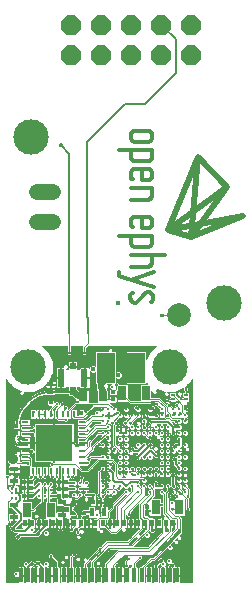
<source format=gtl>
G75*
%MOIN*%
%OFA0B0*%
%FSLAX25Y25*%
%IPPOS*%
%LPD*%
%AMOC8*
5,1,8,0,0,1.08239X$1,22.5*
%
%ADD10R,0.01575X0.01181*%
%ADD11R,0.03150X0.01575*%
%ADD12R,0.01575X0.03150*%
%ADD13R,0.05906X0.09843*%
%ADD14R,0.00394X0.00394*%
%ADD15C,0.00394*%
%ADD16C,0.00200*%
%ADD17R,0.12205X0.12205*%
%ADD18R,0.00984X0.02362*%
%ADD19R,0.02362X0.00984*%
%ADD20R,0.01969X0.02756*%
%ADD21R,0.02362X0.05906*%
%ADD22R,0.01969X0.02362*%
%ADD23R,0.02362X0.01378*%
%ADD24C,0.00984*%
%ADD25R,0.01378X0.00787*%
%ADD26R,0.01181X0.04921*%
%ADD27R,0.01181X0.02362*%
%ADD28OC8,0.06600*%
%ADD29C,0.03543*%
%ADD30C,0.05400*%
%ADD31C,0.07874*%
%ADD32C,0.02165*%
%ADD33C,0.01417*%
%ADD34R,0.02756X0.05118*%
%ADD35R,0.01181X0.01575*%
%ADD36R,0.02756X0.03543*%
%ADD37C,0.01200*%
%ADD38C,0.01102*%
%ADD39C,0.00594*%
%ADD40C,0.00787*%
%ADD41C,0.11811*%
%ADD42C,0.00354*%
%ADD43C,0.00300*%
%ADD44C,0.00394*%
%ADD45C,0.01654*%
%ADD46C,0.00591*%
%ADD47C,0.00800*%
%ADD48C,0.01969*%
D10*
X0170441Y0097410D03*
X0170441Y0099772D03*
X0202607Y0108630D03*
X0202607Y0110993D03*
X0213945Y0072804D03*
X0213945Y0070441D03*
D11*
X0185756Y0070113D03*
X0185756Y0074313D03*
X0169575Y0073565D03*
X0169575Y0069365D03*
X0169654Y0081333D03*
X0169654Y0085533D03*
D12*
X0195507Y0071111D03*
X0199707Y0071111D03*
D13*
X0200166Y0119260D03*
X0210402Y0119260D03*
D14*
G36*
X0190636Y0072213D02*
X0190914Y0072491D01*
X0191192Y0072213D01*
X0190914Y0071935D01*
X0190636Y0072213D01*
G37*
D15*
X0189221Y0073512D03*
X0189221Y0070914D03*
X0192607Y0070914D03*
X0192607Y0073512D03*
D16*
X0192342Y0073186D02*
X0193414Y0073186D01*
X0193414Y0072988D02*
X0192540Y0072988D01*
X0192548Y0072981D02*
X0193414Y0072981D01*
X0193414Y0074004D01*
X0191800Y0074004D01*
X0191800Y0073729D01*
X0192548Y0072981D01*
X0192143Y0073385D02*
X0193414Y0073385D01*
X0193414Y0073583D02*
X0191945Y0073583D01*
X0191800Y0073782D02*
X0193414Y0073782D01*
X0193414Y0073980D02*
X0191800Y0073980D01*
X0191317Y0073385D02*
X0190510Y0073385D01*
X0190312Y0073186D02*
X0191516Y0073186D01*
X0191714Y0072988D02*
X0190113Y0072988D01*
X0189915Y0072789D02*
X0191913Y0072789D01*
X0192111Y0072591D02*
X0189716Y0072591D01*
X0189518Y0072392D02*
X0192310Y0072392D01*
X0192489Y0072213D02*
X0190914Y0070638D01*
X0189339Y0072213D01*
X0190914Y0073788D01*
X0192489Y0072213D01*
X0192470Y0072194D02*
X0189358Y0072194D01*
X0189556Y0071995D02*
X0192271Y0071995D01*
X0192073Y0071797D02*
X0189755Y0071797D01*
X0189953Y0071598D02*
X0191874Y0071598D01*
X0191676Y0071400D02*
X0190152Y0071400D01*
X0190350Y0071201D02*
X0191477Y0071201D01*
X0191279Y0071003D02*
X0190549Y0071003D01*
X0190747Y0070804D02*
X0191080Y0070804D01*
X0191194Y0070123D02*
X0191347Y0070148D01*
X0191499Y0070123D01*
X0191637Y0070053D01*
X0191746Y0069944D01*
X0191816Y0069806D01*
X0191841Y0069654D01*
X0191816Y0069501D01*
X0191746Y0069364D01*
X0191637Y0069255D01*
X0191499Y0069184D01*
X0191347Y0069160D01*
X0191194Y0069184D01*
X0191057Y0069255D01*
X0190947Y0069364D01*
X0190877Y0069501D01*
X0190853Y0069654D01*
X0190877Y0069806D01*
X0190947Y0069944D01*
X0191057Y0070053D01*
X0191194Y0070123D01*
X0191014Y0070010D02*
X0191680Y0070010D01*
X0191814Y0069812D02*
X0190880Y0069812D01*
X0190860Y0069613D02*
X0191834Y0069613D01*
X0191772Y0069415D02*
X0190921Y0069415D01*
X0191132Y0069216D02*
X0191562Y0069216D01*
X0191800Y0070422D02*
X0191800Y0070697D01*
X0192548Y0071445D01*
X0193414Y0071445D01*
X0193414Y0070422D01*
X0191800Y0070422D01*
X0191800Y0070606D02*
X0193414Y0070606D01*
X0193414Y0070804D02*
X0191907Y0070804D01*
X0192105Y0071003D02*
X0193414Y0071003D01*
X0193414Y0071201D02*
X0192304Y0071201D01*
X0192502Y0071400D02*
X0193414Y0071400D01*
X0191119Y0073583D02*
X0190709Y0073583D01*
X0190907Y0073782D02*
X0190920Y0073782D01*
X0190028Y0073782D02*
X0188414Y0073782D01*
X0188414Y0073980D02*
X0190028Y0073980D01*
X0190028Y0074004D02*
X0190028Y0073729D01*
X0189280Y0072981D01*
X0188414Y0072981D01*
X0188414Y0074004D01*
X0190028Y0074004D01*
X0189883Y0073583D02*
X0188414Y0073583D01*
X0188414Y0073385D02*
X0189684Y0073385D01*
X0189486Y0073186D02*
X0188414Y0073186D01*
X0188414Y0072988D02*
X0189287Y0072988D01*
X0189280Y0071445D02*
X0188414Y0071445D01*
X0188414Y0070422D01*
X0190028Y0070422D01*
X0190028Y0070697D01*
X0189280Y0071445D01*
X0189325Y0071400D02*
X0188414Y0071400D01*
X0188414Y0071201D02*
X0189524Y0071201D01*
X0189722Y0071003D02*
X0188414Y0071003D01*
X0188414Y0070804D02*
X0189921Y0070804D01*
X0190028Y0070606D02*
X0188414Y0070606D01*
X0187523Y0066966D02*
X0187661Y0066896D01*
X0187770Y0066787D01*
X0187840Y0066649D01*
X0187864Y0066496D01*
X0187840Y0066344D01*
X0187770Y0066206D01*
X0187661Y0066097D01*
X0187523Y0066027D01*
X0187370Y0066003D01*
X0187218Y0066027D01*
X0187080Y0066097D01*
X0186971Y0066206D01*
X0186901Y0066344D01*
X0186877Y0066496D01*
X0186901Y0066649D01*
X0186971Y0066787D01*
X0187080Y0066896D01*
X0187218Y0066966D01*
X0187370Y0066990D01*
X0187523Y0066966D01*
X0187722Y0066834D02*
X0187018Y0066834D01*
X0186899Y0066636D02*
X0187842Y0066636D01*
X0187855Y0066437D02*
X0186886Y0066437D01*
X0186955Y0066239D02*
X0187786Y0066239D01*
X0187549Y0066040D02*
X0187192Y0066040D01*
X0188430Y0065425D02*
X0188482Y0065514D01*
X0188561Y0065580D01*
X0188658Y0065616D01*
X0188761Y0065616D01*
X0188857Y0065580D01*
X0188936Y0065514D01*
X0188988Y0065425D01*
X0189006Y0065323D01*
X0188988Y0065222D01*
X0188936Y0065132D01*
X0188857Y0065066D01*
X0188761Y0065031D01*
X0188658Y0065031D01*
X0188561Y0065066D01*
X0188482Y0065132D01*
X0188430Y0065222D01*
X0188412Y0065323D01*
X0188430Y0065425D01*
X0188441Y0065444D02*
X0188977Y0065444D01*
X0188992Y0065246D02*
X0188426Y0065246D01*
X0188612Y0065047D02*
X0188806Y0065047D01*
X0190545Y0064499D02*
X0190597Y0064588D01*
X0190676Y0064654D01*
X0190773Y0064690D01*
X0190876Y0064690D01*
X0190973Y0064654D01*
X0191052Y0064588D01*
X0191103Y0064499D01*
X0191121Y0064397D01*
X0191103Y0064296D01*
X0191052Y0064206D01*
X0190973Y0064140D01*
X0190876Y0064105D01*
X0190773Y0064105D01*
X0190676Y0064140D01*
X0190597Y0064206D01*
X0190545Y0064296D01*
X0190527Y0064397D01*
X0190545Y0064499D01*
X0190537Y0064452D02*
X0191111Y0064452D01*
X0191079Y0064253D02*
X0190570Y0064253D01*
X0190671Y0064650D02*
X0190977Y0064650D01*
X0185305Y0065126D02*
X0185287Y0065025D01*
X0185236Y0064936D01*
X0185157Y0064869D01*
X0185060Y0064834D01*
X0184957Y0064834D01*
X0184860Y0064869D01*
X0184781Y0064936D01*
X0184729Y0065025D01*
X0184711Y0065126D01*
X0184729Y0065228D01*
X0184781Y0065317D01*
X0184860Y0065383D01*
X0184957Y0065419D01*
X0185060Y0065419D01*
X0185157Y0065383D01*
X0185236Y0065317D01*
X0185287Y0065228D01*
X0185305Y0065126D01*
X0185291Y0065047D02*
X0184725Y0065047D01*
X0184740Y0065246D02*
X0185277Y0065246D01*
X0185101Y0064849D02*
X0184916Y0064849D01*
X0178022Y0063945D02*
X0177997Y0063793D01*
X0177927Y0063655D01*
X0177818Y0063546D01*
X0177681Y0063476D01*
X0177528Y0063452D01*
X0177375Y0063476D01*
X0177238Y0063546D01*
X0177129Y0063655D01*
X0177058Y0063793D01*
X0177034Y0063945D01*
X0177058Y0064098D01*
X0177129Y0064235D01*
X0177238Y0064345D01*
X0177375Y0064415D01*
X0177528Y0064439D01*
X0177681Y0064415D01*
X0177818Y0064345D01*
X0177927Y0064235D01*
X0177997Y0064098D01*
X0178022Y0063945D01*
X0177997Y0063793D01*
X0177927Y0063655D01*
X0177818Y0063546D01*
X0177681Y0063476D01*
X0177528Y0063452D01*
X0177375Y0063476D01*
X0177238Y0063546D01*
X0177129Y0063655D01*
X0177058Y0063793D01*
X0177034Y0063945D01*
X0177058Y0064098D01*
X0177129Y0064235D01*
X0177238Y0064345D01*
X0177375Y0064415D01*
X0177528Y0064439D01*
X0177681Y0064415D01*
X0177818Y0064345D01*
X0177927Y0064235D01*
X0177997Y0064098D01*
X0178022Y0063945D01*
X0178008Y0063856D02*
X0177048Y0063856D01*
X0178008Y0063856D01*
X0178004Y0064055D02*
X0177052Y0064055D01*
X0178004Y0064055D01*
X0177909Y0064253D02*
X0177146Y0064253D01*
X0177909Y0064253D01*
X0177929Y0063658D02*
X0177127Y0063658D01*
X0177929Y0063658D01*
X0177577Y0063459D02*
X0177479Y0063459D01*
X0177577Y0063459D01*
X0171345Y0062977D02*
X0171321Y0062825D01*
X0171251Y0062687D01*
X0171141Y0062578D01*
X0171004Y0062508D01*
X0170851Y0062484D01*
X0170699Y0062508D01*
X0170561Y0062578D01*
X0170452Y0062687D01*
X0170382Y0062825D01*
X0170358Y0062977D01*
X0170382Y0063130D01*
X0170452Y0063267D01*
X0170561Y0063377D01*
X0170699Y0063447D01*
X0170851Y0063471D01*
X0171004Y0063447D01*
X0171141Y0063377D01*
X0171251Y0063267D01*
X0171321Y0063130D01*
X0171345Y0062977D01*
X0171332Y0063062D02*
X0170371Y0063062D01*
X0170376Y0062864D02*
X0171327Y0062864D01*
X0171229Y0062665D02*
X0170474Y0062665D01*
X0170448Y0063261D02*
X0171254Y0063261D01*
X0170925Y0063459D02*
X0170778Y0063459D01*
X0169472Y0065318D02*
X0169334Y0065247D01*
X0169181Y0065223D01*
X0169029Y0065247D01*
X0168891Y0065318D01*
X0168782Y0065427D01*
X0168712Y0065564D01*
X0168688Y0065717D01*
X0168712Y0065869D01*
X0168782Y0066007D01*
X0168891Y0066116D01*
X0169029Y0066186D01*
X0169181Y0066211D01*
X0169334Y0066186D01*
X0169472Y0066116D01*
X0169581Y0066007D01*
X0169651Y0065869D01*
X0169675Y0065717D01*
X0169651Y0065564D01*
X0169581Y0065427D01*
X0169472Y0065318D01*
X0169334Y0065247D01*
X0169181Y0065223D01*
X0169029Y0065247D01*
X0168891Y0065318D01*
X0168782Y0065427D01*
X0168712Y0065564D01*
X0168688Y0065717D01*
X0168712Y0065869D01*
X0168782Y0066007D01*
X0168891Y0066116D01*
X0169029Y0066186D01*
X0169181Y0066211D01*
X0169334Y0066186D01*
X0169472Y0066116D01*
X0169581Y0066007D01*
X0169651Y0065869D01*
X0169675Y0065717D01*
X0169651Y0065564D01*
X0169581Y0065427D01*
X0169472Y0065318D01*
X0169325Y0065246D02*
X0169038Y0065246D01*
X0169325Y0065246D01*
X0169590Y0065444D02*
X0168773Y0065444D01*
X0169590Y0065444D01*
X0169663Y0065643D02*
X0168700Y0065643D01*
X0169663Y0065643D01*
X0169655Y0065841D02*
X0168708Y0065841D01*
X0169655Y0065841D01*
X0169548Y0066040D02*
X0168815Y0066040D01*
X0169548Y0066040D01*
X0168195Y0066920D02*
X0168116Y0066854D01*
X0168019Y0066819D01*
X0167916Y0066819D01*
X0167819Y0066854D01*
X0167740Y0066920D01*
X0167688Y0067010D01*
X0167671Y0067111D01*
X0167688Y0067213D01*
X0167740Y0067302D01*
X0167819Y0067368D01*
X0167916Y0067404D01*
X0168019Y0067404D01*
X0168116Y0067368D01*
X0168195Y0067302D01*
X0168246Y0067213D01*
X0168264Y0067111D01*
X0168246Y0067010D01*
X0168195Y0066920D01*
X0168250Y0067033D02*
X0167684Y0067033D01*
X0167699Y0067231D02*
X0168236Y0067231D01*
X0168061Y0066834D02*
X0167874Y0066834D01*
X0181572Y0056754D02*
X0181651Y0056820D01*
X0181748Y0056856D01*
X0181851Y0056856D01*
X0181948Y0056820D01*
X0182027Y0056754D01*
X0182079Y0056665D01*
X0182096Y0056563D01*
X0182079Y0056462D01*
X0182027Y0056373D01*
X0181948Y0056306D01*
X0181851Y0056271D01*
X0181748Y0056271D01*
X0181651Y0056306D01*
X0181572Y0056373D01*
X0181521Y0056462D01*
X0181503Y0056563D01*
X0181521Y0056665D01*
X0181572Y0056754D01*
X0181547Y0056710D02*
X0182053Y0056710D01*
X0182087Y0056511D02*
X0181512Y0056511D01*
X0181643Y0056313D02*
X0181956Y0056313D01*
X0177997Y0054255D02*
X0178022Y0054103D01*
X0177997Y0053950D01*
X0177927Y0053813D01*
X0177818Y0053703D01*
X0177681Y0053633D01*
X0177528Y0053609D01*
X0177375Y0053633D01*
X0177238Y0053703D01*
X0177129Y0053813D01*
X0177058Y0053950D01*
X0177034Y0054103D01*
X0177058Y0054255D01*
X0177129Y0054393D01*
X0177238Y0054502D01*
X0177375Y0054572D01*
X0177528Y0054596D01*
X0177681Y0054572D01*
X0177818Y0054502D01*
X0177927Y0054393D01*
X0177997Y0054255D01*
X0177961Y0054328D02*
X0177095Y0054328D01*
X0177038Y0054129D02*
X0178017Y0054129D01*
X0177988Y0053931D02*
X0177068Y0053931D01*
X0177209Y0053732D02*
X0177847Y0053732D01*
X0177771Y0054526D02*
X0177285Y0054526D01*
X0175937Y0054084D02*
X0175961Y0053932D01*
X0175937Y0053779D01*
X0175867Y0053642D01*
X0175757Y0053532D01*
X0175620Y0053462D01*
X0175467Y0053438D01*
X0175315Y0053462D01*
X0175177Y0053532D01*
X0175068Y0053642D01*
X0174998Y0053779D01*
X0174974Y0053932D01*
X0174998Y0054084D01*
X0175068Y0054222D01*
X0175177Y0054331D01*
X0175315Y0054401D01*
X0175467Y0054426D01*
X0175620Y0054401D01*
X0175757Y0054331D01*
X0175867Y0054222D01*
X0175937Y0054084D01*
X0175914Y0054129D02*
X0175021Y0054129D01*
X0174974Y0053931D02*
X0175961Y0053931D01*
X0175913Y0053732D02*
X0175022Y0053732D01*
X0175176Y0053534D02*
X0175759Y0053534D01*
X0175761Y0054328D02*
X0175174Y0054328D01*
X0189414Y0056993D02*
X0189466Y0056904D01*
X0189545Y0056838D01*
X0189642Y0056803D01*
X0189745Y0056803D01*
X0189842Y0056838D01*
X0189921Y0056904D01*
X0189972Y0056993D01*
X0189990Y0057095D01*
X0189972Y0057196D01*
X0189921Y0057286D01*
X0189842Y0057352D01*
X0189745Y0057387D01*
X0189642Y0057387D01*
X0189545Y0057352D01*
X0189466Y0057286D01*
X0189414Y0057196D01*
X0189396Y0057095D01*
X0189414Y0056993D01*
X0189463Y0056908D02*
X0189923Y0056908D01*
X0189988Y0057107D02*
X0189399Y0057107D01*
X0189490Y0057306D02*
X0189897Y0057306D01*
X0197921Y0058726D02*
X0197973Y0058636D01*
X0198052Y0058570D01*
X0198148Y0058535D01*
X0198252Y0058535D01*
X0198348Y0058570D01*
X0198427Y0058636D01*
X0198479Y0058726D01*
X0198497Y0058827D01*
X0198479Y0058929D01*
X0198427Y0059018D01*
X0198348Y0059084D01*
X0198252Y0059120D01*
X0198148Y0059120D01*
X0198052Y0059084D01*
X0197973Y0059018D01*
X0197921Y0058929D01*
X0197903Y0058827D01*
X0197921Y0058726D01*
X0197939Y0058695D02*
X0198461Y0058695D01*
X0198485Y0058894D02*
X0197915Y0058894D01*
X0198073Y0059092D02*
X0198327Y0059092D01*
X0200737Y0058727D02*
X0200755Y0058829D01*
X0200806Y0058918D01*
X0200885Y0058984D01*
X0200982Y0059020D01*
X0201085Y0059020D01*
X0201182Y0058984D01*
X0201261Y0058918D01*
X0201312Y0058829D01*
X0201330Y0058727D01*
X0201312Y0058626D01*
X0201261Y0058536D01*
X0201182Y0058470D01*
X0201085Y0058435D01*
X0200982Y0058435D01*
X0200885Y0058470D01*
X0200806Y0058536D01*
X0200755Y0058626D01*
X0200737Y0058727D01*
X0200742Y0058695D02*
X0201325Y0058695D01*
X0201275Y0058894D02*
X0200792Y0058894D01*
X0200853Y0058497D02*
X0201213Y0058497D01*
X0207485Y0055700D02*
X0207467Y0055599D01*
X0207485Y0055497D01*
X0207537Y0055408D01*
X0207616Y0055342D01*
X0207713Y0055306D01*
X0207816Y0055306D01*
X0207913Y0055342D01*
X0207992Y0055408D01*
X0208043Y0055497D01*
X0208061Y0055599D01*
X0208043Y0055700D01*
X0207992Y0055790D01*
X0207913Y0055856D01*
X0207816Y0055891D01*
X0207713Y0055891D01*
X0207616Y0055856D01*
X0207537Y0055790D01*
X0207485Y0055700D01*
X0207495Y0055717D02*
X0208033Y0055717D01*
X0208047Y0055519D02*
X0207481Y0055519D01*
X0207674Y0055320D02*
X0207854Y0055320D01*
X0208224Y0053450D02*
X0208328Y0053450D01*
X0208424Y0053415D01*
X0208503Y0053349D01*
X0208555Y0053259D01*
X0208573Y0053158D01*
X0208555Y0053056D01*
X0208503Y0052967D01*
X0208424Y0052901D01*
X0208328Y0052866D01*
X0208224Y0052866D01*
X0208128Y0052901D01*
X0208049Y0052967D01*
X0207997Y0053056D01*
X0207979Y0053158D01*
X0207997Y0053259D01*
X0208049Y0053349D01*
X0208128Y0053415D01*
X0208224Y0053450D01*
X0208041Y0053335D02*
X0208511Y0053335D01*
X0208569Y0053137D02*
X0207983Y0053137D01*
X0208083Y0052938D02*
X0208469Y0052938D01*
X0207256Y0053137D02*
X0206698Y0053137D01*
X0206698Y0053135D02*
X0206749Y0053046D01*
X0206828Y0052980D01*
X0206925Y0052944D01*
X0207028Y0052944D01*
X0207125Y0052980D01*
X0207204Y0053046D01*
X0207256Y0053135D01*
X0207274Y0053237D01*
X0207256Y0053338D01*
X0207204Y0053427D01*
X0207125Y0053494D01*
X0207028Y0053529D01*
X0206925Y0053529D01*
X0206828Y0053494D01*
X0206749Y0053427D01*
X0206698Y0053338D01*
X0206680Y0053237D01*
X0206698Y0053135D01*
X0206697Y0053335D02*
X0207256Y0053335D01*
X0211238Y0055723D02*
X0211186Y0055812D01*
X0211168Y0055914D01*
X0211186Y0056015D01*
X0211238Y0056105D01*
X0211317Y0056171D01*
X0211413Y0056206D01*
X0211517Y0056206D01*
X0211613Y0056171D01*
X0211692Y0056105D01*
X0211744Y0056015D01*
X0211762Y0055914D01*
X0211744Y0055812D01*
X0211692Y0055723D01*
X0211613Y0055657D01*
X0211517Y0055621D01*
X0211413Y0055621D01*
X0211317Y0055657D01*
X0211238Y0055723D01*
X0211244Y0055717D02*
X0211686Y0055717D01*
X0211761Y0055916D02*
X0211168Y0055916D01*
X0211249Y0056114D02*
X0211681Y0056114D01*
X0218043Y0055121D02*
X0218113Y0055259D01*
X0218222Y0055368D01*
X0218360Y0055438D01*
X0218512Y0055463D01*
X0218665Y0055438D01*
X0218802Y0055368D01*
X0218912Y0055259D01*
X0218982Y0055121D01*
X0219006Y0054969D01*
X0218982Y0054816D01*
X0218912Y0054679D01*
X0218802Y0054569D01*
X0218665Y0054499D01*
X0218512Y0054475D01*
X0218360Y0054499D01*
X0218222Y0054569D01*
X0218113Y0054679D01*
X0218043Y0054816D01*
X0218019Y0054969D01*
X0218043Y0055121D01*
X0218043Y0055122D02*
X0218982Y0055122D01*
X0218999Y0054923D02*
X0218026Y0054923D01*
X0218089Y0054725D02*
X0218935Y0054725D01*
X0218718Y0054526D02*
X0218307Y0054526D01*
X0218174Y0055320D02*
X0218850Y0055320D01*
X0221802Y0053724D02*
X0221732Y0053586D01*
X0221707Y0053433D01*
X0221732Y0053281D01*
X0221802Y0053143D01*
X0221911Y0053034D01*
X0222049Y0052964D01*
X0222201Y0052940D01*
X0222354Y0052964D01*
X0222491Y0053034D01*
X0222601Y0053143D01*
X0222671Y0053281D01*
X0222695Y0053433D01*
X0222671Y0053586D01*
X0222601Y0053724D01*
X0222491Y0053833D01*
X0222354Y0053903D01*
X0222201Y0053927D01*
X0222049Y0053903D01*
X0221911Y0053833D01*
X0221802Y0053724D01*
X0221810Y0053732D02*
X0222592Y0053732D01*
X0222679Y0053534D02*
X0221723Y0053534D01*
X0221723Y0053335D02*
X0222679Y0053335D01*
X0222594Y0053137D02*
X0221808Y0053137D01*
X0220441Y0064711D02*
X0220289Y0064736D01*
X0220151Y0064806D01*
X0220042Y0064915D01*
X0219972Y0065053D01*
X0219948Y0065205D01*
X0219972Y0065358D01*
X0220042Y0065495D01*
X0220151Y0065605D01*
X0220289Y0065675D01*
X0220441Y0065699D01*
X0220594Y0065675D01*
X0220732Y0065605D01*
X0220841Y0065495D01*
X0220911Y0065358D01*
X0220935Y0065205D01*
X0220911Y0065053D01*
X0220841Y0064915D01*
X0220732Y0064806D01*
X0220594Y0064736D01*
X0220441Y0064711D01*
X0220108Y0064849D02*
X0220775Y0064849D01*
X0220908Y0065047D02*
X0219974Y0065047D01*
X0219954Y0065246D02*
X0220929Y0065246D01*
X0220867Y0065444D02*
X0220016Y0065444D01*
X0220227Y0065643D02*
X0220656Y0065643D01*
X0219302Y0068788D02*
X0219205Y0068753D01*
X0219102Y0068753D01*
X0219006Y0068788D01*
X0218927Y0068854D01*
X0218875Y0068943D01*
X0218857Y0069045D01*
X0218875Y0069146D01*
X0218927Y0069236D01*
X0219006Y0069302D01*
X0219102Y0069337D01*
X0219205Y0069337D01*
X0219302Y0069302D01*
X0219381Y0069236D01*
X0219433Y0069146D01*
X0219451Y0069045D01*
X0219433Y0068943D01*
X0219381Y0068854D01*
X0219302Y0068788D01*
X0219340Y0068819D02*
X0218968Y0068819D01*
X0218862Y0069018D02*
X0219446Y0069018D01*
X0219393Y0069216D02*
X0218915Y0069216D01*
X0216600Y0069444D02*
X0216583Y0069342D01*
X0216531Y0069253D01*
X0216452Y0069187D01*
X0216355Y0069151D01*
X0216252Y0069151D01*
X0216155Y0069187D01*
X0216076Y0069253D01*
X0216025Y0069342D01*
X0216007Y0069444D01*
X0216025Y0069545D01*
X0216076Y0069635D01*
X0216155Y0069701D01*
X0216252Y0069736D01*
X0216355Y0069736D01*
X0216452Y0069701D01*
X0216531Y0069635D01*
X0216583Y0069545D01*
X0216600Y0069444D01*
X0216595Y0069415D02*
X0216012Y0069415D01*
X0216064Y0069613D02*
X0216543Y0069613D01*
X0216487Y0069216D02*
X0216120Y0069216D01*
X0215717Y0065620D02*
X0215869Y0065596D01*
X0216007Y0065526D01*
X0216116Y0065417D01*
X0216186Y0065279D01*
X0216211Y0065126D01*
X0216186Y0064974D01*
X0216116Y0064836D01*
X0216007Y0064727D01*
X0215869Y0064657D01*
X0215717Y0064633D01*
X0215564Y0064657D01*
X0215427Y0064727D01*
X0215318Y0064836D01*
X0215247Y0064974D01*
X0215223Y0065126D01*
X0215247Y0065279D01*
X0215318Y0065417D01*
X0215427Y0065526D01*
X0215564Y0065596D01*
X0215717Y0065620D01*
X0216088Y0065444D02*
X0215345Y0065444D01*
X0215242Y0065246D02*
X0216192Y0065246D01*
X0216198Y0065047D02*
X0215236Y0065047D01*
X0215311Y0064849D02*
X0216123Y0064849D01*
X0215829Y0064650D02*
X0215605Y0064650D01*
X0208138Y0070183D02*
X0208059Y0070117D01*
X0207962Y0070082D01*
X0207859Y0070082D01*
X0207762Y0070117D01*
X0207683Y0070183D01*
X0207631Y0070272D01*
X0207613Y0070374D01*
X0207631Y0070476D01*
X0207683Y0070565D01*
X0207762Y0070631D01*
X0207859Y0070666D01*
X0207962Y0070666D01*
X0208059Y0070631D01*
X0208138Y0070565D01*
X0208189Y0070476D01*
X0208207Y0070374D01*
X0208189Y0070272D01*
X0208138Y0070183D01*
X0208152Y0070209D02*
X0207668Y0070209D01*
X0207619Y0070407D02*
X0208201Y0070407D01*
X0208089Y0070606D02*
X0207732Y0070606D01*
X0213706Y0073056D02*
X0213757Y0072967D01*
X0213836Y0072901D01*
X0213933Y0072866D01*
X0214036Y0072866D01*
X0214133Y0072901D01*
X0214212Y0072967D01*
X0214264Y0073056D01*
X0214281Y0073158D01*
X0214264Y0073259D01*
X0214212Y0073349D01*
X0214133Y0073415D01*
X0214036Y0073450D01*
X0213933Y0073450D01*
X0213836Y0073415D01*
X0213757Y0073349D01*
X0213706Y0073259D01*
X0213688Y0073158D01*
X0213706Y0073056D01*
X0213745Y0072988D02*
X0214224Y0072988D01*
X0214276Y0073186D02*
X0213693Y0073186D01*
X0213800Y0073385D02*
X0214169Y0073385D01*
X0218373Y0073591D02*
X0218391Y0073692D01*
X0218442Y0073782D01*
X0218521Y0073848D01*
X0218618Y0073883D01*
X0218721Y0073883D01*
X0218818Y0073848D01*
X0218897Y0073782D01*
X0218443Y0073782D01*
X0218373Y0073591D02*
X0218391Y0073489D01*
X0218442Y0073400D01*
X0218521Y0073334D01*
X0218618Y0073299D01*
X0218721Y0073299D01*
X0218818Y0073334D01*
X0218897Y0073400D01*
X0218949Y0073489D01*
X0218967Y0073591D01*
X0218949Y0073692D01*
X0218897Y0073782D01*
X0218965Y0073583D02*
X0218374Y0073583D01*
X0218460Y0073385D02*
X0218879Y0073385D01*
X0222073Y0072315D02*
X0222124Y0072404D01*
X0222203Y0072470D01*
X0222300Y0072505D01*
X0222403Y0072505D01*
X0222500Y0072470D01*
X0222579Y0072404D01*
X0222631Y0072315D01*
X0222648Y0072213D01*
X0222631Y0072111D01*
X0222579Y0072022D01*
X0222500Y0071956D01*
X0222403Y0071921D01*
X0222300Y0071921D01*
X0222203Y0071956D01*
X0222124Y0072022D01*
X0222073Y0072111D01*
X0222055Y0072213D01*
X0222073Y0072315D01*
X0222118Y0072392D02*
X0222586Y0072392D01*
X0222645Y0072194D02*
X0222058Y0072194D01*
X0222156Y0071995D02*
X0222547Y0071995D01*
X0227231Y0072213D02*
X0227249Y0072315D01*
X0227301Y0072404D01*
X0227380Y0072470D01*
X0227476Y0072505D01*
X0227580Y0072505D01*
X0227676Y0072470D01*
X0227755Y0072404D01*
X0227807Y0072315D01*
X0227825Y0072213D01*
X0227807Y0072111D01*
X0227755Y0072022D01*
X0227676Y0071956D01*
X0227580Y0071921D01*
X0227476Y0071921D01*
X0227380Y0071956D01*
X0227301Y0072022D01*
X0227249Y0072111D01*
X0227231Y0072213D01*
X0227234Y0072194D02*
X0227821Y0072194D01*
X0227762Y0072392D02*
X0227294Y0072392D01*
X0227333Y0071995D02*
X0227723Y0071995D01*
X0227580Y0076251D02*
X0227476Y0076251D01*
X0227380Y0076287D01*
X0227301Y0076353D01*
X0227249Y0076442D01*
X0227231Y0076544D01*
X0227249Y0076645D01*
X0227301Y0076735D01*
X0227380Y0076801D01*
X0227476Y0076836D01*
X0227580Y0076836D01*
X0227676Y0076801D01*
X0227755Y0076735D01*
X0227807Y0076645D01*
X0227825Y0076544D01*
X0227807Y0076442D01*
X0227755Y0076353D01*
X0227676Y0076287D01*
X0227580Y0076251D01*
X0227761Y0076363D02*
X0227295Y0076363D01*
X0227234Y0076561D02*
X0227822Y0076561D01*
X0227725Y0076760D02*
X0227330Y0076760D01*
X0225208Y0077269D02*
X0225157Y0077180D01*
X0225078Y0077113D01*
X0224981Y0077078D01*
X0224878Y0077078D01*
X0224781Y0077113D01*
X0224702Y0077180D01*
X0224651Y0077269D01*
X0224633Y0077370D01*
X0224651Y0077472D01*
X0224702Y0077561D01*
X0224781Y0077628D01*
X0224878Y0077663D01*
X0224981Y0077663D01*
X0225078Y0077628D01*
X0225157Y0077561D01*
X0225208Y0077472D01*
X0225226Y0077370D01*
X0225208Y0077269D01*
X0225224Y0077355D02*
X0224635Y0077355D01*
X0224698Y0077554D02*
X0225161Y0077554D01*
X0225130Y0077157D02*
X0224730Y0077157D01*
X0224067Y0076695D02*
X0224119Y0076606D01*
X0224137Y0076504D01*
X0224119Y0076403D01*
X0224067Y0076314D01*
X0223988Y0076247D01*
X0223891Y0076212D01*
X0223788Y0076212D01*
X0223691Y0076247D01*
X0223612Y0076314D01*
X0223561Y0076403D01*
X0223543Y0076504D01*
X0223561Y0076606D01*
X0223612Y0076695D01*
X0223691Y0076761D01*
X0223788Y0076797D01*
X0223891Y0076797D01*
X0223988Y0076761D01*
X0224067Y0076695D01*
X0223990Y0076760D02*
X0223689Y0076760D01*
X0223553Y0076561D02*
X0224127Y0076561D01*
X0224096Y0076363D02*
X0223584Y0076363D01*
X0221526Y0076419D02*
X0221508Y0076317D01*
X0221456Y0076228D01*
X0221377Y0076161D01*
X0221280Y0076126D01*
X0221177Y0076126D01*
X0221080Y0076161D01*
X0221001Y0076228D01*
X0220950Y0076317D01*
X0220932Y0076419D01*
X0220950Y0076520D01*
X0221001Y0076609D01*
X0221080Y0076676D01*
X0221177Y0076711D01*
X0221280Y0076711D01*
X0221377Y0076676D01*
X0221456Y0076609D01*
X0221508Y0076520D01*
X0221526Y0076419D01*
X0221516Y0076363D02*
X0220942Y0076363D01*
X0220973Y0076561D02*
X0221484Y0076561D01*
X0221380Y0076164D02*
X0221077Y0076164D01*
X0222655Y0079574D02*
X0222576Y0079640D01*
X0222525Y0079730D01*
X0222507Y0079831D01*
X0222525Y0079933D01*
X0222576Y0080022D01*
X0222655Y0080088D01*
X0222752Y0080123D01*
X0222855Y0080123D01*
X0222952Y0080088D01*
X0223031Y0080022D01*
X0223082Y0079933D01*
X0223100Y0079831D01*
X0223082Y0079730D01*
X0223031Y0079640D01*
X0222952Y0079574D01*
X0222855Y0079539D01*
X0222752Y0079539D01*
X0222855Y0079539D01*
X0222752Y0079539D02*
X0222655Y0079574D01*
X0222523Y0079737D02*
X0223084Y0079737D01*
X0223081Y0079936D02*
X0222526Y0079936D01*
X0222521Y0082979D02*
X0222368Y0083003D01*
X0222231Y0083073D01*
X0222121Y0083183D01*
X0222051Y0083320D01*
X0222027Y0083473D01*
X0222051Y0083625D01*
X0222121Y0083763D01*
X0222231Y0083872D01*
X0222368Y0083942D01*
X0222521Y0083967D01*
X0222673Y0083942D01*
X0222811Y0083872D01*
X0222920Y0083763D01*
X0222990Y0083625D01*
X0223015Y0083473D01*
X0222990Y0083320D01*
X0222920Y0083183D01*
X0222811Y0083073D01*
X0222673Y0083003D01*
X0222521Y0082979D01*
X0222192Y0083112D02*
X0222850Y0083112D01*
X0222985Y0083310D02*
X0222056Y0083310D01*
X0222033Y0083509D02*
X0223009Y0083509D01*
X0222949Y0083708D02*
X0222093Y0083708D01*
X0222297Y0083906D02*
X0222745Y0083906D01*
X0218888Y0084103D02*
X0218870Y0084001D01*
X0218818Y0083912D01*
X0218739Y0083846D01*
X0218642Y0083810D01*
X0218539Y0083810D01*
X0218443Y0083846D01*
X0218364Y0083912D01*
X0218312Y0084001D01*
X0218294Y0084103D01*
X0218312Y0084204D01*
X0218364Y0084294D01*
X0218443Y0084360D01*
X0218539Y0084395D01*
X0218642Y0084395D01*
X0218739Y0084360D01*
X0218818Y0084294D01*
X0218870Y0084204D01*
X0218888Y0084103D01*
X0218887Y0084105D02*
X0218294Y0084105D01*
X0218371Y0083906D02*
X0218811Y0083906D01*
X0218807Y0084303D02*
X0218375Y0084303D01*
X0217125Y0085329D02*
X0217046Y0085263D01*
X0216950Y0085228D01*
X0216846Y0085228D01*
X0216750Y0085263D01*
X0216671Y0085329D01*
X0216619Y0085419D01*
X0216601Y0085520D01*
X0216619Y0085622D01*
X0216671Y0085711D01*
X0216750Y0085777D01*
X0216846Y0085812D01*
X0216950Y0085812D01*
X0217046Y0085777D01*
X0217125Y0085711D01*
X0217177Y0085622D01*
X0217195Y0085520D01*
X0217177Y0085419D01*
X0217125Y0085329D01*
X0217085Y0085296D02*
X0216711Y0085296D01*
X0216606Y0085494D02*
X0217190Y0085494D01*
X0217136Y0085693D02*
X0216660Y0085693D01*
X0215226Y0085520D02*
X0215208Y0085419D01*
X0215157Y0085329D01*
X0215078Y0085263D01*
X0214981Y0085228D01*
X0214878Y0085228D01*
X0214781Y0085263D01*
X0214702Y0085329D01*
X0214651Y0085419D01*
X0214633Y0085520D01*
X0214651Y0085622D01*
X0214702Y0085711D01*
X0214781Y0085777D01*
X0214878Y0085812D01*
X0214981Y0085812D01*
X0215078Y0085777D01*
X0215157Y0085711D01*
X0215208Y0085622D01*
X0215226Y0085520D01*
X0215222Y0085494D02*
X0214637Y0085494D01*
X0214692Y0085693D02*
X0215167Y0085693D01*
X0215117Y0085296D02*
X0214742Y0085296D01*
X0213494Y0085402D02*
X0213476Y0085300D01*
X0213425Y0085211D01*
X0213346Y0085145D01*
X0213249Y0085110D01*
X0213146Y0085110D01*
X0213049Y0085145D01*
X0212970Y0085211D01*
X0212918Y0085300D01*
X0212900Y0085402D01*
X0212918Y0085503D01*
X0212970Y0085593D01*
X0213049Y0085659D01*
X0213146Y0085694D01*
X0213249Y0085694D01*
X0213346Y0085659D01*
X0213425Y0085593D01*
X0213476Y0085503D01*
X0213494Y0085402D01*
X0213478Y0085494D02*
X0212917Y0085494D01*
X0212921Y0085296D02*
X0213473Y0085296D01*
X0213253Y0085693D02*
X0213141Y0085693D01*
X0211289Y0085493D02*
X0211271Y0085391D01*
X0211220Y0085302D01*
X0211141Y0085235D01*
X0211044Y0085200D01*
X0210941Y0085200D01*
X0210844Y0085235D01*
X0210765Y0085302D01*
X0210714Y0085391D01*
X0210696Y0085493D01*
X0210714Y0085594D01*
X0210765Y0085683D01*
X0210844Y0085750D01*
X0210941Y0085785D01*
X0211044Y0085785D01*
X0211141Y0085750D01*
X0211220Y0085683D01*
X0211271Y0085594D01*
X0211289Y0085493D01*
X0211289Y0085494D02*
X0210696Y0085494D01*
X0210772Y0085296D02*
X0211213Y0085296D01*
X0211209Y0085693D02*
X0210776Y0085693D01*
X0209321Y0085520D02*
X0209303Y0085419D01*
X0209251Y0085329D01*
X0209172Y0085263D01*
X0209076Y0085228D01*
X0208972Y0085228D01*
X0208876Y0085263D01*
X0208797Y0085329D01*
X0208745Y0085419D01*
X0208727Y0085520D01*
X0208745Y0085622D01*
X0208797Y0085711D01*
X0208876Y0085777D01*
X0208972Y0085812D01*
X0209076Y0085812D01*
X0209172Y0085777D01*
X0209251Y0085711D01*
X0209303Y0085622D01*
X0209321Y0085520D01*
X0209316Y0085494D02*
X0208732Y0085494D01*
X0208786Y0085693D02*
X0209262Y0085693D01*
X0209211Y0085296D02*
X0208837Y0085296D01*
X0208425Y0084805D02*
X0208476Y0084716D01*
X0208494Y0084615D01*
X0208476Y0084513D01*
X0208425Y0084424D01*
X0208346Y0084357D01*
X0208249Y0084322D01*
X0208146Y0084322D01*
X0208049Y0084357D01*
X0207970Y0084424D01*
X0207918Y0084513D01*
X0207900Y0084615D01*
X0207918Y0084716D01*
X0207970Y0084805D01*
X0208049Y0084872D01*
X0208146Y0084907D01*
X0208249Y0084907D01*
X0208346Y0084872D01*
X0208425Y0084805D01*
X0208479Y0084700D02*
X0207915Y0084700D01*
X0207925Y0084502D02*
X0208470Y0084502D01*
X0208272Y0084899D02*
X0208123Y0084899D01*
X0209190Y0083821D02*
X0209269Y0083887D01*
X0209366Y0083923D01*
X0209469Y0083923D01*
X0209566Y0083887D01*
X0209645Y0083821D01*
X0209697Y0083732D01*
X0209715Y0083630D01*
X0209697Y0083529D01*
X0209645Y0083440D01*
X0209566Y0083373D01*
X0209469Y0083338D01*
X0209366Y0083338D01*
X0209269Y0083373D01*
X0209190Y0083440D01*
X0209139Y0083529D01*
X0209121Y0083630D01*
X0209139Y0083732D01*
X0209190Y0083821D01*
X0209134Y0083708D02*
X0209701Y0083708D01*
X0209685Y0083509D02*
X0209150Y0083509D01*
X0209320Y0083906D02*
X0209515Y0083906D01*
X0210536Y0081472D02*
X0210633Y0081508D01*
X0210736Y0081508D01*
X0210833Y0081472D01*
X0210912Y0081406D01*
X0210964Y0081317D01*
X0210981Y0081215D01*
X0210964Y0081114D01*
X0210912Y0081025D01*
X0210833Y0080958D01*
X0210736Y0080923D01*
X0210633Y0080923D01*
X0210536Y0080958D01*
X0210457Y0081025D01*
X0210406Y0081114D01*
X0210388Y0081215D01*
X0210406Y0081317D01*
X0210457Y0081406D01*
X0210536Y0081472D01*
X0210411Y0081325D02*
X0210959Y0081325D01*
X0210966Y0081127D02*
X0210403Y0081127D01*
X0210618Y0080928D02*
X0210751Y0080928D01*
X0216628Y0080796D02*
X0216646Y0080694D01*
X0216697Y0080605D01*
X0216776Y0080539D01*
X0216873Y0080503D01*
X0216976Y0080503D01*
X0217073Y0080539D01*
X0217152Y0080605D01*
X0217204Y0080694D01*
X0217222Y0080796D01*
X0217204Y0080897D01*
X0217152Y0080986D01*
X0217073Y0081053D01*
X0216976Y0081088D01*
X0216873Y0081088D01*
X0216776Y0081053D01*
X0216697Y0080986D01*
X0216646Y0080897D01*
X0216628Y0080796D01*
X0216640Y0080730D02*
X0217210Y0080730D01*
X0217186Y0080928D02*
X0216664Y0080928D01*
X0216796Y0080531D02*
X0217053Y0080531D01*
X0225499Y0080638D02*
X0225517Y0080740D01*
X0225568Y0080829D01*
X0225647Y0080895D01*
X0225744Y0080931D01*
X0225847Y0080931D01*
X0225944Y0080895D01*
X0226023Y0080829D01*
X0226075Y0080740D01*
X0226093Y0080638D01*
X0226075Y0080537D01*
X0226023Y0080447D01*
X0225944Y0080381D01*
X0225847Y0080346D01*
X0225744Y0080346D01*
X0225647Y0080381D01*
X0225568Y0080447D01*
X0225517Y0080537D01*
X0225499Y0080638D01*
X0225515Y0080730D02*
X0226076Y0080730D01*
X0226072Y0080531D02*
X0225520Y0080531D01*
X0225738Y0080928D02*
X0225853Y0080928D01*
X0223310Y0088318D02*
X0223158Y0088294D01*
X0223005Y0088318D01*
X0222868Y0088388D01*
X0222758Y0088498D01*
X0222688Y0088635D01*
X0222664Y0088788D01*
X0222688Y0088940D01*
X0222758Y0089078D01*
X0222868Y0089187D01*
X0223005Y0089257D01*
X0223158Y0089281D01*
X0223310Y0089257D01*
X0223448Y0089187D01*
X0223557Y0089078D01*
X0223627Y0088940D01*
X0223652Y0088788D01*
X0223627Y0088635D01*
X0223557Y0088498D01*
X0223448Y0088388D01*
X0223310Y0088318D01*
X0223531Y0088472D02*
X0222784Y0088472D01*
X0222683Y0088670D02*
X0223633Y0088670D01*
X0223639Y0088869D02*
X0222677Y0088869D01*
X0222753Y0089067D02*
X0223563Y0089067D01*
X0223257Y0089266D02*
X0223059Y0089266D01*
X0223144Y0092585D02*
X0222992Y0092610D01*
X0222854Y0092680D01*
X0222745Y0092789D01*
X0222675Y0092927D01*
X0222651Y0093079D01*
X0222675Y0093232D01*
X0222745Y0093369D01*
X0222854Y0093479D01*
X0222992Y0093549D01*
X0223144Y0093573D01*
X0223297Y0093549D01*
X0223435Y0093479D01*
X0223544Y0093369D01*
X0223614Y0093232D01*
X0223638Y0093079D01*
X0223614Y0092927D01*
X0223544Y0092789D01*
X0223435Y0092680D01*
X0223297Y0092610D01*
X0223144Y0092585D01*
X0222931Y0092641D02*
X0223358Y0092641D01*
X0223569Y0092839D02*
X0222720Y0092839D01*
X0222657Y0093038D02*
X0223632Y0093038D01*
X0223612Y0093236D02*
X0222677Y0093236D01*
X0222810Y0093435D02*
X0223479Y0093435D01*
X0222825Y0097177D02*
X0222672Y0097152D01*
X0222519Y0097177D01*
X0222382Y0097247D01*
X0222273Y0097356D01*
X0222203Y0097494D01*
X0222178Y0097646D01*
X0222203Y0097799D01*
X0222273Y0097936D01*
X0222382Y0098045D01*
X0222519Y0098116D01*
X0222672Y0098140D01*
X0222825Y0098116D01*
X0222962Y0098045D01*
X0223071Y0097936D01*
X0223142Y0097799D01*
X0223166Y0097646D01*
X0223142Y0097494D01*
X0223071Y0097356D01*
X0222962Y0097247D01*
X0222825Y0097177D01*
X0222883Y0097206D02*
X0222461Y0097206D01*
X0222248Y0097405D02*
X0223096Y0097405D01*
X0223159Y0097603D02*
X0222185Y0097603D01*
X0222204Y0097802D02*
X0223140Y0097802D01*
X0223007Y0098000D02*
X0222337Y0098000D01*
X0223431Y0101078D02*
X0223352Y0101145D01*
X0223301Y0101234D01*
X0223283Y0101335D01*
X0223301Y0101437D01*
X0223352Y0101526D01*
X0223431Y0101592D01*
X0223528Y0101628D01*
X0223631Y0101628D01*
X0223728Y0101592D01*
X0223807Y0101526D01*
X0223858Y0101437D01*
X0223876Y0101335D01*
X0223858Y0101234D01*
X0223807Y0101145D01*
X0223728Y0101078D01*
X0223631Y0101043D01*
X0223528Y0101043D01*
X0223431Y0101078D01*
X0223334Y0101177D02*
X0223825Y0101177D01*
X0223869Y0101375D02*
X0223290Y0101375D01*
X0223408Y0101574D02*
X0223750Y0101574D01*
X0225399Y0102052D02*
X0225450Y0101963D01*
X0225529Y0101897D01*
X0225626Y0101862D01*
X0225729Y0101862D01*
X0225826Y0101897D01*
X0225905Y0101963D01*
X0225957Y0102052D01*
X0225974Y0102154D01*
X0225957Y0102255D01*
X0225905Y0102345D01*
X0225826Y0102411D01*
X0225729Y0102446D01*
X0225626Y0102446D01*
X0225529Y0102411D01*
X0225450Y0102345D01*
X0225399Y0102255D01*
X0225381Y0102154D01*
X0225399Y0102052D01*
X0225446Y0101971D02*
X0225909Y0101971D01*
X0225972Y0102169D02*
X0225383Y0102169D01*
X0225477Y0102368D02*
X0225878Y0102368D01*
X0226619Y0102196D02*
X0226671Y0102286D01*
X0226750Y0102352D01*
X0226846Y0102387D01*
X0226950Y0102387D01*
X0227046Y0102352D01*
X0227125Y0102286D01*
X0227177Y0102196D01*
X0227195Y0102095D01*
X0227177Y0101993D01*
X0227125Y0101904D01*
X0227046Y0101838D01*
X0226950Y0101803D01*
X0226846Y0101803D01*
X0226750Y0101838D01*
X0226671Y0101904D01*
X0226619Y0101993D01*
X0226601Y0102095D01*
X0226619Y0102196D01*
X0226614Y0102169D02*
X0227182Y0102169D01*
X0227164Y0101971D02*
X0226632Y0101971D01*
X0226793Y0102368D02*
X0227004Y0102368D01*
X0225196Y0103873D02*
X0225117Y0103806D01*
X0225020Y0103771D01*
X0224917Y0103771D01*
X0224820Y0103806D01*
X0224741Y0103873D01*
X0224690Y0103962D01*
X0224672Y0104063D01*
X0224690Y0104165D01*
X0224741Y0104254D01*
X0224820Y0104320D01*
X0224917Y0104356D01*
X0225020Y0104356D01*
X0225117Y0104320D01*
X0225196Y0104254D01*
X0225248Y0104165D01*
X0225266Y0104063D01*
X0225248Y0103962D01*
X0225196Y0103873D01*
X0225244Y0103956D02*
X0224694Y0103956D01*
X0224688Y0104154D02*
X0225250Y0104154D01*
X0225029Y0104353D02*
X0224909Y0104353D01*
X0223297Y0104103D02*
X0223279Y0104001D01*
X0223228Y0103912D01*
X0223149Y0103846D01*
X0223052Y0103810D01*
X0222949Y0103810D01*
X0222852Y0103846D01*
X0222773Y0103912D01*
X0222721Y0104001D01*
X0222704Y0104103D01*
X0222721Y0104204D01*
X0222773Y0104294D01*
X0222852Y0104360D01*
X0222940Y0104392D01*
X0223061Y0104392D01*
X0223149Y0104360D01*
X0223228Y0104294D01*
X0223279Y0104204D01*
X0223297Y0104103D01*
X0223288Y0104154D02*
X0222713Y0104154D01*
X0222748Y0103956D02*
X0223253Y0103956D01*
X0223157Y0104353D02*
X0222843Y0104353D01*
X0221035Y0103417D02*
X0221053Y0103315D01*
X0221035Y0103214D01*
X0220984Y0103125D01*
X0220905Y0103058D01*
X0220808Y0103023D01*
X0220705Y0103023D01*
X0220608Y0103058D01*
X0220529Y0103125D01*
X0220477Y0103214D01*
X0220459Y0103315D01*
X0220477Y0103417D01*
X0220529Y0103506D01*
X0220608Y0103572D01*
X0220705Y0103608D01*
X0220808Y0103608D01*
X0220905Y0103572D01*
X0220984Y0103506D01*
X0221035Y0103417D01*
X0221045Y0103360D02*
X0220467Y0103360D01*
X0220507Y0103162D02*
X0221005Y0103162D01*
X0220921Y0103559D02*
X0220591Y0103559D01*
X0221177Y0106566D02*
X0221080Y0106602D01*
X0221001Y0106668D01*
X0220950Y0106757D01*
X0220932Y0106859D01*
X0220950Y0106960D01*
X0221001Y0107049D01*
X0221080Y0107116D01*
X0221177Y0107151D01*
X0221280Y0107151D01*
X0221377Y0107116D01*
X0221456Y0107049D01*
X0221508Y0106960D01*
X0221526Y0106859D01*
X0221508Y0106757D01*
X0221456Y0106668D01*
X0221377Y0106602D01*
X0221280Y0106566D01*
X0221177Y0106566D01*
X0220963Y0106735D02*
X0221495Y0106735D01*
X0221512Y0106933D02*
X0220945Y0106933D01*
X0221125Y0107132D02*
X0221333Y0107132D01*
X0220787Y0107980D02*
X0220690Y0107944D01*
X0220587Y0107944D01*
X0220490Y0107980D01*
X0220411Y0108046D01*
X0220359Y0108135D01*
X0220341Y0108237D01*
X0220359Y0108338D01*
X0220411Y0108427D01*
X0220490Y0108494D01*
X0220587Y0108529D01*
X0220690Y0108529D01*
X0220787Y0108494D01*
X0220866Y0108427D01*
X0220917Y0108338D01*
X0220935Y0108237D01*
X0220917Y0108135D01*
X0220866Y0108046D01*
X0220787Y0107980D01*
X0220911Y0108124D02*
X0220365Y0108124D01*
X0220357Y0108323D02*
X0220920Y0108323D01*
X0220710Y0108521D02*
X0220566Y0108521D01*
X0223509Y0106960D02*
X0223560Y0107049D01*
X0223639Y0107116D01*
X0223736Y0107151D01*
X0223839Y0107151D01*
X0223936Y0107116D01*
X0224015Y0107049D01*
X0224067Y0106960D01*
X0224085Y0106859D01*
X0224067Y0106757D01*
X0224015Y0106668D01*
X0223936Y0106602D01*
X0223839Y0106566D01*
X0223736Y0106566D01*
X0223639Y0106602D01*
X0223560Y0106668D01*
X0223509Y0106757D01*
X0223491Y0106859D01*
X0223509Y0106960D01*
X0223504Y0106933D02*
X0224071Y0106933D01*
X0224054Y0106735D02*
X0223522Y0106735D01*
X0223684Y0107132D02*
X0223892Y0107132D01*
X0225017Y0108767D02*
X0224938Y0108833D01*
X0224887Y0108922D01*
X0224869Y0109024D01*
X0224887Y0109126D01*
X0224938Y0109215D01*
X0225017Y0109281D01*
X0225114Y0109316D01*
X0225217Y0109316D01*
X0225314Y0109281D01*
X0225393Y0109215D01*
X0225445Y0109126D01*
X0225463Y0109024D01*
X0225445Y0108922D01*
X0225393Y0108833D01*
X0225314Y0108767D01*
X0225217Y0108732D01*
X0225114Y0108732D01*
X0225017Y0108767D01*
X0224889Y0108918D02*
X0225442Y0108918D01*
X0225446Y0109117D02*
X0224885Y0109117D01*
X0225112Y0109315D02*
X0225220Y0109315D01*
X0226710Y0111752D02*
X0226631Y0111818D01*
X0226580Y0111908D01*
X0226562Y0112009D01*
X0226580Y0112111D01*
X0226631Y0112200D01*
X0226710Y0112266D01*
X0226807Y0112301D01*
X0226910Y0112301D01*
X0227007Y0112266D01*
X0227086Y0112200D01*
X0227138Y0112111D01*
X0227156Y0112009D01*
X0227138Y0111908D01*
X0227086Y0111818D01*
X0227007Y0111752D01*
X0226910Y0111717D01*
X0226807Y0111717D01*
X0226710Y0111752D01*
X0226586Y0111896D02*
X0227131Y0111896D01*
X0227140Y0112095D02*
X0226577Y0112095D01*
X0226784Y0112293D02*
X0226933Y0112293D01*
X0217374Y0107366D02*
X0217392Y0107265D01*
X0217374Y0107163D01*
X0217322Y0107074D01*
X0217243Y0107008D01*
X0217146Y0106973D01*
X0217043Y0106973D01*
X0216946Y0107008D01*
X0216867Y0107074D01*
X0216816Y0107163D01*
X0216798Y0107265D01*
X0216816Y0107366D01*
X0216867Y0107456D01*
X0216946Y0107522D01*
X0217043Y0107557D01*
X0217146Y0107557D01*
X0217243Y0107522D01*
X0217322Y0107456D01*
X0217374Y0107366D01*
X0217380Y0107330D02*
X0216810Y0107330D01*
X0216834Y0107132D02*
X0217356Y0107132D01*
X0217225Y0107529D02*
X0216965Y0107529D01*
X0215905Y0106105D02*
X0215984Y0106038D01*
X0216035Y0105949D01*
X0216053Y0105848D01*
X0216035Y0105746D01*
X0215984Y0105657D01*
X0215905Y0105591D01*
X0215808Y0105555D01*
X0215705Y0105555D01*
X0215608Y0105591D01*
X0215529Y0105657D01*
X0215477Y0105746D01*
X0215459Y0105848D01*
X0215477Y0105949D01*
X0215529Y0106038D01*
X0215608Y0106105D01*
X0215705Y0106140D01*
X0215808Y0106140D01*
X0215905Y0106105D01*
X0215810Y0106139D02*
X0215703Y0106139D01*
X0215476Y0105941D02*
X0216037Y0105941D01*
X0216033Y0105742D02*
X0215480Y0105742D01*
X0216750Y0103591D02*
X0216846Y0103626D01*
X0216950Y0103626D01*
X0217046Y0103591D01*
X0217125Y0103524D01*
X0217177Y0103435D01*
X0217195Y0103333D01*
X0217177Y0103232D01*
X0217125Y0103143D01*
X0217046Y0103076D01*
X0216950Y0103041D01*
X0216846Y0103041D01*
X0216750Y0103076D01*
X0216671Y0103143D01*
X0216619Y0103232D01*
X0216601Y0103333D01*
X0216619Y0103435D01*
X0216671Y0103524D01*
X0216750Y0103591D01*
X0216712Y0103559D02*
X0217084Y0103559D01*
X0217190Y0103360D02*
X0216606Y0103360D01*
X0216660Y0103162D02*
X0217136Y0103162D01*
X0215551Y0101341D02*
X0215602Y0101252D01*
X0215620Y0101150D01*
X0215602Y0101048D01*
X0215551Y0100959D01*
X0215472Y0100893D01*
X0215375Y0100858D01*
X0215272Y0100858D01*
X0215175Y0100893D01*
X0215096Y0100959D01*
X0215044Y0101048D01*
X0215026Y0101150D01*
X0215044Y0101252D01*
X0215096Y0101341D01*
X0215175Y0101407D01*
X0215272Y0101442D01*
X0215375Y0101442D01*
X0215472Y0101407D01*
X0215551Y0101341D01*
X0215510Y0101375D02*
X0215137Y0101375D01*
X0215031Y0101177D02*
X0215615Y0101177D01*
X0215561Y0100978D02*
X0215085Y0100978D01*
X0213017Y0100581D02*
X0212433Y0100581D01*
X0212428Y0100553D02*
X0212446Y0100655D01*
X0212497Y0100744D01*
X0212576Y0100810D01*
X0212673Y0100845D01*
X0212776Y0100845D01*
X0212873Y0100810D01*
X0212952Y0100744D01*
X0213004Y0100655D01*
X0213022Y0100553D01*
X0213004Y0100452D01*
X0212952Y0100362D01*
X0212873Y0100296D01*
X0212803Y0100270D01*
X0212647Y0100270D01*
X0212576Y0100296D01*
X0212497Y0100362D01*
X0212446Y0100452D01*
X0212428Y0100553D01*
X0212486Y0100382D02*
X0212964Y0100382D01*
X0212910Y0100779D02*
X0212540Y0100779D01*
X0212924Y0099678D02*
X0213027Y0099678D01*
X0213124Y0099643D01*
X0213203Y0099576D01*
X0213255Y0099487D01*
X0213273Y0099385D01*
X0213255Y0099284D01*
X0213203Y0099195D01*
X0213124Y0099128D01*
X0213027Y0099093D01*
X0212924Y0099093D01*
X0212827Y0099128D01*
X0212748Y0099195D01*
X0212697Y0099284D01*
X0212679Y0099385D01*
X0212697Y0099487D01*
X0212748Y0099576D01*
X0212827Y0099643D01*
X0212924Y0099678D01*
X0212763Y0099588D02*
X0213189Y0099588D01*
X0213272Y0099390D02*
X0212680Y0099390D01*
X0212752Y0099191D02*
X0213199Y0099191D01*
X0213013Y0102472D02*
X0212909Y0102472D01*
X0212813Y0102507D01*
X0212734Y0102573D01*
X0212682Y0102663D01*
X0212664Y0102764D01*
X0212682Y0102866D01*
X0212734Y0102955D01*
X0212813Y0103021D01*
X0212909Y0103057D01*
X0213013Y0103057D01*
X0213109Y0103021D01*
X0213188Y0102955D01*
X0213240Y0102866D01*
X0213258Y0102764D01*
X0213240Y0102663D01*
X0213188Y0102573D01*
X0213109Y0102507D01*
X0213013Y0102472D01*
X0213180Y0102566D02*
X0212742Y0102566D01*
X0212664Y0102765D02*
X0213258Y0102765D01*
X0213179Y0102963D02*
X0212743Y0102963D01*
X0210432Y0105748D02*
X0210335Y0105713D01*
X0210232Y0105713D01*
X0210135Y0105748D01*
X0210056Y0105814D01*
X0210005Y0105904D01*
X0209987Y0106005D01*
X0210005Y0106107D01*
X0210056Y0106196D01*
X0210135Y0106262D01*
X0210232Y0106297D01*
X0210335Y0106297D01*
X0210432Y0106262D01*
X0210511Y0106196D01*
X0210563Y0106107D01*
X0210581Y0106005D01*
X0210563Y0105904D01*
X0210511Y0105814D01*
X0210432Y0105748D01*
X0210416Y0105742D02*
X0210151Y0105742D01*
X0209998Y0105941D02*
X0210569Y0105941D01*
X0210544Y0106139D02*
X0210024Y0106139D01*
X0208446Y0101167D02*
X0208543Y0101131D01*
X0208621Y0101065D01*
X0208673Y0100976D01*
X0208691Y0100874D01*
X0208673Y0100773D01*
X0208621Y0100684D01*
X0208543Y0100617D01*
X0208446Y0100582D01*
X0208343Y0100582D01*
X0208246Y0100617D01*
X0208167Y0100684D01*
X0208115Y0100773D01*
X0208097Y0100874D01*
X0208115Y0100976D01*
X0208167Y0101065D01*
X0208246Y0101131D01*
X0208343Y0101167D01*
X0208446Y0101167D01*
X0208672Y0100978D02*
X0208116Y0100978D01*
X0208114Y0100779D02*
X0208674Y0100779D01*
X0206880Y0100874D02*
X0206862Y0100773D01*
X0206810Y0100684D01*
X0206731Y0100617D01*
X0206635Y0100582D01*
X0206532Y0100582D01*
X0206435Y0100617D01*
X0206356Y0100684D01*
X0206304Y0100773D01*
X0206286Y0100874D01*
X0206304Y0100976D01*
X0206356Y0101065D01*
X0206435Y0101131D01*
X0206532Y0101167D01*
X0206635Y0101167D01*
X0206731Y0101131D01*
X0206810Y0101065D01*
X0206862Y0100976D01*
X0206880Y0100874D01*
X0206863Y0100779D02*
X0206303Y0100779D01*
X0206305Y0100978D02*
X0206861Y0100978D01*
X0207004Y0099671D02*
X0207107Y0099671D01*
X0207204Y0099635D01*
X0207283Y0099569D01*
X0207334Y0099480D01*
X0207352Y0099378D01*
X0207334Y0099277D01*
X0207283Y0099188D01*
X0207204Y0099121D01*
X0207107Y0099086D01*
X0207004Y0099086D01*
X0206907Y0099121D01*
X0206828Y0099188D01*
X0206777Y0099277D01*
X0206759Y0099378D01*
X0206777Y0099480D01*
X0206828Y0099569D01*
X0206907Y0099635D01*
X0207004Y0099671D01*
X0206851Y0099588D02*
X0207260Y0099588D01*
X0207350Y0099390D02*
X0206761Y0099390D01*
X0206826Y0099191D02*
X0207285Y0099191D01*
X0203988Y0100687D02*
X0203936Y0100598D01*
X0203857Y0100532D01*
X0203761Y0100496D01*
X0203658Y0100496D01*
X0203561Y0100532D01*
X0203482Y0100598D01*
X0203430Y0100687D01*
X0203412Y0100789D01*
X0203430Y0100890D01*
X0203482Y0100980D01*
X0203561Y0101046D01*
X0203658Y0101081D01*
X0203761Y0101081D01*
X0203857Y0101046D01*
X0203936Y0100980D01*
X0203988Y0100890D01*
X0204006Y0100789D01*
X0203988Y0100687D01*
X0204004Y0100779D02*
X0203414Y0100779D01*
X0203481Y0100978D02*
X0203937Y0100978D01*
X0203916Y0100581D02*
X0203502Y0100581D01*
X0202571Y0100773D02*
X0202519Y0100684D01*
X0202440Y0100617D01*
X0202343Y0100582D01*
X0202240Y0100582D01*
X0202143Y0100617D01*
X0202064Y0100684D01*
X0202013Y0100773D01*
X0201995Y0100874D01*
X0202007Y0100942D01*
X0202042Y0100977D01*
X0202042Y0101027D01*
X0202064Y0101065D01*
X0202143Y0101131D01*
X0202240Y0101167D01*
X0202343Y0101167D01*
X0202440Y0101131D01*
X0202519Y0101065D01*
X0202571Y0100976D01*
X0202589Y0100874D01*
X0202571Y0100773D01*
X0202572Y0100779D02*
X0202012Y0100779D01*
X0202042Y0100978D02*
X0202569Y0100978D01*
X0203915Y0104003D02*
X0203836Y0104069D01*
X0203784Y0104159D01*
X0203767Y0104260D01*
X0203784Y0104362D01*
X0203836Y0104451D01*
X0203915Y0104517D01*
X0204012Y0104553D01*
X0204115Y0104553D01*
X0204212Y0104517D01*
X0204291Y0104451D01*
X0204342Y0104362D01*
X0204360Y0104260D01*
X0204342Y0104159D01*
X0204291Y0104069D01*
X0204212Y0104003D01*
X0204115Y0103968D01*
X0204012Y0103968D01*
X0203915Y0104003D01*
X0203787Y0104154D02*
X0204340Y0104154D01*
X0204344Y0104353D02*
X0203783Y0104353D01*
X0204008Y0104551D02*
X0204119Y0104551D01*
X0200708Y0096486D02*
X0200787Y0096420D01*
X0200838Y0096330D01*
X0200856Y0096229D01*
X0200838Y0096127D01*
X0200787Y0096038D01*
X0200708Y0095972D01*
X0200611Y0095936D01*
X0200508Y0095936D01*
X0200411Y0095972D01*
X0200332Y0096038D01*
X0200280Y0096127D01*
X0200263Y0096229D01*
X0200280Y0096330D01*
X0200332Y0096420D01*
X0200411Y0096486D01*
X0200508Y0096521D01*
X0200611Y0096521D01*
X0200708Y0096486D01*
X0200791Y0096412D02*
X0200328Y0096412D01*
X0200265Y0096214D02*
X0200854Y0096214D01*
X0200760Y0096015D02*
X0200359Y0096015D01*
X0198188Y0093900D02*
X0198240Y0093811D01*
X0198258Y0093709D01*
X0198240Y0093608D01*
X0198188Y0093518D01*
X0198109Y0093452D01*
X0198013Y0093417D01*
X0197909Y0093417D01*
X0197813Y0093452D01*
X0197734Y0093518D01*
X0197682Y0093608D01*
X0197664Y0093709D01*
X0197682Y0093811D01*
X0197734Y0093900D01*
X0197813Y0093966D01*
X0197909Y0094001D01*
X0198013Y0094001D01*
X0198109Y0093966D01*
X0198188Y0093900D01*
X0198228Y0093832D02*
X0197694Y0093832D01*
X0197678Y0093633D02*
X0198244Y0093633D01*
X0198062Y0093435D02*
X0197860Y0093435D01*
X0200608Y0089793D02*
X0200705Y0089828D01*
X0200808Y0089828D01*
X0200905Y0089793D01*
X0200984Y0089727D01*
X0201035Y0089637D01*
X0201053Y0089536D01*
X0201035Y0089434D01*
X0200984Y0089345D01*
X0200905Y0089279D01*
X0200808Y0089243D01*
X0200705Y0089243D01*
X0200608Y0089279D01*
X0200529Y0089345D01*
X0200477Y0089434D01*
X0200459Y0089536D01*
X0200477Y0089637D01*
X0200529Y0089727D01*
X0200608Y0089793D01*
X0200492Y0089663D02*
X0201021Y0089663D01*
X0201041Y0089464D02*
X0200472Y0089464D01*
X0200643Y0089266D02*
X0200869Y0089266D01*
X0201592Y0087324D02*
X0201689Y0087360D01*
X0201792Y0087360D01*
X0201889Y0087324D01*
X0201968Y0087258D01*
X0202020Y0087169D01*
X0202037Y0087067D01*
X0202020Y0086966D01*
X0201968Y0086877D01*
X0201889Y0086810D01*
X0201792Y0086775D01*
X0201689Y0086775D01*
X0201592Y0086810D01*
X0201513Y0086877D01*
X0201462Y0086966D01*
X0201444Y0087067D01*
X0201462Y0087169D01*
X0201513Y0087258D01*
X0201592Y0087324D01*
X0201540Y0087281D02*
X0201941Y0087281D01*
X0202035Y0087082D02*
X0201446Y0087082D01*
X0201509Y0086884D02*
X0201972Y0086884D01*
X0201792Y0085301D02*
X0201889Y0085265D01*
X0201968Y0085199D01*
X0202020Y0085110D01*
X0202037Y0085008D01*
X0202020Y0084907D01*
X0201968Y0084817D01*
X0201889Y0084751D01*
X0201792Y0084716D01*
X0201689Y0084716D01*
X0201592Y0084751D01*
X0201513Y0084817D01*
X0201462Y0084907D01*
X0201444Y0085008D01*
X0201462Y0085110D01*
X0201513Y0085199D01*
X0201592Y0085265D01*
X0201689Y0085301D01*
X0201792Y0085301D01*
X0201889Y0085265D01*
X0201968Y0085199D01*
X0202020Y0085110D01*
X0202037Y0085008D01*
X0202020Y0084907D01*
X0201968Y0084817D01*
X0201889Y0084751D01*
X0201792Y0084716D01*
X0201689Y0084716D01*
X0201592Y0084751D01*
X0201513Y0084817D01*
X0201462Y0084907D01*
X0201444Y0085008D01*
X0201462Y0085110D01*
X0201513Y0085199D01*
X0201592Y0085265D01*
X0201689Y0085301D01*
X0201792Y0085301D01*
X0201806Y0085296D02*
X0201675Y0085296D01*
X0201806Y0085296D01*
X0202022Y0085097D02*
X0201459Y0085097D01*
X0202022Y0085097D01*
X0202015Y0084899D02*
X0201466Y0084899D01*
X0202015Y0084899D01*
X0201280Y0082033D02*
X0201377Y0081998D01*
X0201456Y0081931D01*
X0201508Y0081842D01*
X0201526Y0081741D01*
X0201508Y0081639D01*
X0201456Y0081550D01*
X0201377Y0081483D01*
X0201280Y0081448D01*
X0201177Y0081448D01*
X0201080Y0081483D01*
X0201001Y0081550D01*
X0200950Y0081639D01*
X0200932Y0081741D01*
X0200950Y0081842D01*
X0201001Y0081931D01*
X0201080Y0081998D01*
X0201177Y0082033D01*
X0201280Y0082033D01*
X0201462Y0081921D02*
X0200995Y0081921D01*
X0200935Y0081722D02*
X0201522Y0081722D01*
X0201425Y0081524D02*
X0201032Y0081524D01*
X0199478Y0081662D02*
X0199460Y0081560D01*
X0199409Y0081471D01*
X0199330Y0081405D01*
X0199233Y0081369D01*
X0199130Y0081369D01*
X0199033Y0081405D01*
X0198954Y0081471D01*
X0198903Y0081560D01*
X0198885Y0081662D01*
X0198903Y0081763D01*
X0198954Y0081853D01*
X0199033Y0081919D01*
X0199130Y0081954D01*
X0199233Y0081954D01*
X0199330Y0081919D01*
X0199409Y0081853D01*
X0199460Y0081763D01*
X0199478Y0081662D01*
X0199468Y0081722D02*
X0198895Y0081722D01*
X0198924Y0081524D02*
X0199439Y0081524D01*
X0199324Y0081921D02*
X0199039Y0081921D01*
X0194106Y0081015D02*
X0194124Y0080914D01*
X0194106Y0080812D01*
X0194055Y0080723D01*
X0193976Y0080657D01*
X0193879Y0080621D01*
X0193776Y0080621D01*
X0193679Y0080657D01*
X0193600Y0080723D01*
X0193548Y0080812D01*
X0193530Y0080914D01*
X0193548Y0081015D01*
X0193600Y0081105D01*
X0193679Y0081171D01*
X0193776Y0081206D01*
X0193879Y0081206D01*
X0193976Y0081171D01*
X0194055Y0081105D01*
X0194106Y0081015D01*
X0194121Y0080928D02*
X0193533Y0080928D01*
X0193596Y0080730D02*
X0194059Y0080730D01*
X0194028Y0081127D02*
X0193626Y0081127D01*
X0192322Y0082495D02*
X0192243Y0082428D01*
X0192146Y0082393D01*
X0192043Y0082393D01*
X0191946Y0082428D01*
X0191867Y0082495D01*
X0191816Y0082584D01*
X0191798Y0082685D01*
X0191816Y0082787D01*
X0191867Y0082876D01*
X0191946Y0082943D01*
X0192043Y0082978D01*
X0192146Y0082978D01*
X0192243Y0082943D01*
X0192322Y0082876D01*
X0192374Y0082787D01*
X0192392Y0082685D01*
X0192374Y0082584D01*
X0192322Y0082495D01*
X0192335Y0082516D02*
X0191855Y0082516D01*
X0191803Y0082715D02*
X0192387Y0082715D01*
X0192278Y0082913D02*
X0191912Y0082913D01*
X0189242Y0082889D02*
X0189224Y0082788D01*
X0189173Y0082699D01*
X0189094Y0082632D01*
X0188997Y0082597D01*
X0188894Y0082597D01*
X0188797Y0082632D01*
X0188718Y0082699D01*
X0188666Y0082788D01*
X0188648Y0082889D01*
X0188666Y0082991D01*
X0188718Y0083080D01*
X0188797Y0083146D01*
X0188894Y0083182D01*
X0188997Y0083182D01*
X0189094Y0083146D01*
X0189173Y0083080D01*
X0189224Y0082991D01*
X0189242Y0082889D01*
X0189238Y0082913D02*
X0188653Y0082913D01*
X0188708Y0082715D02*
X0189182Y0082715D01*
X0189135Y0083112D02*
X0188756Y0083112D01*
X0187864Y0082922D02*
X0187846Y0082820D01*
X0187795Y0082731D01*
X0187716Y0082665D01*
X0187619Y0082629D01*
X0187516Y0082629D01*
X0187419Y0082665D01*
X0187340Y0082731D01*
X0187288Y0082820D01*
X0187270Y0082922D01*
X0187288Y0083023D01*
X0187340Y0083112D01*
X0187795Y0083112D01*
X0187846Y0083023D01*
X0187864Y0082922D01*
X0187863Y0082913D02*
X0187272Y0082913D01*
X0187340Y0083112D02*
X0187419Y0083179D01*
X0187516Y0083214D01*
X0187619Y0083214D01*
X0187716Y0083179D01*
X0187795Y0083112D01*
X0187776Y0082715D02*
X0187359Y0082715D01*
X0186093Y0082843D02*
X0186075Y0082741D01*
X0186023Y0082652D01*
X0185944Y0082586D01*
X0185847Y0082551D01*
X0185744Y0082551D01*
X0185647Y0082586D01*
X0185568Y0082652D01*
X0185517Y0082741D01*
X0185499Y0082843D01*
X0185517Y0082944D01*
X0185568Y0083034D01*
X0185647Y0083100D01*
X0185744Y0083135D01*
X0185847Y0083135D01*
X0185944Y0083100D01*
X0186023Y0083034D01*
X0186075Y0082944D01*
X0186093Y0082843D01*
X0186080Y0082913D02*
X0185511Y0082913D01*
X0185532Y0082715D02*
X0186059Y0082715D01*
X0185911Y0083112D02*
X0185680Y0083112D01*
X0184124Y0082961D02*
X0184106Y0082859D01*
X0184055Y0082770D01*
X0183976Y0082704D01*
X0183879Y0082669D01*
X0183776Y0082669D01*
X0183679Y0082704D01*
X0183600Y0082770D01*
X0183548Y0082859D01*
X0183530Y0082961D01*
X0183548Y0083063D01*
X0183600Y0083152D01*
X0183679Y0083218D01*
X0183776Y0083253D01*
X0183879Y0083253D01*
X0183976Y0083218D01*
X0184055Y0083152D01*
X0184106Y0083063D01*
X0184124Y0082961D01*
X0184116Y0082913D02*
X0183539Y0082913D01*
X0183577Y0083112D02*
X0184078Y0083112D01*
X0183989Y0082715D02*
X0183666Y0082715D01*
X0182549Y0082843D02*
X0182531Y0082741D01*
X0182480Y0082652D01*
X0182401Y0082586D01*
X0182304Y0082551D01*
X0182201Y0082551D01*
X0182104Y0082586D01*
X0182025Y0082652D01*
X0181973Y0082741D01*
X0181956Y0082843D01*
X0181973Y0082944D01*
X0182025Y0083034D01*
X0182104Y0083100D01*
X0182201Y0083135D01*
X0182304Y0083135D01*
X0182401Y0083100D01*
X0182480Y0083034D01*
X0182531Y0082944D01*
X0182549Y0082843D01*
X0182537Y0082913D02*
X0181968Y0082913D01*
X0181989Y0082715D02*
X0182516Y0082715D01*
X0182368Y0083112D02*
X0182137Y0083112D01*
X0180187Y0083000D02*
X0180169Y0082899D01*
X0180118Y0082810D01*
X0180039Y0082743D01*
X0179942Y0082708D01*
X0179839Y0082708D01*
X0179742Y0082743D01*
X0179663Y0082810D01*
X0179611Y0082899D01*
X0179593Y0083000D01*
X0179611Y0083102D01*
X0179663Y0083191D01*
X0179742Y0083257D01*
X0179839Y0083293D01*
X0179942Y0083293D01*
X0180039Y0083257D01*
X0180118Y0083191D01*
X0180169Y0083102D01*
X0180187Y0083000D01*
X0180172Y0082913D02*
X0179609Y0082913D01*
X0179617Y0083112D02*
X0180163Y0083112D01*
X0179961Y0082715D02*
X0179820Y0082715D01*
X0178612Y0082892D02*
X0178594Y0082790D01*
X0178543Y0082701D01*
X0178464Y0082635D01*
X0178367Y0082599D01*
X0178264Y0082599D01*
X0178167Y0082635D01*
X0178088Y0082701D01*
X0178036Y0082790D01*
X0178019Y0082892D01*
X0178036Y0082993D01*
X0178088Y0083083D01*
X0178167Y0083149D01*
X0178264Y0083184D01*
X0178367Y0083184D01*
X0178464Y0083149D01*
X0178543Y0083083D01*
X0178594Y0082993D01*
X0178612Y0082892D01*
X0178608Y0082913D02*
X0178022Y0082913D01*
X0178080Y0082715D02*
X0178551Y0082715D01*
X0178508Y0083112D02*
X0178123Y0083112D01*
X0177025Y0082913D02*
X0176456Y0082913D01*
X0177025Y0082913D01*
X0177020Y0082944D02*
X0177037Y0082843D01*
X0177020Y0082741D01*
X0176968Y0082652D01*
X0176889Y0082586D01*
X0176792Y0082551D01*
X0176689Y0082551D01*
X0176592Y0082586D01*
X0176513Y0082652D01*
X0176462Y0082741D01*
X0176444Y0082843D01*
X0176462Y0082944D01*
X0176513Y0083034D01*
X0176592Y0083100D01*
X0176689Y0083135D01*
X0176792Y0083135D01*
X0176889Y0083100D01*
X0176968Y0083034D01*
X0177020Y0082944D01*
X0177037Y0082843D01*
X0177020Y0082741D01*
X0176968Y0082652D01*
X0176889Y0082586D01*
X0176792Y0082551D01*
X0176689Y0082551D01*
X0176592Y0082586D01*
X0176513Y0082652D01*
X0176462Y0082741D01*
X0176444Y0082843D01*
X0176462Y0082944D01*
X0176513Y0083034D01*
X0176592Y0083100D01*
X0176689Y0083135D01*
X0176792Y0083135D01*
X0176889Y0083100D01*
X0176968Y0083034D01*
X0177020Y0082944D01*
X0177004Y0082715D02*
X0176477Y0082715D01*
X0177004Y0082715D01*
X0176856Y0083112D02*
X0176625Y0083112D01*
X0176856Y0083112D01*
X0175566Y0082913D02*
X0175002Y0082913D01*
X0175005Y0082932D02*
X0175056Y0083021D01*
X0175135Y0083087D01*
X0175232Y0083123D01*
X0175335Y0083123D01*
X0175432Y0083087D01*
X0175511Y0083021D01*
X0175563Y0082932D01*
X0175581Y0082830D01*
X0175563Y0082729D01*
X0175511Y0082640D01*
X0175432Y0082573D01*
X0175335Y0082538D01*
X0175232Y0082538D01*
X0175135Y0082573D01*
X0175056Y0082640D01*
X0175005Y0082729D01*
X0174987Y0082830D01*
X0175005Y0082932D01*
X0175013Y0082715D02*
X0175555Y0082715D01*
X0175365Y0083112D02*
X0175203Y0083112D01*
X0170778Y0083000D02*
X0170760Y0082899D01*
X0170708Y0082810D01*
X0170629Y0082743D01*
X0170532Y0082708D01*
X0170429Y0082708D01*
X0170332Y0082743D01*
X0170253Y0082810D01*
X0170202Y0082899D01*
X0170184Y0083000D01*
X0170202Y0083102D01*
X0170253Y0083191D01*
X0170332Y0083257D01*
X0170429Y0083293D01*
X0170532Y0083293D01*
X0170629Y0083257D01*
X0170708Y0083191D01*
X0170760Y0083102D01*
X0170778Y0083000D01*
X0170762Y0082913D02*
X0170199Y0082913D01*
X0170208Y0083112D02*
X0170754Y0083112D01*
X0170551Y0082715D02*
X0170410Y0082715D01*
X0167707Y0082961D02*
X0167689Y0082859D01*
X0167637Y0082770D01*
X0167558Y0082704D01*
X0167461Y0082669D01*
X0167358Y0082669D01*
X0167261Y0082704D01*
X0167182Y0082770D01*
X0167131Y0082859D01*
X0167113Y0082961D01*
X0167131Y0083063D01*
X0167182Y0083152D01*
X0167261Y0083218D01*
X0167358Y0083253D01*
X0167461Y0083253D01*
X0167558Y0083218D01*
X0167637Y0083152D01*
X0167689Y0083063D01*
X0167707Y0082961D01*
X0167698Y0082913D02*
X0167121Y0082913D01*
X0167159Y0083112D02*
X0167660Y0083112D01*
X0167571Y0082715D02*
X0167248Y0082715D01*
X0173915Y0087180D02*
X0173863Y0087269D01*
X0173845Y0087370D01*
X0173863Y0087472D01*
X0173915Y0087561D01*
X0173994Y0087628D01*
X0174091Y0087663D01*
X0174194Y0087663D01*
X0174291Y0087628D01*
X0174370Y0087561D01*
X0174421Y0087472D01*
X0174439Y0087370D01*
X0174421Y0087269D01*
X0174370Y0087180D01*
X0174291Y0087113D01*
X0174194Y0087078D01*
X0174091Y0087078D01*
X0173994Y0087113D01*
X0173915Y0087180D01*
X0173861Y0087281D02*
X0174423Y0087281D01*
X0174417Y0087479D02*
X0173867Y0087479D01*
X0174079Y0087082D02*
X0174205Y0087082D01*
X0175119Y0090877D02*
X0174981Y0090947D01*
X0174872Y0091057D01*
X0174802Y0091194D01*
X0174778Y0091347D01*
X0174802Y0091499D01*
X0174872Y0091637D01*
X0174981Y0091746D01*
X0175119Y0091816D01*
X0175271Y0091841D01*
X0175424Y0091816D01*
X0175561Y0091746D01*
X0175671Y0091637D01*
X0175741Y0091499D01*
X0175765Y0091347D01*
X0175741Y0091194D01*
X0175671Y0091057D01*
X0175561Y0090947D01*
X0175424Y0090877D01*
X0175271Y0090853D01*
X0175119Y0090877D01*
X0175266Y0090854D02*
X0175276Y0090854D01*
X0175666Y0091052D02*
X0174876Y0091052D01*
X0174793Y0091251D02*
X0175750Y0091251D01*
X0175749Y0091449D02*
X0174794Y0091449D01*
X0174883Y0091648D02*
X0175660Y0091648D01*
X0181946Y0087207D02*
X0182025Y0087273D01*
X0182122Y0087308D01*
X0182225Y0087308D01*
X0182322Y0087273D01*
X0182401Y0087207D01*
X0182453Y0087118D01*
X0182470Y0087016D01*
X0182453Y0086915D01*
X0182401Y0086825D01*
X0182322Y0086759D01*
X0182225Y0086724D01*
X0182122Y0086724D01*
X0182025Y0086759D01*
X0181946Y0086825D01*
X0181895Y0086915D01*
X0181877Y0087016D01*
X0181895Y0087118D01*
X0181946Y0087207D01*
X0182046Y0087281D02*
X0182301Y0087281D01*
X0182459Y0087082D02*
X0181888Y0087082D01*
X0181913Y0086884D02*
X0182435Y0086884D01*
X0190173Y0093183D02*
X0190103Y0093320D01*
X0190078Y0093473D01*
X0190103Y0093625D01*
X0190173Y0093763D01*
X0190282Y0093872D01*
X0190419Y0093942D01*
X0190572Y0093967D01*
X0190725Y0093942D01*
X0190862Y0093872D01*
X0190971Y0093763D01*
X0191042Y0093625D01*
X0191066Y0093473D01*
X0191042Y0093320D01*
X0190971Y0093183D01*
X0190862Y0093073D01*
X0190725Y0093003D01*
X0190572Y0092979D01*
X0190419Y0093003D01*
X0190282Y0093073D01*
X0190173Y0093183D01*
X0190145Y0093236D02*
X0190999Y0093236D01*
X0191060Y0093435D02*
X0190084Y0093435D01*
X0190106Y0093633D02*
X0191038Y0093633D01*
X0190903Y0093832D02*
X0190241Y0093832D01*
X0190352Y0093038D02*
X0190792Y0093038D01*
X0194223Y0088932D02*
X0194302Y0088998D01*
X0194399Y0089033D01*
X0194502Y0089033D01*
X0194599Y0088998D01*
X0194678Y0088932D01*
X0194730Y0088842D01*
X0194748Y0088741D01*
X0194730Y0088639D01*
X0194678Y0088550D01*
X0194599Y0088484D01*
X0194502Y0088449D01*
X0194399Y0088449D01*
X0194302Y0088484D01*
X0194223Y0088550D01*
X0194172Y0088639D01*
X0194154Y0088741D01*
X0194172Y0088842D01*
X0194223Y0088932D01*
X0194187Y0088869D02*
X0194714Y0088869D01*
X0194735Y0088670D02*
X0194166Y0088670D01*
X0194335Y0088472D02*
X0194566Y0088472D01*
X0194246Y0087829D02*
X0194325Y0087763D01*
X0194377Y0087674D01*
X0194395Y0087572D01*
X0194377Y0087471D01*
X0194325Y0087381D01*
X0194246Y0087315D01*
X0194150Y0087280D01*
X0194046Y0087280D01*
X0193950Y0087315D01*
X0193871Y0087381D01*
X0193819Y0087471D01*
X0193801Y0087572D01*
X0193819Y0087674D01*
X0193871Y0087763D01*
X0193950Y0087829D01*
X0194046Y0087864D01*
X0194150Y0087864D01*
X0194246Y0087829D01*
X0194375Y0087678D02*
X0193821Y0087678D01*
X0193818Y0087479D02*
X0194378Y0087479D01*
X0194152Y0087281D02*
X0194044Y0087281D01*
X0202643Y0092111D02*
X0202694Y0092022D01*
X0202773Y0091956D01*
X0202870Y0091921D01*
X0202973Y0091921D01*
X0203070Y0091956D01*
X0203149Y0092022D01*
X0203201Y0092111D01*
X0203219Y0092213D01*
X0203201Y0092315D01*
X0203149Y0092404D01*
X0203070Y0092470D01*
X0202973Y0092505D01*
X0202870Y0092505D01*
X0202773Y0092470D01*
X0202694Y0092404D01*
X0202643Y0092315D01*
X0202625Y0092213D01*
X0202643Y0092111D01*
X0202681Y0092045D02*
X0203162Y0092045D01*
X0203213Y0092244D02*
X0202630Y0092244D01*
X0202740Y0092442D02*
X0203104Y0092442D01*
X0206758Y0090838D02*
X0206809Y0090927D01*
X0206888Y0090993D01*
X0206985Y0091028D01*
X0207088Y0091028D01*
X0207185Y0090993D01*
X0207264Y0090927D01*
X0207315Y0090838D01*
X0207333Y0090736D01*
X0207315Y0090634D01*
X0207264Y0090545D01*
X0207185Y0090479D01*
X0207088Y0090444D01*
X0206985Y0090444D01*
X0206888Y0090479D01*
X0206809Y0090545D01*
X0206758Y0090634D01*
X0206740Y0090736D01*
X0206758Y0090838D01*
X0206767Y0090854D02*
X0207306Y0090854D01*
X0207319Y0090655D02*
X0206754Y0090655D01*
X0206949Y0090457D02*
X0207124Y0090457D01*
X0208797Y0092101D02*
X0208745Y0092190D01*
X0208727Y0092292D01*
X0208745Y0092393D01*
X0208797Y0092483D01*
X0208876Y0092549D01*
X0208972Y0092584D01*
X0209076Y0092584D01*
X0209172Y0092549D01*
X0209251Y0092483D01*
X0209303Y0092393D01*
X0209321Y0092292D01*
X0209303Y0092190D01*
X0209251Y0092101D01*
X0209172Y0092035D01*
X0209076Y0091999D01*
X0208972Y0091999D01*
X0208876Y0092035D01*
X0208797Y0092101D01*
X0208863Y0092045D02*
X0209185Y0092045D01*
X0209312Y0092244D02*
X0208736Y0092244D01*
X0208773Y0092442D02*
X0209275Y0092442D01*
X0212734Y0089727D02*
X0212813Y0089793D01*
X0212909Y0089828D01*
X0213013Y0089828D01*
X0213109Y0089793D01*
X0213188Y0089727D01*
X0213240Y0089637D01*
X0213258Y0089536D01*
X0213240Y0089434D01*
X0213188Y0089345D01*
X0213109Y0089279D01*
X0213013Y0089243D01*
X0212909Y0089243D01*
X0212813Y0089279D01*
X0212734Y0089345D01*
X0212682Y0089434D01*
X0212664Y0089536D01*
X0212682Y0089637D01*
X0212734Y0089727D01*
X0212697Y0089663D02*
X0213225Y0089663D01*
X0213245Y0089464D02*
X0212677Y0089464D01*
X0212848Y0089266D02*
X0213074Y0089266D01*
X0216613Y0089861D02*
X0217183Y0089861D01*
X0217177Y0089828D02*
X0217125Y0089739D01*
X0217046Y0089672D01*
X0216950Y0089637D01*
X0216846Y0089637D01*
X0216750Y0089672D01*
X0216671Y0089739D01*
X0216619Y0089828D01*
X0216601Y0089930D01*
X0216619Y0090031D01*
X0216671Y0090120D01*
X0216750Y0090187D01*
X0216846Y0090222D01*
X0216950Y0090222D01*
X0217046Y0090187D01*
X0217125Y0090120D01*
X0217177Y0090031D01*
X0217195Y0089930D01*
X0217177Y0089828D01*
X0217020Y0089663D02*
X0216776Y0089663D01*
X0216636Y0090060D02*
X0217160Y0090060D01*
X0215078Y0093216D02*
X0214981Y0093180D01*
X0214878Y0093180D01*
X0214781Y0093216D01*
X0214702Y0093282D01*
X0214651Y0093371D01*
X0214633Y0093473D01*
X0214651Y0093574D01*
X0214702Y0093664D01*
X0214781Y0093730D01*
X0214878Y0093765D01*
X0214981Y0093765D01*
X0215078Y0093730D01*
X0215157Y0093664D01*
X0215208Y0093574D01*
X0215226Y0093473D01*
X0215208Y0093371D01*
X0215157Y0093282D01*
X0215078Y0093216D01*
X0215102Y0093236D02*
X0214757Y0093236D01*
X0214639Y0093435D02*
X0215220Y0093435D01*
X0215175Y0093633D02*
X0214684Y0093633D01*
X0214878Y0095740D02*
X0214781Y0095775D01*
X0214702Y0095841D01*
X0214651Y0095930D01*
X0214633Y0096032D01*
X0214651Y0096133D01*
X0214702Y0096223D01*
X0214781Y0096289D01*
X0214878Y0096324D01*
X0214981Y0096324D01*
X0215078Y0096289D01*
X0215157Y0096223D01*
X0215208Y0096133D01*
X0215226Y0096032D01*
X0215208Y0095930D01*
X0215157Y0095841D01*
X0215078Y0095775D01*
X0214981Y0095740D01*
X0214878Y0095740D01*
X0214731Y0095817D02*
X0215128Y0095817D01*
X0215223Y0096015D02*
X0214636Y0096015D01*
X0214697Y0096214D02*
X0215162Y0096214D01*
X0209369Y0087299D02*
X0209448Y0087233D01*
X0209500Y0087144D01*
X0209518Y0087042D01*
X0209500Y0086941D01*
X0209448Y0086851D01*
X0209369Y0086785D01*
X0209272Y0086750D01*
X0209169Y0086750D01*
X0209072Y0086785D01*
X0208993Y0086851D01*
X0208942Y0086941D01*
X0208924Y0087042D01*
X0208942Y0087144D01*
X0208993Y0087233D01*
X0209072Y0087299D01*
X0209169Y0087334D01*
X0209272Y0087334D01*
X0209369Y0087299D01*
X0209391Y0087281D02*
X0209050Y0087281D01*
X0208931Y0087082D02*
X0209511Y0087082D01*
X0209467Y0086884D02*
X0208975Y0086884D01*
X0204606Y0079320D02*
X0204684Y0079254D01*
X0204736Y0079165D01*
X0204754Y0079063D01*
X0204736Y0078962D01*
X0204684Y0078873D01*
X0204606Y0078806D01*
X0204509Y0078771D01*
X0204406Y0078771D01*
X0204309Y0078806D01*
X0204230Y0078873D01*
X0204178Y0078962D01*
X0204160Y0079063D01*
X0204178Y0079165D01*
X0204230Y0079254D01*
X0204309Y0079320D01*
X0204406Y0079356D01*
X0204509Y0079356D01*
X0204606Y0079320D01*
X0204551Y0079340D02*
X0204363Y0079340D01*
X0204174Y0079142D02*
X0204740Y0079142D01*
X0204725Y0078943D02*
X0204189Y0078943D01*
X0201929Y0076853D02*
X0201980Y0076763D01*
X0201998Y0076662D01*
X0201980Y0076560D01*
X0201929Y0076471D01*
X0201850Y0076405D01*
X0201753Y0076369D01*
X0201650Y0076369D01*
X0201553Y0076405D01*
X0201474Y0076471D01*
X0201422Y0076560D01*
X0201404Y0076662D01*
X0201422Y0076763D01*
X0201462Y0076833D01*
X0201520Y0076833D01*
X0201636Y0076949D01*
X0201650Y0076954D01*
X0201753Y0076954D01*
X0201850Y0076919D01*
X0201929Y0076853D01*
X0201981Y0076760D02*
X0201422Y0076760D01*
X0201422Y0076561D02*
X0201980Y0076561D01*
X0199439Y0076426D02*
X0199421Y0076324D01*
X0199370Y0076235D01*
X0199291Y0076169D01*
X0199194Y0076133D01*
X0199091Y0076133D01*
X0198994Y0076169D01*
X0198915Y0076235D01*
X0198863Y0076324D01*
X0198845Y0076426D01*
X0198863Y0076527D01*
X0198915Y0076616D01*
X0198994Y0076683D01*
X0199091Y0076718D01*
X0199194Y0076718D01*
X0199291Y0076683D01*
X0199370Y0076616D01*
X0199421Y0076527D01*
X0199439Y0076426D01*
X0199428Y0076363D02*
X0198856Y0076363D01*
X0198883Y0076561D02*
X0199401Y0076561D01*
X0199278Y0076164D02*
X0199006Y0076164D01*
X0198043Y0076674D02*
X0197992Y0076584D01*
X0197913Y0076518D01*
X0197816Y0076483D01*
X0197713Y0076483D01*
X0197616Y0076518D01*
X0197537Y0076584D01*
X0197485Y0076674D01*
X0197467Y0076775D01*
X0197485Y0076877D01*
X0197537Y0076966D01*
X0197616Y0077032D01*
X0197713Y0077067D01*
X0197816Y0077067D01*
X0197913Y0077032D01*
X0197992Y0076966D01*
X0198043Y0076877D01*
X0198061Y0076775D01*
X0198043Y0076674D01*
X0198058Y0076760D02*
X0197470Y0076760D01*
X0197532Y0076958D02*
X0197996Y0076958D01*
X0197964Y0076561D02*
X0197564Y0076561D01*
X0196311Y0076836D02*
X0196259Y0076747D01*
X0196180Y0076680D01*
X0196083Y0076645D01*
X0195980Y0076645D01*
X0195883Y0076680D01*
X0195804Y0076747D01*
X0195753Y0076836D01*
X0195735Y0076937D01*
X0195753Y0077039D01*
X0195804Y0077128D01*
X0195883Y0077194D01*
X0195980Y0077230D01*
X0196083Y0077230D01*
X0196180Y0077194D01*
X0196259Y0077128D01*
X0196311Y0077039D01*
X0196329Y0076937D01*
X0196311Y0076836D01*
X0196259Y0076747D01*
X0196180Y0076680D01*
X0196083Y0076645D01*
X0195980Y0076645D01*
X0195883Y0076680D01*
X0195804Y0076747D01*
X0195753Y0076836D01*
X0195735Y0076937D01*
X0195753Y0077039D01*
X0195804Y0077128D01*
X0195883Y0077194D01*
X0195980Y0077230D01*
X0196083Y0077230D01*
X0196180Y0077194D01*
X0196259Y0077128D01*
X0196311Y0077039D01*
X0196329Y0076937D01*
X0196311Y0076836D01*
X0196267Y0076760D02*
X0195797Y0076760D01*
X0196267Y0076760D01*
X0196325Y0076958D02*
X0195739Y0076958D01*
X0196325Y0076958D01*
X0196225Y0077157D02*
X0195838Y0077157D01*
X0196225Y0077157D01*
X0189618Y0075897D02*
X0189636Y0075796D01*
X0189618Y0075694D01*
X0189566Y0075605D01*
X0189487Y0075539D01*
X0189391Y0075503D01*
X0189287Y0075503D01*
X0189191Y0075539D01*
X0189112Y0075605D01*
X0189060Y0075694D01*
X0189042Y0075796D01*
X0189060Y0075897D01*
X0189112Y0075986D01*
X0189191Y0076053D01*
X0189287Y0076088D01*
X0189320Y0076088D01*
X0189363Y0076045D01*
X0189496Y0076045D01*
X0189566Y0075986D01*
X0189618Y0075897D01*
X0189578Y0075966D02*
X0189100Y0075966D01*
X0189047Y0075767D02*
X0189631Y0075767D01*
X0189523Y0075569D02*
X0189155Y0075569D01*
X0185108Y0075953D02*
X0185084Y0075801D01*
X0185014Y0075663D01*
X0184905Y0075554D01*
X0184767Y0075484D01*
X0184615Y0075459D01*
X0184462Y0075484D01*
X0184324Y0075554D01*
X0184215Y0075663D01*
X0184145Y0075801D01*
X0184121Y0075953D01*
X0184145Y0076106D01*
X0184215Y0076243D01*
X0184324Y0076353D01*
X0184462Y0076423D01*
X0184615Y0076447D01*
X0184767Y0076423D01*
X0184905Y0076353D01*
X0185014Y0076243D01*
X0185084Y0076106D01*
X0185108Y0075953D01*
X0185084Y0075801D01*
X0185014Y0075663D01*
X0184905Y0075554D01*
X0184767Y0075484D01*
X0184615Y0075459D01*
X0184462Y0075484D01*
X0184324Y0075554D01*
X0184215Y0075663D01*
X0184145Y0075801D01*
X0184121Y0075953D01*
X0184145Y0076106D01*
X0184215Y0076243D01*
X0184324Y0076353D01*
X0184462Y0076423D01*
X0184615Y0076447D01*
X0184767Y0076423D01*
X0184905Y0076353D01*
X0185014Y0076243D01*
X0185084Y0076106D01*
X0185108Y0075953D01*
X0185106Y0075966D02*
X0184123Y0075966D01*
X0185106Y0075966D01*
X0185067Y0075767D02*
X0184162Y0075767D01*
X0185067Y0075767D01*
X0184920Y0075569D02*
X0184310Y0075569D01*
X0184920Y0075569D01*
X0185054Y0076164D02*
X0184175Y0076164D01*
X0185054Y0076164D01*
X0184885Y0076363D02*
X0184344Y0076363D01*
X0184885Y0076363D01*
X0175739Y0096534D02*
X0175586Y0096510D01*
X0175434Y0096534D01*
X0175296Y0096604D01*
X0175187Y0096713D01*
X0175117Y0096851D01*
X0175093Y0097004D01*
X0175117Y0097156D01*
X0175187Y0097294D01*
X0175296Y0097403D01*
X0175434Y0097473D01*
X0175586Y0097497D01*
X0175739Y0097473D01*
X0175876Y0097403D01*
X0175986Y0097294D01*
X0176056Y0097156D01*
X0176080Y0097004D01*
X0176056Y0096851D01*
X0175986Y0096713D01*
X0175876Y0096604D01*
X0175739Y0096534D01*
X0175883Y0096611D02*
X0175289Y0096611D01*
X0175138Y0096809D02*
X0176035Y0096809D01*
X0176079Y0097008D02*
X0175093Y0097008D01*
X0175142Y0097206D02*
X0176030Y0097206D01*
X0175873Y0097405D02*
X0175300Y0097405D01*
X0175535Y0099086D02*
X0175438Y0099121D01*
X0175359Y0099188D01*
X0175307Y0099277D01*
X0175289Y0099378D01*
X0175307Y0099480D01*
X0175359Y0099569D01*
X0175438Y0099635D01*
X0175535Y0099671D01*
X0175638Y0099671D01*
X0175735Y0099635D01*
X0175814Y0099569D01*
X0175865Y0099480D01*
X0175883Y0099378D01*
X0175865Y0099277D01*
X0175814Y0099188D01*
X0175735Y0099121D01*
X0175638Y0099086D01*
X0175535Y0099086D01*
X0175357Y0099191D02*
X0175816Y0099191D01*
X0175881Y0099390D02*
X0175291Y0099390D01*
X0175382Y0099588D02*
X0175791Y0099588D01*
X0173818Y0101077D02*
X0173739Y0101011D01*
X0173642Y0100976D01*
X0173539Y0100976D01*
X0173443Y0101011D01*
X0173364Y0101077D01*
X0173312Y0101167D01*
X0173294Y0101268D01*
X0173312Y0101370D01*
X0173364Y0101459D01*
X0173443Y0101525D01*
X0173539Y0101560D01*
X0173642Y0101560D01*
X0173739Y0101525D01*
X0173818Y0101459D01*
X0173870Y0101370D01*
X0173888Y0101268D01*
X0173870Y0101167D01*
X0173818Y0101077D01*
X0173872Y0101177D02*
X0173310Y0101177D01*
X0173315Y0101375D02*
X0173867Y0101375D01*
X0173649Y0100978D02*
X0173533Y0100978D01*
X0175844Y0104239D02*
X0175765Y0104306D01*
X0175714Y0104395D01*
X0175696Y0104496D01*
X0175714Y0104598D01*
X0175765Y0104687D01*
X0175844Y0104754D01*
X0175941Y0104789D01*
X0176044Y0104789D01*
X0176141Y0104754D01*
X0176220Y0104687D01*
X0176271Y0104598D01*
X0176289Y0104496D01*
X0176271Y0104395D01*
X0176220Y0104306D01*
X0176141Y0104239D01*
X0176044Y0104204D01*
X0175941Y0104204D01*
X0175844Y0104239D01*
X0175738Y0104353D02*
X0176247Y0104353D01*
X0176280Y0104551D02*
X0175705Y0104551D01*
X0175840Y0104750D02*
X0176145Y0104750D01*
X0181619Y0103772D02*
X0181671Y0103861D01*
X0181750Y0103928D01*
X0181846Y0103963D01*
X0181950Y0103963D01*
X0182046Y0103928D01*
X0182125Y0103861D01*
X0182177Y0103772D01*
X0182195Y0103670D01*
X0182177Y0103569D01*
X0182125Y0103480D01*
X0182046Y0103413D01*
X0181950Y0103378D01*
X0181846Y0103378D01*
X0181750Y0103413D01*
X0181671Y0103480D01*
X0181619Y0103569D01*
X0181601Y0103670D01*
X0181619Y0103772D01*
X0181616Y0103757D02*
X0182180Y0103757D01*
X0182171Y0103559D02*
X0181625Y0103559D01*
X0181827Y0103956D02*
X0181969Y0103956D01*
X0183679Y0106995D02*
X0183600Y0107062D01*
X0183548Y0107151D01*
X0183530Y0107252D01*
X0183548Y0107354D01*
X0183600Y0107443D01*
X0183679Y0107509D01*
X0183776Y0107545D01*
X0183879Y0107545D01*
X0183976Y0107509D01*
X0184055Y0107443D01*
X0184106Y0107354D01*
X0184124Y0107252D01*
X0184106Y0107151D01*
X0184055Y0107062D01*
X0183976Y0106995D01*
X0183879Y0106960D01*
X0183776Y0106960D01*
X0183679Y0106995D01*
X0183559Y0107132D02*
X0184095Y0107132D01*
X0184110Y0107330D02*
X0183544Y0107330D01*
X0183732Y0107529D02*
X0183922Y0107529D01*
X0185340Y0107295D02*
X0185391Y0107384D01*
X0185470Y0107450D01*
X0185567Y0107486D01*
X0185670Y0107486D01*
X0185767Y0107450D01*
X0185846Y0107384D01*
X0185897Y0107295D01*
X0185915Y0107193D01*
X0185897Y0107092D01*
X0185846Y0107002D01*
X0185767Y0106936D01*
X0185670Y0106901D01*
X0185567Y0106901D01*
X0185470Y0106936D01*
X0185391Y0107002D01*
X0185340Y0107092D01*
X0185322Y0107193D01*
X0185340Y0107295D01*
X0185360Y0107330D02*
X0185877Y0107330D01*
X0185905Y0107132D02*
X0185332Y0107132D01*
X0185478Y0106933D02*
X0185759Y0106933D01*
X0186553Y0106065D02*
X0186631Y0106131D01*
X0186728Y0106167D01*
X0186831Y0106167D01*
X0186928Y0106131D01*
X0187007Y0106065D01*
X0187059Y0105976D01*
X0187077Y0105874D01*
X0187059Y0105773D01*
X0187007Y0105684D01*
X0186928Y0105617D01*
X0186831Y0105582D01*
X0186728Y0105582D01*
X0186631Y0105617D01*
X0186553Y0105684D01*
X0186501Y0105773D01*
X0186483Y0105874D01*
X0186501Y0105976D01*
X0186553Y0106065D01*
X0186653Y0106139D02*
X0186907Y0106139D01*
X0187065Y0105941D02*
X0186495Y0105941D01*
X0186519Y0105742D02*
X0187041Y0105742D01*
X0186831Y0102249D02*
X0186928Y0102213D01*
X0187007Y0102147D01*
X0187059Y0102058D01*
X0187077Y0101956D01*
X0187059Y0101855D01*
X0187007Y0101765D01*
X0186928Y0101699D01*
X0186831Y0101664D01*
X0186728Y0101664D01*
X0186631Y0101699D01*
X0186553Y0101765D01*
X0186501Y0101855D01*
X0186483Y0101956D01*
X0186501Y0102058D01*
X0186553Y0102147D01*
X0186631Y0102213D01*
X0186728Y0102249D01*
X0186831Y0102249D01*
X0186981Y0102169D02*
X0186579Y0102169D01*
X0186486Y0101971D02*
X0187074Y0101971D01*
X0187011Y0101772D02*
X0186549Y0101772D01*
X0171350Y0095543D02*
X0171368Y0095441D01*
X0171350Y0095340D01*
X0171299Y0095251D01*
X0171220Y0095184D01*
X0171123Y0095149D01*
X0171020Y0095149D01*
X0170923Y0095184D01*
X0170844Y0095251D01*
X0170792Y0095340D01*
X0170774Y0095441D01*
X0170792Y0095543D01*
X0170844Y0095632D01*
X0170923Y0095698D01*
X0171020Y0095734D01*
X0171123Y0095734D01*
X0171220Y0095698D01*
X0171299Y0095632D01*
X0171350Y0095543D01*
X0171307Y0095618D02*
X0170836Y0095618D01*
X0170778Y0095420D02*
X0171364Y0095420D01*
X0171264Y0095221D02*
X0170879Y0095221D01*
X0203442Y0113518D02*
X0203391Y0113608D01*
X0203373Y0113709D01*
X0203391Y0113811D01*
X0203442Y0113900D01*
X0203521Y0113966D01*
X0203618Y0114001D01*
X0203721Y0114001D01*
X0203818Y0113966D01*
X0203897Y0113900D01*
X0203949Y0113811D01*
X0203967Y0113709D01*
X0203949Y0113608D01*
X0203897Y0113518D01*
X0203818Y0113452D01*
X0203721Y0113417D01*
X0203618Y0113417D01*
X0203521Y0113452D01*
X0203442Y0113518D01*
X0203483Y0113484D02*
X0203857Y0113484D01*
X0203962Y0113683D02*
X0203377Y0113683D01*
X0203432Y0113881D02*
X0203908Y0113881D01*
X0210042Y0116480D02*
X0210135Y0116276D01*
X0210281Y0116107D01*
X0210469Y0115986D01*
X0210684Y0115923D01*
X0210908Y0115923D01*
X0211122Y0115986D01*
X0211310Y0116107D01*
X0211457Y0116276D01*
X0211550Y0116480D01*
X0211581Y0116701D01*
X0211550Y0116923D01*
X0211457Y0117126D01*
X0211310Y0117295D01*
X0211122Y0117416D01*
X0210908Y0117479D01*
X0210684Y0117479D01*
X0210469Y0117416D01*
X0210281Y0117295D01*
X0210135Y0117126D01*
X0210042Y0116923D01*
X0210010Y0116701D01*
X0210042Y0116480D01*
X0210050Y0116462D02*
X0211541Y0116462D01*
X0211576Y0116660D02*
X0210016Y0116660D01*
X0210033Y0116859D02*
X0211559Y0116859D01*
X0211488Y0117057D02*
X0210103Y0117057D01*
X0210247Y0117256D02*
X0211344Y0117256D01*
X0210991Y0117454D02*
X0210600Y0117454D01*
X0210146Y0116263D02*
X0211446Y0116263D01*
X0211244Y0116065D02*
X0210347Y0116065D01*
X0193279Y0124159D02*
X0193228Y0124069D01*
X0193149Y0124003D01*
X0193052Y0123968D01*
X0192949Y0123968D01*
X0192852Y0124003D01*
X0192773Y0124069D01*
X0192721Y0124159D01*
X0192704Y0124260D01*
X0192721Y0124362D01*
X0192773Y0124451D01*
X0192852Y0124517D01*
X0192949Y0124553D01*
X0193052Y0124553D01*
X0193149Y0124517D01*
X0193228Y0124451D01*
X0193279Y0124362D01*
X0193297Y0124260D01*
X0193279Y0124159D01*
X0193287Y0124204D02*
X0192713Y0124204D01*
X0192745Y0124402D02*
X0193256Y0124402D01*
X0193151Y0124005D02*
X0192849Y0124005D01*
X0188297Y0124260D02*
X0188279Y0124159D01*
X0188228Y0124069D01*
X0188149Y0124003D01*
X0188052Y0123968D01*
X0187949Y0123968D01*
X0187852Y0124003D01*
X0187773Y0124069D01*
X0187721Y0124159D01*
X0187704Y0124260D01*
X0187721Y0124362D01*
X0187773Y0124451D01*
X0187852Y0124517D01*
X0187949Y0124553D01*
X0188052Y0124553D01*
X0188149Y0124517D01*
X0188228Y0124451D01*
X0188279Y0124362D01*
X0188297Y0124260D01*
X0188287Y0124204D02*
X0187713Y0124204D01*
X0187745Y0124402D02*
X0188256Y0124402D01*
X0188151Y0124005D02*
X0187849Y0124005D01*
X0218397Y0136627D02*
X0218467Y0136490D01*
X0218576Y0136381D01*
X0218714Y0136310D01*
X0218867Y0136286D01*
X0219019Y0136310D01*
X0219157Y0136381D01*
X0219266Y0136490D01*
X0219336Y0136627D01*
X0219360Y0136780D01*
X0219336Y0136932D01*
X0219266Y0137070D01*
X0219157Y0137179D01*
X0219019Y0137249D01*
X0218867Y0137274D01*
X0218714Y0137249D01*
X0218576Y0137179D01*
X0218467Y0137070D01*
X0218397Y0136932D01*
X0218373Y0136780D01*
X0218397Y0136627D01*
X0218384Y0136710D02*
X0219349Y0136710D01*
X0219340Y0136909D02*
X0218393Y0136909D01*
X0218504Y0137107D02*
X0219229Y0137107D01*
X0219277Y0136512D02*
X0218456Y0136512D01*
X0218709Y0136313D02*
X0219024Y0136313D01*
X0185495Y0193073D02*
X0185358Y0193003D01*
X0185205Y0192979D01*
X0185053Y0193003D01*
X0184915Y0193073D01*
X0184806Y0193183D01*
X0184736Y0193320D01*
X0184711Y0193473D01*
X0184736Y0193625D01*
X0184806Y0193763D01*
X0184915Y0193872D01*
X0185053Y0193942D01*
X0185205Y0193967D01*
X0185358Y0193942D01*
X0185495Y0193872D01*
X0185605Y0193763D01*
X0185675Y0193625D01*
X0185699Y0193473D01*
X0185675Y0193320D01*
X0185605Y0193183D01*
X0185495Y0193073D01*
X0185509Y0193087D02*
X0184901Y0193087D01*
X0184753Y0193286D02*
X0185657Y0193286D01*
X0185697Y0193484D02*
X0184713Y0193484D01*
X0184765Y0193683D02*
X0185645Y0193683D01*
X0185478Y0193881D02*
X0184933Y0193881D01*
D17*
X0182882Y0094260D03*
D18*
X0181898Y0084811D03*
X0179930Y0084811D03*
X0177961Y0084811D03*
X0175993Y0084811D03*
X0183867Y0084811D03*
X0185835Y0084811D03*
X0187804Y0084811D03*
X0189772Y0084811D03*
X0189772Y0103709D03*
X0187804Y0103709D03*
X0185835Y0103709D03*
X0183867Y0103709D03*
X0181898Y0103709D03*
X0179930Y0103709D03*
X0177961Y0103709D03*
X0175993Y0103709D03*
D19*
X0173433Y0101150D03*
X0173433Y0099181D03*
X0173433Y0097213D03*
X0173433Y0095244D03*
X0173433Y0093276D03*
X0173433Y0091307D03*
X0173433Y0089339D03*
X0173433Y0087370D03*
X0192331Y0087370D03*
X0192331Y0089339D03*
X0192331Y0091307D03*
X0192331Y0093276D03*
X0192331Y0095244D03*
X0192331Y0097213D03*
X0192331Y0099181D03*
X0192331Y0101150D03*
D20*
X0189221Y0111465D03*
D21*
X0193158Y0115796D03*
X0185284Y0115796D03*
D22*
X0189221Y0119733D03*
D23*
X0181819Y0113650D03*
X0181819Y0111091D03*
D24*
X0199181Y0105284D03*
X0199181Y0103315D03*
X0199181Y0101347D03*
X0201150Y0101347D03*
X0201150Y0103315D03*
X0203119Y0103315D03*
X0205087Y0103315D03*
X0207056Y0103315D03*
X0209024Y0103315D03*
X0210993Y0103315D03*
X0212961Y0103315D03*
X0212961Y0101347D03*
X0212961Y0099378D03*
X0212961Y0097410D03*
X0210993Y0097410D03*
X0210993Y0099378D03*
X0209024Y0099378D03*
X0209024Y0097410D03*
X0207056Y0097410D03*
X0207056Y0099378D03*
X0205087Y0099378D03*
X0205087Y0097410D03*
X0205087Y0095441D03*
X0205087Y0093473D03*
X0207056Y0093473D03*
X0207056Y0095441D03*
X0210993Y0093473D03*
X0212961Y0093473D03*
X0214930Y0093473D03*
X0214930Y0091504D03*
X0214930Y0089536D03*
X0212961Y0089536D03*
X0212961Y0091504D03*
X0210993Y0091504D03*
X0210993Y0089536D03*
X0207056Y0089536D03*
X0207056Y0091504D03*
X0205087Y0091504D03*
X0205087Y0089536D03*
X0205087Y0087567D03*
X0205087Y0085599D03*
X0207056Y0085599D03*
X0209024Y0085599D03*
X0210993Y0085599D03*
X0212961Y0085599D03*
X0214930Y0085599D03*
X0216898Y0085599D03*
X0218867Y0085599D03*
X0220835Y0085599D03*
X0220835Y0087567D03*
X0218867Y0087567D03*
X0218867Y0089536D03*
X0220835Y0089536D03*
X0220835Y0091504D03*
X0218867Y0091504D03*
X0218867Y0093473D03*
X0220835Y0093473D03*
X0220835Y0095441D03*
X0218867Y0095441D03*
X0218867Y0097410D03*
X0220835Y0097410D03*
X0220835Y0099378D03*
X0218867Y0099378D03*
X0216898Y0099378D03*
X0216898Y0097410D03*
X0214930Y0097410D03*
X0214930Y0099378D03*
X0214930Y0103315D03*
X0216898Y0103315D03*
X0218867Y0103315D03*
X0220835Y0103315D03*
X0222804Y0103315D03*
X0224772Y0103315D03*
X0224772Y0101347D03*
X0226741Y0101347D03*
X0226741Y0103315D03*
X0226741Y0105284D03*
X0224772Y0105284D03*
X0222804Y0105284D03*
X0218867Y0105284D03*
X0214930Y0105284D03*
X0210993Y0105284D03*
X0207056Y0105284D03*
X0203119Y0105284D03*
X0201150Y0105284D03*
X0201150Y0099378D03*
X0201150Y0097410D03*
X0199181Y0097410D03*
X0201150Y0095441D03*
X0201150Y0093473D03*
X0199181Y0093473D03*
X0201150Y0091504D03*
X0201150Y0089536D03*
X0199181Y0089536D03*
X0201150Y0087567D03*
X0201150Y0085599D03*
X0199181Y0085599D03*
X0201150Y0083630D03*
X0201150Y0081662D03*
X0199181Y0081662D03*
X0199181Y0079693D03*
X0199181Y0077725D03*
X0201150Y0077725D03*
X0201150Y0079693D03*
X0203119Y0079693D03*
X0205087Y0079693D03*
X0207056Y0079693D03*
X0209024Y0079693D03*
X0210993Y0079693D03*
X0212961Y0079693D03*
X0214930Y0079693D03*
X0216898Y0079693D03*
X0218867Y0079693D03*
X0220835Y0079693D03*
X0222804Y0079693D03*
X0224772Y0079693D03*
X0224772Y0077725D03*
X0222804Y0077725D03*
X0226741Y0077725D03*
X0226741Y0079693D03*
X0226741Y0081662D03*
X0224772Y0081662D03*
X0224772Y0083630D03*
X0224772Y0085599D03*
X0224772Y0087567D03*
X0224772Y0089536D03*
X0224772Y0091504D03*
X0222804Y0091504D03*
X0224772Y0093473D03*
X0224772Y0095441D03*
X0224772Y0097410D03*
X0224772Y0099378D03*
X0226741Y0097410D03*
X0226741Y0093473D03*
X0226741Y0089536D03*
X0226741Y0085599D03*
X0220835Y0083630D03*
X0218867Y0083630D03*
X0216898Y0083630D03*
X0214930Y0083630D03*
X0212961Y0083630D03*
X0212961Y0081662D03*
X0210993Y0083630D03*
X0209024Y0083630D03*
X0207056Y0083630D03*
X0205087Y0083630D03*
X0207056Y0087567D03*
X0203119Y0091504D03*
X0193670Y0080874D03*
X0193670Y0078906D03*
X0193670Y0076937D03*
X0191701Y0076937D03*
X0189733Y0076937D03*
X0189733Y0078906D03*
X0191701Y0078906D03*
X0191701Y0080874D03*
X0189733Y0080874D03*
X0181859Y0080481D03*
X0181859Y0078512D03*
X0181859Y0076544D03*
X0179890Y0076544D03*
X0179890Y0078512D03*
X0177922Y0078512D03*
X0177922Y0076544D03*
X0177922Y0080481D03*
X0179890Y0080481D03*
X0203119Y0077725D03*
X0207056Y0077725D03*
X0210993Y0077725D03*
X0214930Y0077725D03*
X0218867Y0077725D03*
D25*
X0222607Y0108630D03*
X0222607Y0110205D03*
X0226937Y0110205D03*
X0226937Y0108630D03*
D26*
X0223985Y0050040D03*
X0221622Y0050040D03*
X0219260Y0050040D03*
X0216898Y0050040D03*
X0214536Y0050040D03*
X0212174Y0050040D03*
X0209811Y0050040D03*
X0207449Y0050040D03*
X0205087Y0050040D03*
X0202725Y0050040D03*
X0200363Y0050040D03*
X0198000Y0050040D03*
X0195638Y0050040D03*
X0193276Y0050040D03*
X0190914Y0050040D03*
X0188552Y0050040D03*
X0186189Y0050040D03*
X0183827Y0050040D03*
X0181465Y0050040D03*
X0179103Y0050040D03*
X0176741Y0050040D03*
X0174378Y0050040D03*
X0172016Y0050040D03*
D27*
X0173197Y0067363D03*
X0175559Y0067363D03*
X0177922Y0067363D03*
X0180284Y0067363D03*
X0182646Y0067363D03*
X0185008Y0067363D03*
X0187370Y0067363D03*
X0189733Y0067363D03*
X0192095Y0067363D03*
X0194457Y0067363D03*
X0196819Y0067363D03*
X0199181Y0067363D03*
X0201544Y0067363D03*
X0203906Y0067363D03*
X0206268Y0067363D03*
X0208630Y0067363D03*
X0210993Y0067363D03*
X0213355Y0067363D03*
X0215717Y0067363D03*
X0218079Y0067363D03*
X0220441Y0067363D03*
X0222804Y0067363D03*
D28*
X0218630Y0223512D03*
X0228630Y0223512D03*
X0228630Y0233512D03*
X0218630Y0233512D03*
X0208630Y0233512D03*
X0198630Y0233512D03*
X0188630Y0233512D03*
X0188630Y0223512D03*
X0198630Y0223512D03*
X0208630Y0223512D03*
D29*
X0169496Y0088670D03*
D30*
X0177190Y0167882D02*
X0182590Y0167882D01*
X0182590Y0177882D02*
X0177190Y0177882D01*
D31*
X0224772Y0136780D03*
D32*
X0228709Y0162764D02*
X0240520Y0179300D01*
X0220835Y0165126D01*
X0246032Y0169851D01*
X0228709Y0162764D01*
X0220835Y0165126D01*
X0231071Y0189536D01*
X0240520Y0179300D01*
X0231071Y0189536D02*
X0228709Y0162764D01*
D33*
X0219969Y0156622D02*
X0208788Y0156622D01*
X0210126Y0159457D02*
X0214221Y0159457D01*
X0214295Y0159459D01*
X0214369Y0159465D01*
X0214443Y0159474D01*
X0214516Y0159488D01*
X0214588Y0159505D01*
X0214659Y0159526D01*
X0214729Y0159551D01*
X0214797Y0159580D01*
X0214864Y0159611D01*
X0214930Y0159647D01*
X0214993Y0159686D01*
X0215054Y0159728D01*
X0215113Y0159773D01*
X0215169Y0159821D01*
X0215223Y0159872D01*
X0215274Y0159926D01*
X0215322Y0159982D01*
X0215367Y0160041D01*
X0215409Y0160102D01*
X0215448Y0160166D01*
X0215484Y0160231D01*
X0215515Y0160298D01*
X0215544Y0160366D01*
X0215569Y0160436D01*
X0215590Y0160507D01*
X0215607Y0160579D01*
X0215621Y0160652D01*
X0215630Y0160726D01*
X0215636Y0160800D01*
X0215638Y0160874D01*
X0215638Y0163237D01*
X0208709Y0163237D01*
X0208709Y0160874D01*
X0208711Y0160800D01*
X0208717Y0160726D01*
X0208726Y0160652D01*
X0208740Y0160579D01*
X0208757Y0160507D01*
X0208778Y0160436D01*
X0208803Y0160366D01*
X0208832Y0160298D01*
X0208863Y0160231D01*
X0208899Y0160166D01*
X0208938Y0160102D01*
X0208980Y0160041D01*
X0209025Y0159982D01*
X0209073Y0159926D01*
X0209124Y0159872D01*
X0209178Y0159821D01*
X0209234Y0159773D01*
X0209293Y0159728D01*
X0209354Y0159686D01*
X0209418Y0159647D01*
X0209483Y0159611D01*
X0209550Y0159580D01*
X0209618Y0159551D01*
X0209688Y0159526D01*
X0209759Y0159505D01*
X0209831Y0159488D01*
X0209904Y0159474D01*
X0209978Y0159465D01*
X0210052Y0159459D01*
X0210126Y0159457D01*
X0208630Y0163237D02*
X0204536Y0163237D01*
X0208709Y0166701D02*
X0208709Y0168119D01*
X0208711Y0168193D01*
X0208717Y0168267D01*
X0208726Y0168341D01*
X0208740Y0168414D01*
X0208757Y0168486D01*
X0208778Y0168557D01*
X0208803Y0168627D01*
X0208832Y0168695D01*
X0208863Y0168762D01*
X0208899Y0168828D01*
X0208938Y0168891D01*
X0208980Y0168952D01*
X0209025Y0169011D01*
X0209073Y0169067D01*
X0209124Y0169121D01*
X0209178Y0169172D01*
X0209234Y0169220D01*
X0209293Y0169265D01*
X0209354Y0169307D01*
X0209418Y0169346D01*
X0209483Y0169382D01*
X0209550Y0169413D01*
X0209618Y0169442D01*
X0209688Y0169467D01*
X0209759Y0169488D01*
X0209831Y0169505D01*
X0209904Y0169519D01*
X0209978Y0169528D01*
X0210052Y0169534D01*
X0210126Y0169536D01*
X0214221Y0169536D01*
X0214295Y0169534D01*
X0214369Y0169528D01*
X0214443Y0169519D01*
X0214516Y0169505D01*
X0214588Y0169488D01*
X0214659Y0169467D01*
X0214729Y0169442D01*
X0214797Y0169413D01*
X0214864Y0169382D01*
X0214930Y0169346D01*
X0214993Y0169307D01*
X0215054Y0169265D01*
X0215113Y0169220D01*
X0215169Y0169172D01*
X0215223Y0169121D01*
X0215274Y0169067D01*
X0215322Y0169011D01*
X0215367Y0168952D01*
X0215409Y0168891D01*
X0215448Y0168828D01*
X0215484Y0168762D01*
X0215515Y0168695D01*
X0215544Y0168627D01*
X0215569Y0168557D01*
X0215590Y0168486D01*
X0215607Y0168414D01*
X0215621Y0168341D01*
X0215630Y0168267D01*
X0215636Y0168193D01*
X0215638Y0168119D01*
X0215638Y0167174D01*
X0215636Y0167100D01*
X0215630Y0167026D01*
X0215621Y0166952D01*
X0215607Y0166879D01*
X0215590Y0166807D01*
X0215569Y0166736D01*
X0215544Y0166666D01*
X0215515Y0166598D01*
X0215484Y0166531D01*
X0215448Y0166466D01*
X0215409Y0166402D01*
X0215367Y0166341D01*
X0215322Y0166282D01*
X0215274Y0166226D01*
X0215223Y0166172D01*
X0215169Y0166121D01*
X0215113Y0166073D01*
X0215054Y0166028D01*
X0214993Y0165986D01*
X0214930Y0165947D01*
X0214864Y0165911D01*
X0214797Y0165880D01*
X0214729Y0165851D01*
X0214659Y0165826D01*
X0214588Y0165805D01*
X0214516Y0165788D01*
X0214443Y0165774D01*
X0214369Y0165765D01*
X0214295Y0165759D01*
X0214221Y0165757D01*
X0214063Y0165756D02*
X0212174Y0165756D01*
X0212174Y0169063D01*
X0209260Y0166150D02*
X0209214Y0166152D01*
X0209169Y0166158D01*
X0209125Y0166167D01*
X0209081Y0166180D01*
X0209039Y0166196D01*
X0208998Y0166216D01*
X0208959Y0166240D01*
X0208922Y0166266D01*
X0208887Y0166296D01*
X0208855Y0166328D01*
X0208825Y0166363D01*
X0208799Y0166400D01*
X0208775Y0166439D01*
X0208755Y0166480D01*
X0208739Y0166522D01*
X0208726Y0166566D01*
X0208717Y0166610D01*
X0208711Y0166655D01*
X0208709Y0166701D01*
X0208709Y0175205D02*
X0214221Y0175205D01*
X0214295Y0175207D01*
X0214369Y0175213D01*
X0214443Y0175222D01*
X0214516Y0175236D01*
X0214588Y0175253D01*
X0214659Y0175274D01*
X0214729Y0175299D01*
X0214797Y0175328D01*
X0214864Y0175359D01*
X0214930Y0175395D01*
X0214993Y0175434D01*
X0215054Y0175476D01*
X0215113Y0175521D01*
X0215169Y0175569D01*
X0215223Y0175620D01*
X0215274Y0175674D01*
X0215322Y0175730D01*
X0215367Y0175789D01*
X0215409Y0175850D01*
X0215448Y0175914D01*
X0215484Y0175979D01*
X0215515Y0176046D01*
X0215544Y0176114D01*
X0215569Y0176184D01*
X0215590Y0176255D01*
X0215607Y0176327D01*
X0215621Y0176400D01*
X0215630Y0176474D01*
X0215636Y0176548D01*
X0215638Y0176622D01*
X0215638Y0178985D01*
X0208709Y0178985D01*
X0208709Y0182607D02*
X0208709Y0184024D01*
X0208711Y0184098D01*
X0208717Y0184172D01*
X0208726Y0184246D01*
X0208740Y0184319D01*
X0208757Y0184391D01*
X0208778Y0184462D01*
X0208803Y0184532D01*
X0208832Y0184600D01*
X0208863Y0184667D01*
X0208899Y0184733D01*
X0208938Y0184796D01*
X0208980Y0184857D01*
X0209025Y0184916D01*
X0209073Y0184972D01*
X0209124Y0185026D01*
X0209178Y0185077D01*
X0209234Y0185125D01*
X0209293Y0185170D01*
X0209354Y0185212D01*
X0209418Y0185251D01*
X0209483Y0185287D01*
X0209550Y0185318D01*
X0209618Y0185347D01*
X0209688Y0185372D01*
X0209759Y0185393D01*
X0209831Y0185410D01*
X0209904Y0185424D01*
X0209978Y0185433D01*
X0210052Y0185439D01*
X0210126Y0185441D01*
X0214221Y0185441D01*
X0214295Y0185439D01*
X0214369Y0185433D01*
X0214443Y0185424D01*
X0214516Y0185410D01*
X0214588Y0185393D01*
X0214659Y0185372D01*
X0214729Y0185347D01*
X0214797Y0185318D01*
X0214864Y0185287D01*
X0214930Y0185251D01*
X0214993Y0185212D01*
X0215054Y0185170D01*
X0215113Y0185125D01*
X0215169Y0185077D01*
X0215223Y0185026D01*
X0215274Y0184972D01*
X0215322Y0184916D01*
X0215367Y0184857D01*
X0215409Y0184796D01*
X0215448Y0184733D01*
X0215484Y0184667D01*
X0215515Y0184600D01*
X0215544Y0184532D01*
X0215569Y0184462D01*
X0215590Y0184391D01*
X0215607Y0184319D01*
X0215621Y0184246D01*
X0215630Y0184172D01*
X0215636Y0184098D01*
X0215638Y0184024D01*
X0215638Y0183079D01*
X0215636Y0183005D01*
X0215630Y0182931D01*
X0215621Y0182857D01*
X0215607Y0182784D01*
X0215590Y0182712D01*
X0215569Y0182641D01*
X0215544Y0182571D01*
X0215515Y0182503D01*
X0215484Y0182436D01*
X0215448Y0182371D01*
X0215409Y0182307D01*
X0215367Y0182246D01*
X0215322Y0182187D01*
X0215274Y0182131D01*
X0215223Y0182077D01*
X0215169Y0182026D01*
X0215113Y0181978D01*
X0215054Y0181933D01*
X0214993Y0181891D01*
X0214930Y0181852D01*
X0214864Y0181816D01*
X0214797Y0181785D01*
X0214729Y0181756D01*
X0214659Y0181731D01*
X0214588Y0181710D01*
X0214516Y0181693D01*
X0214443Y0181679D01*
X0214369Y0181670D01*
X0214295Y0181664D01*
X0214221Y0181662D01*
X0214063Y0181662D02*
X0212174Y0181662D01*
X0212174Y0184969D01*
X0214221Y0188040D02*
X0210126Y0188040D01*
X0210052Y0188042D01*
X0209978Y0188048D01*
X0209904Y0188057D01*
X0209831Y0188071D01*
X0209759Y0188088D01*
X0209688Y0188109D01*
X0209618Y0188134D01*
X0209550Y0188163D01*
X0209483Y0188194D01*
X0209418Y0188230D01*
X0209354Y0188269D01*
X0209293Y0188311D01*
X0209234Y0188356D01*
X0209178Y0188404D01*
X0209124Y0188455D01*
X0209073Y0188509D01*
X0209025Y0188565D01*
X0208980Y0188624D01*
X0208938Y0188685D01*
X0208899Y0188749D01*
X0208863Y0188814D01*
X0208832Y0188881D01*
X0208803Y0188949D01*
X0208778Y0189019D01*
X0208757Y0189090D01*
X0208740Y0189162D01*
X0208726Y0189235D01*
X0208717Y0189309D01*
X0208711Y0189383D01*
X0208709Y0189457D01*
X0208709Y0191819D01*
X0215638Y0191819D01*
X0215638Y0189457D01*
X0215636Y0189383D01*
X0215630Y0189309D01*
X0215621Y0189235D01*
X0215607Y0189162D01*
X0215590Y0189090D01*
X0215569Y0189019D01*
X0215544Y0188949D01*
X0215515Y0188881D01*
X0215484Y0188814D01*
X0215448Y0188749D01*
X0215409Y0188685D01*
X0215367Y0188624D01*
X0215322Y0188565D01*
X0215274Y0188509D01*
X0215223Y0188455D01*
X0215169Y0188404D01*
X0215113Y0188356D01*
X0215054Y0188311D01*
X0214993Y0188269D01*
X0214930Y0188230D01*
X0214864Y0188194D01*
X0214797Y0188163D01*
X0214729Y0188134D01*
X0214659Y0188109D01*
X0214588Y0188088D01*
X0214516Y0188071D01*
X0214443Y0188057D01*
X0214369Y0188048D01*
X0214295Y0188042D01*
X0214221Y0188040D01*
X0214221Y0194457D02*
X0210126Y0194457D01*
X0210052Y0194459D01*
X0209978Y0194465D01*
X0209904Y0194474D01*
X0209831Y0194488D01*
X0209759Y0194505D01*
X0209688Y0194526D01*
X0209618Y0194551D01*
X0209550Y0194580D01*
X0209483Y0194611D01*
X0209418Y0194647D01*
X0209354Y0194686D01*
X0209293Y0194728D01*
X0209234Y0194773D01*
X0209178Y0194821D01*
X0209124Y0194872D01*
X0209073Y0194926D01*
X0209025Y0194982D01*
X0208980Y0195041D01*
X0208938Y0195102D01*
X0208899Y0195166D01*
X0208863Y0195231D01*
X0208832Y0195298D01*
X0208803Y0195366D01*
X0208778Y0195436D01*
X0208757Y0195507D01*
X0208740Y0195579D01*
X0208726Y0195652D01*
X0208717Y0195726D01*
X0208711Y0195800D01*
X0208709Y0195874D01*
X0208709Y0196071D02*
X0208709Y0196544D01*
X0208709Y0196780D02*
X0208711Y0196854D01*
X0208717Y0196928D01*
X0208726Y0197002D01*
X0208740Y0197075D01*
X0208757Y0197147D01*
X0208778Y0197218D01*
X0208803Y0197288D01*
X0208832Y0197356D01*
X0208863Y0197423D01*
X0208899Y0197489D01*
X0208938Y0197552D01*
X0208980Y0197613D01*
X0209025Y0197672D01*
X0209073Y0197728D01*
X0209124Y0197782D01*
X0209178Y0197833D01*
X0209234Y0197881D01*
X0209293Y0197926D01*
X0209354Y0197968D01*
X0209418Y0198007D01*
X0209483Y0198043D01*
X0209550Y0198074D01*
X0209618Y0198103D01*
X0209688Y0198128D01*
X0209759Y0198149D01*
X0209831Y0198166D01*
X0209904Y0198180D01*
X0209978Y0198189D01*
X0210052Y0198195D01*
X0210126Y0198197D01*
X0214221Y0198197D01*
X0214295Y0198195D01*
X0214369Y0198189D01*
X0214443Y0198180D01*
X0214516Y0198166D01*
X0214588Y0198149D01*
X0214659Y0198128D01*
X0214729Y0198103D01*
X0214797Y0198074D01*
X0214864Y0198043D01*
X0214930Y0198007D01*
X0214993Y0197968D01*
X0215054Y0197926D01*
X0215113Y0197881D01*
X0215169Y0197833D01*
X0215223Y0197782D01*
X0215274Y0197728D01*
X0215322Y0197672D01*
X0215367Y0197613D01*
X0215409Y0197552D01*
X0215448Y0197489D01*
X0215484Y0197423D01*
X0215515Y0197356D01*
X0215544Y0197288D01*
X0215569Y0197218D01*
X0215590Y0197147D01*
X0215607Y0197075D01*
X0215621Y0197002D01*
X0215630Y0196928D01*
X0215636Y0196854D01*
X0215638Y0196780D01*
X0215638Y0196662D02*
X0215638Y0195835D01*
X0215638Y0195874D02*
X0215636Y0195800D01*
X0215630Y0195726D01*
X0215621Y0195652D01*
X0215607Y0195579D01*
X0215590Y0195507D01*
X0215569Y0195436D01*
X0215544Y0195366D01*
X0215515Y0195298D01*
X0215484Y0195231D01*
X0215448Y0195166D01*
X0215409Y0195102D01*
X0215367Y0195041D01*
X0215322Y0194982D01*
X0215274Y0194926D01*
X0215223Y0194872D01*
X0215169Y0194821D01*
X0215113Y0194773D01*
X0215054Y0194728D01*
X0214993Y0194686D01*
X0214930Y0194647D01*
X0214864Y0194611D01*
X0214797Y0194580D01*
X0214729Y0194551D01*
X0214659Y0194526D01*
X0214588Y0194505D01*
X0214516Y0194488D01*
X0214443Y0194474D01*
X0214369Y0194465D01*
X0214295Y0194459D01*
X0214221Y0194457D01*
X0208630Y0191819D02*
X0204536Y0191819D01*
X0208709Y0182607D02*
X0208711Y0182561D01*
X0208717Y0182516D01*
X0208726Y0182472D01*
X0208739Y0182428D01*
X0208755Y0182386D01*
X0208775Y0182345D01*
X0208799Y0182306D01*
X0208825Y0182269D01*
X0208855Y0182234D01*
X0208887Y0182202D01*
X0208922Y0182172D01*
X0208959Y0182146D01*
X0208998Y0182122D01*
X0209039Y0182102D01*
X0209081Y0182086D01*
X0209125Y0182073D01*
X0209169Y0182064D01*
X0209214Y0182058D01*
X0209260Y0182056D01*
X0215638Y0156071D02*
X0215638Y0154260D01*
X0215636Y0154186D01*
X0215630Y0154112D01*
X0215621Y0154038D01*
X0215607Y0153965D01*
X0215590Y0153893D01*
X0215569Y0153822D01*
X0215544Y0153752D01*
X0215515Y0153684D01*
X0215484Y0153617D01*
X0215448Y0153552D01*
X0215409Y0153488D01*
X0215367Y0153427D01*
X0215322Y0153368D01*
X0215274Y0153312D01*
X0215223Y0153258D01*
X0215169Y0153207D01*
X0215113Y0153159D01*
X0215054Y0153114D01*
X0214993Y0153072D01*
X0214930Y0153033D01*
X0214864Y0152997D01*
X0214797Y0152966D01*
X0214729Y0152937D01*
X0214659Y0152912D01*
X0214588Y0152891D01*
X0214516Y0152874D01*
X0214443Y0152860D01*
X0214369Y0152851D01*
X0214295Y0152845D01*
X0214221Y0152843D01*
X0208709Y0152764D01*
X0208788Y0148433D02*
X0216347Y0151032D01*
X0216347Y0145993D02*
X0205717Y0149300D01*
X0205559Y0149378D02*
X0204772Y0149930D01*
X0204615Y0150638D01*
X0204615Y0151032D01*
X0209103Y0144181D02*
X0209260Y0144181D01*
X0209103Y0144181D02*
X0208867Y0144024D01*
X0208630Y0143630D01*
X0208473Y0143315D01*
X0208473Y0143237D02*
X0208473Y0142292D01*
X0208475Y0142218D01*
X0208481Y0142144D01*
X0208490Y0142070D01*
X0208504Y0141997D01*
X0208521Y0141925D01*
X0208542Y0141854D01*
X0208567Y0141784D01*
X0208596Y0141716D01*
X0208627Y0141649D01*
X0208663Y0141584D01*
X0208702Y0141520D01*
X0208744Y0141459D01*
X0208789Y0141400D01*
X0208837Y0141344D01*
X0208888Y0141290D01*
X0208942Y0141239D01*
X0208998Y0141191D01*
X0209057Y0141146D01*
X0209118Y0141104D01*
X0209182Y0141065D01*
X0209247Y0141029D01*
X0209314Y0140998D01*
X0209382Y0140969D01*
X0209452Y0140944D01*
X0209523Y0140923D01*
X0209595Y0140906D01*
X0209668Y0140892D01*
X0209742Y0140883D01*
X0209816Y0140877D01*
X0209890Y0140875D01*
X0209969Y0140874D02*
X0210363Y0140874D01*
X0210756Y0140953D01*
X0211465Y0141662D01*
X0212410Y0142922D01*
X0212252Y0142685D02*
X0213197Y0143945D01*
X0213670Y0144260D01*
X0214063Y0144339D01*
X0214457Y0144339D01*
X0214536Y0144339D02*
X0214610Y0144337D01*
X0214684Y0144331D01*
X0214758Y0144322D01*
X0214831Y0144308D01*
X0214903Y0144291D01*
X0214974Y0144270D01*
X0215044Y0144245D01*
X0215112Y0144216D01*
X0215179Y0144185D01*
X0215245Y0144149D01*
X0215308Y0144110D01*
X0215369Y0144068D01*
X0215428Y0144023D01*
X0215484Y0143975D01*
X0215538Y0143924D01*
X0215589Y0143870D01*
X0215637Y0143814D01*
X0215682Y0143755D01*
X0215724Y0143694D01*
X0215763Y0143631D01*
X0215799Y0143565D01*
X0215830Y0143498D01*
X0215859Y0143430D01*
X0215884Y0143360D01*
X0215905Y0143289D01*
X0215922Y0143217D01*
X0215936Y0143144D01*
X0215945Y0143070D01*
X0215951Y0142996D01*
X0215953Y0142922D01*
X0215953Y0141977D01*
X0215953Y0141898D02*
X0215796Y0141583D01*
X0215559Y0141189D01*
X0215323Y0141032D01*
X0215166Y0141032D01*
D34*
X0213552Y0110796D03*
X0205678Y0110796D03*
X0216898Y0072804D03*
X0224772Y0072804D03*
X0181859Y0071819D03*
X0173985Y0071819D03*
D35*
X0173000Y0076544D03*
X0175363Y0076544D03*
X0175363Y0079103D03*
X0175363Y0081268D03*
X0173000Y0081268D03*
X0173000Y0079103D03*
X0184615Y0078906D03*
X0186977Y0078906D03*
X0186977Y0081268D03*
X0184615Y0081268D03*
X0184615Y0076544D03*
X0186977Y0076544D03*
X0196032Y0074378D03*
X0198394Y0074378D03*
D36*
X0199260Y0109615D03*
X0192804Y0109615D03*
D37*
X0170441Y0078906D03*
X0168867Y0078906D03*
X0168867Y0077331D03*
X0170441Y0077331D03*
X0170441Y0075756D03*
X0168867Y0075756D03*
D38*
X0169181Y0065717D03*
X0170851Y0062977D03*
X0175559Y0065126D03*
X0177528Y0063945D03*
X0180284Y0063945D03*
X0187370Y0066496D03*
X0191347Y0069654D03*
X0197292Y0070048D03*
X0184615Y0075953D03*
X0183040Y0091426D03*
X0183040Y0093079D03*
X0183040Y0095048D03*
X0183040Y0097016D03*
X0183000Y0098670D03*
X0185244Y0098788D03*
X0185402Y0097016D03*
X0185402Y0095048D03*
X0185402Y0093079D03*
X0180678Y0093079D03*
X0180678Y0091386D03*
X0175271Y0091347D03*
X0175586Y0097004D03*
X0180678Y0097016D03*
X0180599Y0098748D03*
X0180678Y0095048D03*
X0190572Y0093473D03*
X0197449Y0104221D03*
X0202410Y0112922D03*
X0214227Y0106583D03*
X0222672Y0097646D03*
X0223144Y0093079D03*
X0223158Y0088788D03*
X0222521Y0083473D03*
X0222213Y0074181D03*
X0220441Y0065205D03*
X0215717Y0065126D03*
X0214063Y0063315D03*
X0221634Y0059315D03*
X0221465Y0054772D03*
X0222201Y0053433D03*
X0219418Y0053748D03*
X0218512Y0054969D03*
X0180244Y0053748D03*
X0177528Y0054103D03*
X0175467Y0053932D03*
X0173591Y0053709D03*
X0170441Y0050559D03*
X0218867Y0136780D03*
X0185205Y0193473D03*
D39*
X0176819Y0208748D03*
X0221977Y0201622D03*
X0240402Y0202410D03*
X0236465Y0155166D03*
X0210441Y0125835D03*
X0211898Y0125284D03*
X0213670Y0124890D03*
X0205520Y0125638D03*
X0201741Y0125100D03*
X0200481Y0125678D03*
X0195481Y0125599D03*
X0193000Y0124260D03*
X0190520Y0125481D03*
X0188000Y0124260D03*
X0185363Y0125599D03*
X0184300Y0121859D03*
X0187213Y0121189D03*
X0186840Y0119594D03*
X0185441Y0116741D03*
X0182134Y0115559D03*
X0181670Y0113653D03*
X0184063Y0113119D03*
X0184851Y0109772D03*
X0182528Y0109457D03*
X0183827Y0107252D03*
X0185619Y0107193D03*
X0185243Y0105640D03*
X0186780Y0105874D03*
X0192961Y0105914D03*
X0196150Y0110993D03*
X0196741Y0112370D03*
X0194969Y0111937D03*
X0193158Y0112567D03*
X0193827Y0114142D03*
X0193827Y0115953D03*
X0193906Y0117764D03*
X0193433Y0120126D03*
X0192252Y0119851D03*
X0190284Y0122134D03*
X0191189Y0112410D03*
X0200233Y0113158D03*
X0203670Y0113709D03*
X0206465Y0115717D03*
X0206544Y0116937D03*
X0206662Y0118079D03*
X0206583Y0119260D03*
X0203827Y0119615D03*
X0203827Y0121307D03*
X0207843Y0113355D03*
X0207804Y0112331D03*
X0207843Y0111386D03*
X0208867Y0112370D03*
X0210205Y0112331D03*
X0211150Y0111662D03*
X0210599Y0110796D03*
X0209339Y0111071D03*
X0210284Y0106005D03*
X0207056Y0103315D03*
X0206583Y0100874D03*
X0207056Y0099378D03*
X0209024Y0099378D03*
X0208394Y0100874D03*
X0211111Y0100835D03*
X0212725Y0100553D03*
X0212976Y0099385D03*
X0214930Y0099378D03*
X0215323Y0101150D03*
X0216898Y0099378D03*
X0217685Y0096229D03*
X0216977Y0094103D03*
X0216898Y0092292D03*
X0216111Y0090914D03*
X0216898Y0089930D03*
X0216111Y0086977D03*
X0216898Y0085520D03*
X0214930Y0085520D03*
X0213197Y0085402D03*
X0212961Y0083630D03*
X0214930Y0083630D03*
X0216925Y0080796D03*
X0219851Y0082095D03*
X0218591Y0084103D03*
X0219930Y0086622D03*
X0222567Y0086032D03*
X0226071Y0088473D03*
X0227370Y0092134D03*
X0227489Y0095284D03*
X0226347Y0099575D03*
X0227449Y0099733D03*
X0226898Y0102095D03*
X0225678Y0102154D03*
X0224969Y0104063D03*
X0223000Y0104103D03*
X0220756Y0103315D03*
X0218867Y0103315D03*
X0216898Y0103333D03*
X0215756Y0105848D03*
X0217095Y0107265D03*
X0220638Y0108237D03*
X0221229Y0106859D03*
X0222607Y0106662D03*
X0223788Y0106859D03*
X0225166Y0109024D03*
X0224772Y0110533D03*
X0226859Y0112009D03*
X0227725Y0112961D03*
X0226544Y0107383D03*
X0223579Y0101335D03*
X0220835Y0097410D03*
X0222622Y0095259D03*
X0214930Y0096032D03*
X0214930Y0093473D03*
X0210993Y0093473D03*
X0209024Y0092292D03*
X0208630Y0090717D03*
X0207036Y0090736D03*
X0207056Y0089536D03*
X0205087Y0087567D03*
X0205087Y0085599D03*
X0205087Y0083630D03*
X0207056Y0083630D03*
X0208197Y0084615D03*
X0209024Y0085520D03*
X0209221Y0087042D03*
X0210993Y0085493D03*
X0209418Y0083630D03*
X0210685Y0081215D03*
X0204457Y0079063D03*
X0204575Y0077410D03*
X0204260Y0076426D03*
X0201701Y0076662D03*
X0199142Y0076426D03*
X0199181Y0077725D03*
X0197764Y0076775D03*
X0196032Y0076937D03*
X0196032Y0079300D03*
X0196977Y0081111D03*
X0197016Y0082370D03*
X0199181Y0081662D03*
X0201229Y0081741D03*
X0201229Y0083420D03*
X0201741Y0085008D03*
X0202252Y0086097D03*
X0201741Y0087067D03*
X0200756Y0089536D03*
X0201150Y0091504D03*
X0202922Y0092213D03*
X0202725Y0090126D03*
X0205087Y0093473D03*
X0207056Y0093473D03*
X0207056Y0095441D03*
X0209024Y0097410D03*
X0211071Y0095874D03*
X0212961Y0089536D03*
X0203906Y0097213D03*
X0200559Y0096229D03*
X0197646Y0098197D03*
X0196071Y0100678D03*
X0194455Y0099183D03*
X0195796Y0094457D03*
X0197961Y0093709D03*
X0196032Y0090520D03*
X0194451Y0088741D03*
X0194098Y0087572D03*
X0193119Y0085835D03*
X0193867Y0082843D03*
X0192095Y0082685D03*
X0193827Y0080914D03*
X0192685Y0079890D03*
X0189733Y0076937D03*
X0189339Y0075796D03*
X0188230Y0075277D03*
X0186307Y0077252D03*
X0192252Y0074563D03*
X0193690Y0075344D03*
X0191701Y0072056D03*
X0190914Y0071150D03*
X0190402Y0072056D03*
X0188046Y0069686D03*
X0188709Y0065323D03*
X0190824Y0064397D03*
X0192095Y0064536D03*
X0191111Y0062764D03*
X0189851Y0061544D03*
X0187370Y0059024D03*
X0185244Y0058552D03*
X0186937Y0056111D03*
X0185835Y0054418D03*
X0184654Y0055323D03*
X0181800Y0056563D03*
X0181780Y0058630D03*
X0181859Y0061386D03*
X0185481Y0063119D03*
X0185008Y0065126D03*
X0177292Y0065402D03*
X0174851Y0062213D03*
X0175323Y0060244D03*
X0174024Y0057410D03*
X0175717Y0056701D03*
X0170953Y0053591D03*
X0167489Y0052016D03*
X0167646Y0048788D03*
X0169733Y0048158D03*
X0176701Y0048119D03*
X0181465Y0048079D03*
X0191150Y0053552D03*
X0190874Y0055441D03*
X0189693Y0057095D03*
X0192095Y0058788D03*
X0196426Y0063355D03*
X0197685Y0065363D03*
X0198709Y0064693D03*
X0202324Y0065488D03*
X0201544Y0067410D03*
X0198512Y0072044D03*
X0197392Y0071396D03*
X0202370Y0062843D03*
X0205244Y0063119D03*
X0206150Y0065284D03*
X0209300Y0064091D03*
X0210993Y0063222D03*
X0212685Y0064957D03*
X0214575Y0061741D03*
X0213197Y0060953D03*
X0211347Y0060717D03*
X0208630Y0060953D03*
X0211465Y0055914D03*
X0210914Y0053433D03*
X0208276Y0053158D03*
X0206977Y0053237D03*
X0205402Y0053355D03*
X0207764Y0055599D03*
X0201937Y0054103D03*
X0199181Y0053709D03*
X0197607Y0054103D03*
X0194575Y0053433D03*
X0193276Y0055284D03*
X0198200Y0058827D03*
X0201033Y0058727D03*
X0207910Y0070374D03*
X0213985Y0073158D03*
X0218670Y0073591D03*
X0221229Y0076419D03*
X0219851Y0078552D03*
X0222804Y0079831D03*
X0225796Y0080638D03*
X0226701Y0083355D03*
X0224930Y0077370D03*
X0223840Y0076504D03*
X0227528Y0076544D03*
X0227528Y0072213D03*
X0227449Y0067252D03*
X0223906Y0064300D03*
X0224721Y0062449D03*
X0223630Y0061063D03*
X0222449Y0060402D03*
X0221426Y0056701D03*
X0215244Y0053630D03*
X0219221Y0052016D03*
X0219300Y0048158D03*
X0226032Y0050087D03*
X0228000Y0048512D03*
X0227292Y0052882D03*
X0225756Y0055126D03*
X0228237Y0055678D03*
X0227056Y0057725D03*
X0227607Y0060166D03*
X0227725Y0063197D03*
X0222725Y0067319D03*
X0219154Y0069045D03*
X0216304Y0069444D03*
X0222352Y0072213D03*
X0188945Y0082889D03*
X0187567Y0082922D03*
X0185796Y0082843D03*
X0184615Y0081268D03*
X0182922Y0081347D03*
X0182252Y0082843D03*
X0183827Y0082961D03*
X0179890Y0083000D03*
X0178985Y0081898D03*
X0178315Y0082892D03*
X0176741Y0082843D03*
X0175284Y0082830D03*
X0173512Y0079103D03*
X0170244Y0075756D03*
X0167764Y0076504D03*
X0168036Y0079874D03*
X0167410Y0082961D03*
X0168906Y0083000D03*
X0170481Y0083000D03*
X0168709Y0085166D03*
X0170638Y0086465D03*
X0174142Y0087370D03*
X0170941Y0090796D03*
X0170678Y0091977D03*
X0168552Y0092567D03*
X0167607Y0090953D03*
X0168158Y0094536D03*
X0168591Y0097370D03*
X0171071Y0095441D03*
X0175586Y0099378D03*
X0173591Y0101268D03*
X0175993Y0104496D03*
X0181898Y0103670D03*
X0186780Y0101956D03*
X0179378Y0109260D03*
X0179181Y0112410D03*
X0175441Y0110914D03*
X0173473Y0109654D03*
X0172213Y0110796D03*
X0170284Y0110796D03*
X0168867Y0109221D03*
X0170126Y0106307D03*
X0167882Y0103512D03*
X0169662Y0102630D03*
X0168473Y0100323D03*
X0167922Y0112764D03*
X0201189Y0103315D03*
X0202292Y0100874D03*
X0203709Y0100789D03*
X0204063Y0104260D03*
X0212961Y0102764D03*
X0216504Y0111123D03*
X0215835Y0111950D03*
X0216741Y0112383D03*
X0215717Y0113092D03*
X0214733Y0114076D03*
X0214142Y0114930D03*
X0218473Y0110796D03*
X0220441Y0110533D03*
X0182174Y0087016D03*
X0179890Y0078512D03*
X0179890Y0076544D03*
X0177922Y0076544D03*
X0177134Y0069851D03*
X0173433Y0067489D03*
X0167967Y0067111D03*
X0169181Y0071347D03*
X0167489Y0057922D03*
X0175599Y0148867D03*
D40*
X0194063Y0135993D02*
X0194367Y0135689D01*
X0194367Y0130874D01*
X0194063Y0135993D02*
X0194063Y0194457D01*
X0206760Y0207154D01*
X0213453Y0207154D01*
X0223591Y0217292D01*
X0223591Y0228709D01*
X0218788Y0233512D01*
X0218630Y0233512D01*
X0185205Y0193473D02*
X0188158Y0190520D01*
X0188158Y0130874D01*
X0204063Y0104260D02*
X0203119Y0103315D01*
X0207056Y0099378D02*
X0207056Y0097410D01*
X0205087Y0097410D01*
X0201150Y0095638D02*
X0200559Y0096229D01*
X0201150Y0095638D02*
X0201150Y0095441D01*
X0209024Y0092292D02*
X0209811Y0091504D01*
X0210993Y0091504D01*
X0212961Y0093473D01*
X0212961Y0091504D02*
X0214930Y0093473D01*
X0214930Y0091504D02*
X0212961Y0089536D01*
X0212961Y0091504D02*
X0210993Y0089536D01*
X0209221Y0087764D01*
X0209221Y0087042D01*
X0202528Y0084221D02*
X0201741Y0085008D01*
X0201150Y0085599D01*
X0202528Y0084221D02*
X0202528Y0081819D01*
X0203197Y0081150D01*
X0205599Y0081150D01*
X0207056Y0079693D01*
X0208578Y0081215D01*
X0210685Y0081215D01*
X0216898Y0080769D02*
X0216898Y0079693D01*
X0218867Y0079693D01*
X0216925Y0080796D02*
X0216898Y0080769D01*
X0222521Y0079976D02*
X0222521Y0083473D01*
X0224772Y0085599D02*
X0224772Y0085820D01*
X0223536Y0087055D01*
X0223536Y0088409D01*
X0223158Y0088788D01*
X0223144Y0093079D02*
X0223538Y0093473D01*
X0224772Y0093473D01*
X0224772Y0095441D01*
X0222672Y0097646D02*
X0222804Y0097778D01*
X0222804Y0099378D01*
X0221032Y0101150D01*
X0215323Y0101150D01*
X0214930Y0103315D02*
X0216898Y0103315D01*
X0216898Y0103333D01*
X0222804Y0099378D02*
X0224772Y0099378D01*
X0224772Y0099352D01*
X0216898Y0089930D02*
X0215323Y0091504D01*
X0214930Y0091504D01*
X0222521Y0079976D02*
X0222804Y0079693D01*
X0222804Y0079831D01*
X0213985Y0073158D02*
X0213985Y0072843D01*
X0213945Y0072804D01*
X0213981Y0070477D02*
X0213945Y0070441D01*
X0214930Y0069457D01*
X0216290Y0069457D01*
X0216304Y0069444D01*
X0215717Y0067363D02*
X0215717Y0065126D01*
X0220441Y0065205D02*
X0220441Y0067363D01*
X0218512Y0054969D02*
X0216898Y0053355D01*
X0216898Y0050040D01*
X0221622Y0050040D02*
X0221622Y0052855D01*
X0222201Y0053433D01*
X0195507Y0071111D02*
X0193497Y0071111D01*
X0192607Y0070914D02*
X0191347Y0069654D01*
X0189221Y0070914D02*
X0188545Y0071590D01*
X0188545Y0072542D01*
X0188748Y0072745D01*
X0188748Y0073512D01*
X0186557Y0073512D01*
X0185756Y0074313D01*
X0185756Y0074811D01*
X0184615Y0075953D01*
X0184615Y0076544D01*
X0181859Y0076544D01*
X0177922Y0078512D02*
X0175953Y0076544D01*
X0175363Y0076544D01*
X0175363Y0079103D02*
X0176544Y0079103D01*
X0177922Y0080481D01*
X0170441Y0078906D02*
X0170441Y0077331D01*
X0168867Y0078906D02*
X0168867Y0079161D01*
X0169654Y0079948D01*
X0169654Y0081367D01*
X0169654Y0082174D01*
X0170481Y0083000D01*
X0169654Y0081367D02*
X0169654Y0081333D01*
X0171735Y0075220D02*
X0170080Y0073565D01*
X0169575Y0073565D01*
X0169575Y0072708D01*
X0171844Y0070440D01*
X0171844Y0068290D01*
X0169270Y0065717D01*
X0169181Y0065717D01*
X0170043Y0064855D01*
X0171384Y0064855D01*
X0171393Y0064846D01*
X0173433Y0064846D01*
X0175559Y0066972D01*
X0175559Y0067363D01*
X0177528Y0063945D02*
X0180284Y0066701D01*
X0180284Y0067363D01*
X0185756Y0070113D02*
X0186143Y0069726D01*
X0186293Y0069726D01*
X0186293Y0068827D01*
X0187042Y0068827D01*
X0187370Y0068499D01*
X0187370Y0066496D01*
X0188748Y0073512D02*
X0189221Y0073512D01*
X0193670Y0076937D02*
X0196032Y0076937D01*
X0196032Y0074378D01*
X0189733Y0078906D02*
X0186977Y0078906D01*
X0187370Y0080874D02*
X0186977Y0081268D01*
X0187370Y0080874D02*
X0189733Y0080874D01*
X0192331Y0087370D02*
X0193896Y0087370D01*
X0194098Y0087572D01*
X0192331Y0093276D02*
X0190769Y0093276D01*
X0190572Y0093473D01*
X0175586Y0097004D02*
X0175586Y0097213D01*
X0173433Y0097213D01*
X0173433Y0099181D02*
X0175389Y0099181D01*
X0175586Y0099378D01*
X0175271Y0091347D02*
X0173473Y0091347D01*
X0173433Y0091307D01*
X0177528Y0063945D02*
X0177056Y0063473D01*
X0171347Y0063473D01*
X0170851Y0062977D01*
X0175467Y0053932D02*
X0175467Y0053765D01*
X0174378Y0052676D01*
X0174378Y0050040D01*
X0179103Y0050040D02*
X0179103Y0052528D01*
X0177528Y0054103D01*
D41*
X0174378Y0119457D03*
X0221622Y0119457D03*
X0239733Y0140717D03*
X0175166Y0196229D03*
D42*
X0218867Y0136780D02*
X0224772Y0136780D01*
X0212976Y0099385D02*
X0212968Y0099385D01*
X0212961Y0099378D01*
D43*
X0167154Y0066835D02*
X0167154Y0047666D01*
X0170882Y0047666D01*
X0170882Y0049584D01*
X0170856Y0049558D01*
X0170027Y0049558D01*
X0169440Y0050145D01*
X0169440Y0050974D01*
X0170027Y0051561D01*
X0170856Y0051561D01*
X0170882Y0051535D01*
X0170882Y0052609D01*
X0170965Y0052808D01*
X0171118Y0052961D01*
X0171317Y0053044D01*
X0171871Y0053044D01*
X0171871Y0050185D01*
X0172161Y0050185D01*
X0172161Y0053044D01*
X0172715Y0053044D01*
X0172915Y0052961D01*
X0173068Y0052808D01*
X0173150Y0052609D01*
X0173150Y0050185D01*
X0172161Y0050185D01*
X0172161Y0049894D01*
X0173150Y0049894D01*
X0173150Y0047666D01*
X0173338Y0047666D01*
X0173338Y0052687D01*
X0173359Y0052708D01*
X0173176Y0052708D01*
X0172590Y0053294D01*
X0172590Y0054124D01*
X0173176Y0054710D01*
X0174006Y0054710D01*
X0174465Y0054251D01*
X0174466Y0054252D01*
X0174466Y0054347D01*
X0174485Y0054366D01*
X0174490Y0054395D01*
X0174518Y0054416D01*
X0174518Y0054450D01*
X0174617Y0054549D01*
X0174681Y0054675D01*
X0174714Y0054685D01*
X0174724Y0054718D01*
X0174850Y0054782D01*
X0174949Y0054881D01*
X0174984Y0054881D01*
X0175004Y0054909D01*
X0175033Y0054914D01*
X0175053Y0054933D01*
X0175147Y0054933D01*
X0175268Y0054995D01*
X0175301Y0054984D01*
X0175328Y0055004D01*
X0175467Y0054982D01*
X0175606Y0055004D01*
X0175634Y0054984D01*
X0175667Y0054995D01*
X0175788Y0054933D01*
X0175882Y0054933D01*
X0175901Y0054914D01*
X0175931Y0054909D01*
X0175951Y0054881D01*
X0175985Y0054881D01*
X0176085Y0054782D01*
X0176210Y0054718D01*
X0176221Y0054685D01*
X0176253Y0054675D01*
X0176317Y0054549D01*
X0176417Y0054450D01*
X0176417Y0054416D01*
X0176444Y0054395D01*
X0176449Y0054366D01*
X0176468Y0054347D01*
X0176468Y0054309D01*
X0176527Y0054423D01*
X0176527Y0054517D01*
X0176546Y0054537D01*
X0176551Y0054566D01*
X0176579Y0054586D01*
X0176579Y0054621D01*
X0176678Y0054720D01*
X0176742Y0054846D01*
X0176774Y0054856D01*
X0176785Y0054889D01*
X0176910Y0054953D01*
X0177010Y0055052D01*
X0177044Y0055052D01*
X0177064Y0055080D01*
X0177094Y0055085D01*
X0177113Y0055104D01*
X0177207Y0055104D01*
X0177329Y0055166D01*
X0177361Y0055155D01*
X0177389Y0055175D01*
X0177528Y0055153D01*
X0177667Y0055175D01*
X0177695Y0055155D01*
X0177727Y0055166D01*
X0177849Y0055104D01*
X0177943Y0055104D01*
X0177962Y0055085D01*
X0177992Y0055080D01*
X0178012Y0055052D01*
X0178046Y0055052D01*
X0178145Y0054953D01*
X0178271Y0054889D01*
X0178281Y0054856D01*
X0178314Y0054846D01*
X0178378Y0054720D01*
X0178477Y0054621D01*
X0178477Y0054586D01*
X0178505Y0054566D01*
X0178510Y0054537D01*
X0178529Y0054517D01*
X0178529Y0054423D01*
X0178591Y0054302D01*
X0178580Y0054269D01*
X0178601Y0054242D01*
X0178598Y0054226D01*
X0179243Y0053581D01*
X0179243Y0054163D01*
X0179830Y0054750D01*
X0180659Y0054750D01*
X0181246Y0054163D01*
X0181246Y0053334D01*
X0180956Y0053044D01*
X0181320Y0053044D01*
X0181320Y0050185D01*
X0181610Y0050185D01*
X0181610Y0053044D01*
X0182164Y0053044D01*
X0182363Y0052961D01*
X0182516Y0052808D01*
X0182599Y0052609D01*
X0182599Y0050185D01*
X0181610Y0050185D01*
X0181610Y0049894D01*
X0181610Y0047666D01*
X0181320Y0047666D01*
X0181320Y0049894D01*
X0181610Y0049894D01*
X0182599Y0049894D01*
X0182599Y0047666D01*
X0182787Y0047666D01*
X0182787Y0052687D01*
X0183050Y0052950D01*
X0183227Y0052950D01*
X0183227Y0054287D01*
X0181835Y0055680D01*
X0181825Y0055676D01*
X0181800Y0055688D01*
X0181774Y0055676D01*
X0181651Y0055721D01*
X0181520Y0055721D01*
X0181500Y0055741D01*
X0181472Y0055739D01*
X0181372Y0055823D01*
X0181249Y0055867D01*
X0181237Y0055893D01*
X0181210Y0055900D01*
X0181144Y0056014D01*
X0181044Y0056098D01*
X0181042Y0056126D01*
X0181019Y0056142D01*
X0180996Y0056271D01*
X0180930Y0056384D01*
X0180938Y0056411D01*
X0180922Y0056435D01*
X0180944Y0056563D01*
X0180922Y0056692D01*
X0180938Y0056715D01*
X0180930Y0056743D01*
X0180996Y0056856D01*
X0181019Y0056985D01*
X0181042Y0057001D01*
X0181044Y0057029D01*
X0181144Y0057113D01*
X0181210Y0057226D01*
X0181237Y0057234D01*
X0181249Y0057259D01*
X0181372Y0057304D01*
X0181472Y0057388D01*
X0181500Y0057386D01*
X0181520Y0057406D01*
X0181651Y0057406D01*
X0181774Y0057450D01*
X0181800Y0057439D01*
X0181825Y0057450D01*
X0181948Y0057406D01*
X0182079Y0057406D01*
X0182099Y0057386D01*
X0182127Y0057388D01*
X0182227Y0057304D01*
X0182350Y0057259D01*
X0182362Y0057234D01*
X0182389Y0057226D01*
X0182455Y0057113D01*
X0182555Y0057029D01*
X0182558Y0057001D01*
X0182581Y0056985D01*
X0182603Y0056856D01*
X0182669Y0056743D01*
X0182661Y0056715D01*
X0182678Y0056692D01*
X0182655Y0056563D01*
X0182656Y0056555D01*
X0184427Y0054784D01*
X0184427Y0052950D01*
X0184604Y0052950D01*
X0184868Y0052687D01*
X0184868Y0047666D01*
X0185055Y0047666D01*
X0185055Y0049894D01*
X0186044Y0049894D01*
X0186044Y0050185D01*
X0185055Y0050185D01*
X0185055Y0052609D01*
X0185138Y0052808D01*
X0185291Y0052961D01*
X0185491Y0053044D01*
X0186044Y0053044D01*
X0186044Y0050185D01*
X0186335Y0050185D01*
X0187324Y0050185D01*
X0187324Y0052609D01*
X0187241Y0052808D01*
X0187088Y0052961D01*
X0186888Y0053044D01*
X0186335Y0053044D01*
X0186335Y0050185D01*
X0186335Y0049894D01*
X0187324Y0049894D01*
X0187324Y0047666D01*
X0187511Y0047666D01*
X0187511Y0052687D01*
X0187775Y0052950D01*
X0188030Y0052950D01*
X0188030Y0056359D01*
X0188827Y0057156D01*
X0188815Y0057224D01*
X0188831Y0057247D01*
X0188824Y0057274D01*
X0188890Y0057387D01*
X0188912Y0057516D01*
X0188935Y0057532D01*
X0188938Y0057561D01*
X0189038Y0057645D01*
X0189104Y0057758D01*
X0189131Y0057765D01*
X0189143Y0057791D01*
X0189266Y0057836D01*
X0189366Y0057920D01*
X0189394Y0057917D01*
X0189414Y0057937D01*
X0189545Y0057937D01*
X0189668Y0057982D01*
X0189693Y0057970D01*
X0189719Y0057982D01*
X0189842Y0057937D01*
X0189973Y0057937D01*
X0189993Y0057917D01*
X0190021Y0057920D01*
X0190121Y0057836D01*
X0190244Y0057791D01*
X0190256Y0057765D01*
X0190283Y0057758D01*
X0190349Y0057645D01*
X0190449Y0057561D01*
X0190451Y0057532D01*
X0190474Y0057516D01*
X0190497Y0057387D01*
X0190562Y0057274D01*
X0190555Y0057247D01*
X0190571Y0057224D01*
X0190549Y0057095D01*
X0190571Y0056966D01*
X0190555Y0056943D01*
X0190562Y0056916D01*
X0190497Y0056802D01*
X0190474Y0056673D01*
X0190451Y0056657D01*
X0190449Y0056629D01*
X0190349Y0056545D01*
X0190283Y0056432D01*
X0190256Y0056424D01*
X0190244Y0056399D01*
X0190121Y0056354D01*
X0190021Y0056270D01*
X0189993Y0056273D01*
X0189973Y0056253D01*
X0189842Y0056253D01*
X0189719Y0056208D01*
X0189693Y0056220D01*
X0189668Y0056208D01*
X0189600Y0056232D01*
X0189230Y0055862D01*
X0189230Y0052950D01*
X0189329Y0052950D01*
X0189592Y0052687D01*
X0189592Y0047666D01*
X0189780Y0047666D01*
X0189780Y0049894D01*
X0190768Y0049894D01*
X0190768Y0050185D01*
X0189780Y0050185D01*
X0189780Y0052609D01*
X0189862Y0052808D01*
X0190015Y0052961D01*
X0190215Y0053044D01*
X0190768Y0053044D01*
X0190768Y0050185D01*
X0191059Y0050185D01*
X0191059Y0053044D01*
X0191612Y0053044D01*
X0191812Y0052961D01*
X0191965Y0052808D01*
X0192048Y0052609D01*
X0192048Y0050185D01*
X0191059Y0050185D01*
X0191059Y0049894D01*
X0192048Y0049894D01*
X0192048Y0047666D01*
X0192235Y0047666D01*
X0192235Y0052687D01*
X0192499Y0052950D01*
X0192676Y0052950D01*
X0192676Y0054156D01*
X0193057Y0054537D01*
X0192967Y0054537D01*
X0192529Y0054974D01*
X0192529Y0055593D01*
X0192967Y0056031D01*
X0193585Y0056031D01*
X0194023Y0055593D01*
X0194023Y0055503D01*
X0197344Y0058824D01*
X0197345Y0058827D01*
X0197322Y0058956D01*
X0197338Y0058979D01*
X0197331Y0059006D01*
X0197396Y0059120D01*
X0197419Y0059249D01*
X0197442Y0059265D01*
X0197445Y0059293D01*
X0197545Y0059377D01*
X0197610Y0059490D01*
X0197637Y0059498D01*
X0197649Y0059523D01*
X0197772Y0059568D01*
X0197873Y0059652D01*
X0197901Y0059650D01*
X0197921Y0059669D01*
X0198051Y0059669D01*
X0198174Y0059714D01*
X0198200Y0059702D01*
X0198226Y0059714D01*
X0198291Y0059690D01*
X0200252Y0061652D01*
X0207260Y0061652D01*
X0211246Y0065638D01*
X0211138Y0065638D01*
X0211138Y0067217D01*
X0210847Y0067217D01*
X0210847Y0065638D01*
X0210294Y0065638D01*
X0210094Y0065721D01*
X0209941Y0065874D01*
X0209858Y0066073D01*
X0209858Y0067217D01*
X0210847Y0067217D01*
X0210847Y0067508D01*
X0209858Y0067508D01*
X0209858Y0068652D01*
X0209941Y0068852D01*
X0210094Y0069005D01*
X0210294Y0069087D01*
X0210847Y0069087D01*
X0210847Y0067508D01*
X0211138Y0067508D01*
X0211138Y0068941D01*
X0211101Y0068977D01*
X0211101Y0073698D01*
X0208510Y0071107D01*
X0208510Y0071019D01*
X0208565Y0070924D01*
X0208666Y0070840D01*
X0208668Y0070812D01*
X0208691Y0070795D01*
X0208714Y0070667D01*
X0208779Y0070553D01*
X0208772Y0070526D01*
X0208788Y0070503D01*
X0208766Y0070374D01*
X0208788Y0070245D01*
X0208772Y0070222D01*
X0208779Y0070195D01*
X0208714Y0070081D01*
X0208691Y0069953D01*
X0208668Y0069936D01*
X0208666Y0069908D01*
X0208565Y0069824D01*
X0208500Y0069711D01*
X0208473Y0069704D01*
X0208461Y0069678D01*
X0208338Y0069633D01*
X0208238Y0069549D01*
X0208210Y0069552D01*
X0208190Y0069532D01*
X0208059Y0069532D01*
X0207936Y0069487D01*
X0207910Y0069499D01*
X0207885Y0069487D01*
X0207762Y0069532D01*
X0207631Y0069532D01*
X0207611Y0069552D01*
X0207583Y0069549D01*
X0207483Y0069633D01*
X0207360Y0069678D01*
X0207348Y0069704D01*
X0207320Y0069711D01*
X0207255Y0069824D01*
X0207155Y0069908D01*
X0207152Y0069936D01*
X0207129Y0069953D01*
X0207106Y0070081D01*
X0207084Y0070121D01*
X0207084Y0068955D01*
X0207309Y0068730D01*
X0207309Y0065995D01*
X0207045Y0065731D01*
X0206759Y0065731D01*
X0206897Y0065593D01*
X0206897Y0064974D01*
X0206459Y0064537D01*
X0205841Y0064537D01*
X0205403Y0064974D01*
X0205403Y0065342D01*
X0204169Y0064108D01*
X0203818Y0063756D01*
X0201893Y0063756D01*
X0201542Y0064108D01*
X0199918Y0065731D01*
X0198405Y0065731D01*
X0198141Y0065995D01*
X0198141Y0068355D01*
X0197860Y0068074D01*
X0197860Y0066109D01*
X0197995Y0066109D01*
X0198432Y0065672D01*
X0198432Y0065440D01*
X0199018Y0065440D01*
X0199456Y0065003D01*
X0199456Y0064384D01*
X0199018Y0063946D01*
X0198400Y0063946D01*
X0197962Y0064384D01*
X0197962Y0064616D01*
X0197376Y0064616D01*
X0196939Y0065053D01*
X0196939Y0065672D01*
X0196998Y0065731D01*
X0196042Y0065731D01*
X0195779Y0065995D01*
X0195779Y0068730D01*
X0196042Y0068994D01*
X0197082Y0068994D01*
X0197135Y0069046D01*
X0196877Y0069046D01*
X0196659Y0069264D01*
X0196480Y0069086D01*
X0195160Y0069086D01*
X0195356Y0069005D01*
X0195509Y0068852D01*
X0195591Y0068652D01*
X0195591Y0067508D01*
X0194602Y0067508D01*
X0194312Y0067508D01*
X0194312Y0069087D01*
X0193758Y0069087D01*
X0193559Y0069005D01*
X0193406Y0068852D01*
X0193323Y0068652D01*
X0193323Y0067508D01*
X0194312Y0067508D01*
X0194312Y0067217D01*
X0194602Y0067217D01*
X0194602Y0065638D01*
X0195156Y0065638D01*
X0195356Y0065721D01*
X0195509Y0065874D01*
X0195591Y0066073D01*
X0195591Y0067217D01*
X0194602Y0067217D01*
X0194602Y0067508D01*
X0194602Y0069086D01*
X0194533Y0069086D01*
X0194269Y0069349D01*
X0194269Y0070267D01*
X0193964Y0070267D01*
X0193964Y0070194D01*
X0193642Y0069872D01*
X0192758Y0069872D01*
X0192417Y0069531D01*
X0192419Y0069515D01*
X0192399Y0069487D01*
X0192410Y0069455D01*
X0192348Y0069333D01*
X0192348Y0069239D01*
X0192329Y0069220D01*
X0192324Y0069190D01*
X0192296Y0069170D01*
X0192296Y0069136D01*
X0192197Y0069036D01*
X0192175Y0068994D01*
X0192872Y0068994D01*
X0193135Y0068730D01*
X0193135Y0065995D01*
X0192872Y0065731D01*
X0191737Y0065731D01*
X0191424Y0065418D01*
X0191424Y0065043D01*
X0191469Y0064966D01*
X0191786Y0065283D01*
X0192404Y0065283D01*
X0192842Y0064845D01*
X0192842Y0064226D01*
X0192404Y0063789D01*
X0191786Y0063789D01*
X0191601Y0063973D01*
X0191582Y0063960D01*
X0191580Y0063932D01*
X0191479Y0063847D01*
X0191414Y0063734D01*
X0191387Y0063727D01*
X0191375Y0063701D01*
X0191252Y0063657D01*
X0191152Y0063572D01*
X0191123Y0063575D01*
X0191104Y0063555D01*
X0190973Y0063555D01*
X0190852Y0063511D01*
X0191420Y0063511D01*
X0191857Y0063074D01*
X0191857Y0062455D01*
X0191420Y0062017D01*
X0190801Y0062017D01*
X0190364Y0062455D01*
X0190364Y0063074D01*
X0190801Y0063511D01*
X0190848Y0063511D01*
X0190824Y0063522D01*
X0190799Y0063510D01*
X0190676Y0063555D01*
X0190545Y0063555D01*
X0190525Y0063575D01*
X0190497Y0063572D01*
X0190396Y0063656D01*
X0190274Y0063701D01*
X0190262Y0063727D01*
X0190234Y0063734D01*
X0190169Y0063847D01*
X0190069Y0063932D01*
X0190066Y0063960D01*
X0190043Y0063976D01*
X0190020Y0064105D01*
X0189955Y0064218D01*
X0189962Y0064245D01*
X0189946Y0064268D01*
X0189969Y0064397D01*
X0189946Y0064526D01*
X0189962Y0064549D01*
X0189955Y0064576D01*
X0190020Y0064690D01*
X0190043Y0064819D01*
X0190066Y0064835D01*
X0190069Y0064863D01*
X0190169Y0064947D01*
X0190224Y0065043D01*
X0190224Y0065731D01*
X0189966Y0065731D01*
X0189566Y0065331D01*
X0189564Y0065323D01*
X0189587Y0065194D01*
X0189571Y0065171D01*
X0189578Y0065144D01*
X0189513Y0065031D01*
X0189490Y0064902D01*
X0189467Y0064886D01*
X0189464Y0064858D01*
X0189364Y0064773D01*
X0189299Y0064660D01*
X0189272Y0064653D01*
X0189260Y0064627D01*
X0189137Y0064582D01*
X0189036Y0064498D01*
X0189008Y0064501D01*
X0188988Y0064481D01*
X0188858Y0064481D01*
X0188735Y0064436D01*
X0188709Y0064448D01*
X0188683Y0064436D01*
X0188561Y0064481D01*
X0188430Y0064481D01*
X0188410Y0064501D01*
X0188382Y0064498D01*
X0188281Y0064582D01*
X0188158Y0064627D01*
X0188147Y0064653D01*
X0188119Y0064660D01*
X0188054Y0064773D01*
X0187954Y0064858D01*
X0187951Y0064886D01*
X0187928Y0064902D01*
X0187905Y0065031D01*
X0187840Y0065144D01*
X0187847Y0065171D01*
X0187831Y0065194D01*
X0187854Y0065323D01*
X0187831Y0065452D01*
X0187847Y0065475D01*
X0187840Y0065502D01*
X0187905Y0065616D01*
X0187909Y0065638D01*
X0187516Y0065638D01*
X0187516Y0067217D01*
X0187225Y0067217D01*
X0187225Y0065638D01*
X0186672Y0065638D01*
X0186472Y0065721D01*
X0186319Y0065874D01*
X0186236Y0066073D01*
X0186236Y0067217D01*
X0187225Y0067217D01*
X0187225Y0067508D01*
X0186236Y0067508D01*
X0186236Y0068652D01*
X0186290Y0068782D01*
X0185997Y0068782D01*
X0186049Y0068730D01*
X0186049Y0065995D01*
X0185785Y0065731D01*
X0185632Y0065731D01*
X0185663Y0065676D01*
X0185764Y0065592D01*
X0185766Y0065564D01*
X0185789Y0065548D01*
X0185812Y0065419D01*
X0185877Y0065306D01*
X0185870Y0065278D01*
X0185886Y0065255D01*
X0185864Y0065126D01*
X0185886Y0064998D01*
X0185870Y0064974D01*
X0185877Y0064947D01*
X0185812Y0064834D01*
X0185789Y0064705D01*
X0185766Y0064689D01*
X0185764Y0064661D01*
X0185663Y0064577D01*
X0185598Y0064463D01*
X0185571Y0064456D01*
X0185559Y0064430D01*
X0185436Y0064386D01*
X0185336Y0064302D01*
X0185308Y0064304D01*
X0185288Y0064284D01*
X0185157Y0064284D01*
X0185034Y0064239D01*
X0185008Y0064251D01*
X0184983Y0064239D01*
X0184860Y0064284D01*
X0184729Y0064284D01*
X0184709Y0064304D01*
X0184681Y0064302D01*
X0184581Y0064386D01*
X0184458Y0064430D01*
X0184446Y0064456D01*
X0184418Y0064463D01*
X0184353Y0064577D01*
X0184253Y0064661D01*
X0184250Y0064689D01*
X0184227Y0064705D01*
X0184205Y0064834D01*
X0184139Y0064947D01*
X0184146Y0064974D01*
X0184130Y0064998D01*
X0184153Y0065126D01*
X0184130Y0065255D01*
X0184146Y0065278D01*
X0184139Y0065306D01*
X0184205Y0065419D01*
X0184227Y0065548D01*
X0184250Y0065564D01*
X0184253Y0065592D01*
X0184353Y0065676D01*
X0184385Y0065731D01*
X0184231Y0065731D01*
X0183968Y0065995D01*
X0183968Y0068730D01*
X0184035Y0068798D01*
X0183874Y0068865D01*
X0183721Y0069018D01*
X0183687Y0069100D01*
X0183687Y0069074D01*
X0183581Y0068968D01*
X0183698Y0068852D01*
X0183780Y0068652D01*
X0183780Y0067508D01*
X0182791Y0067508D01*
X0182791Y0067217D01*
X0182791Y0065638D01*
X0183345Y0065638D01*
X0183545Y0065721D01*
X0183698Y0065874D01*
X0183780Y0066073D01*
X0183780Y0067217D01*
X0182791Y0067217D01*
X0182501Y0067217D01*
X0182501Y0065638D01*
X0181947Y0065638D01*
X0181748Y0065721D01*
X0181595Y0065874D01*
X0181512Y0066073D01*
X0181512Y0067217D01*
X0182501Y0067217D01*
X0182501Y0067508D01*
X0181512Y0067508D01*
X0181512Y0068652D01*
X0181577Y0068810D01*
X0181244Y0068810D01*
X0181324Y0068730D01*
X0181324Y0065995D01*
X0181061Y0065731D01*
X0180507Y0065731D01*
X0178598Y0063822D01*
X0178601Y0063806D01*
X0178580Y0063779D01*
X0178591Y0063746D01*
X0178529Y0063625D01*
X0178529Y0063531D01*
X0178510Y0063511D01*
X0178505Y0063482D01*
X0178477Y0063462D01*
X0178477Y0063427D01*
X0178378Y0063328D01*
X0178314Y0063202D01*
X0178281Y0063192D01*
X0178271Y0063159D01*
X0178145Y0063095D01*
X0178046Y0062996D01*
X0178012Y0062996D01*
X0177992Y0062968D01*
X0177962Y0062963D01*
X0177943Y0062944D01*
X0177849Y0062944D01*
X0177727Y0062882D01*
X0177695Y0062893D01*
X0177667Y0062873D01*
X0177651Y0062875D01*
X0177405Y0062629D01*
X0171852Y0062629D01*
X0171852Y0062563D01*
X0171833Y0062543D01*
X0171828Y0062514D01*
X0171801Y0062494D01*
X0171801Y0062459D01*
X0171701Y0062360D01*
X0171637Y0062234D01*
X0171605Y0062224D01*
X0171594Y0062191D01*
X0171469Y0062127D01*
X0171369Y0062028D01*
X0171335Y0062028D01*
X0171315Y0062000D01*
X0171285Y0061995D01*
X0171266Y0061976D01*
X0171172Y0061976D01*
X0171051Y0061914D01*
X0171018Y0061925D01*
X0170990Y0061905D01*
X0170851Y0061927D01*
X0170712Y0061905D01*
X0170685Y0061925D01*
X0170652Y0061914D01*
X0170531Y0061976D01*
X0170437Y0061976D01*
X0170417Y0061995D01*
X0170388Y0062000D01*
X0170368Y0062028D01*
X0170333Y0062028D01*
X0170234Y0062127D01*
X0170108Y0062191D01*
X0170098Y0062224D01*
X0170065Y0062234D01*
X0170001Y0062360D01*
X0169902Y0062459D01*
X0169902Y0062494D01*
X0169874Y0062514D01*
X0169870Y0062543D01*
X0169850Y0062563D01*
X0169850Y0062657D01*
X0169788Y0062778D01*
X0169799Y0062811D01*
X0169779Y0062838D01*
X0169801Y0062977D01*
X0169779Y0063116D01*
X0169799Y0063144D01*
X0169788Y0063177D01*
X0169850Y0063298D01*
X0169850Y0063392D01*
X0169870Y0063411D01*
X0169874Y0063441D01*
X0169902Y0063461D01*
X0169902Y0063495D01*
X0170001Y0063595D01*
X0170065Y0063720D01*
X0170098Y0063731D01*
X0170108Y0063763D01*
X0170234Y0063827D01*
X0170333Y0063927D01*
X0170368Y0063927D01*
X0170388Y0063954D01*
X0170417Y0063959D01*
X0170437Y0063978D01*
X0170531Y0063978D01*
X0170596Y0064012D01*
X0169694Y0064012D01*
X0169199Y0064506D01*
X0169058Y0064647D01*
X0169043Y0064644D01*
X0169015Y0064665D01*
X0168982Y0064654D01*
X0168861Y0064716D01*
X0168767Y0064716D01*
X0168747Y0064735D01*
X0168718Y0064740D01*
X0168698Y0064768D01*
X0168663Y0064768D01*
X0168564Y0064867D01*
X0168439Y0064931D01*
X0168428Y0064963D01*
X0168395Y0064974D01*
X0168332Y0065099D01*
X0168232Y0065199D01*
X0168232Y0065233D01*
X0168204Y0065253D01*
X0168200Y0065283D01*
X0168180Y0065302D01*
X0168180Y0065396D01*
X0168118Y0065518D01*
X0168129Y0065550D01*
X0168109Y0065578D01*
X0168131Y0065717D01*
X0168109Y0065856D01*
X0168129Y0065884D01*
X0168118Y0065916D01*
X0168180Y0066038D01*
X0168180Y0066132D01*
X0168200Y0066151D01*
X0168204Y0066181D01*
X0168232Y0066201D01*
X0168232Y0066235D01*
X0168284Y0066287D01*
X0168267Y0066289D01*
X0168247Y0066269D01*
X0168116Y0066269D01*
X0167993Y0066224D01*
X0167967Y0066236D01*
X0167942Y0066224D01*
X0167819Y0066269D01*
X0167688Y0066269D01*
X0167668Y0066289D01*
X0167640Y0066286D01*
X0167540Y0066370D01*
X0167417Y0066415D01*
X0167405Y0066441D01*
X0167378Y0066448D01*
X0167312Y0066561D01*
X0167212Y0066645D01*
X0167210Y0066674D01*
X0167186Y0066690D01*
X0167164Y0066819D01*
X0167154Y0066835D01*
X0167154Y0066774D02*
X0167172Y0066774D01*
X0167154Y0066476D02*
X0167362Y0066476D01*
X0167154Y0066177D02*
X0168204Y0066177D01*
X0168126Y0065879D02*
X0167154Y0065879D01*
X0167154Y0065580D02*
X0168109Y0065580D01*
X0168200Y0065282D02*
X0167154Y0065282D01*
X0167154Y0064983D02*
X0168391Y0064983D01*
X0168922Y0064685D02*
X0167154Y0064685D01*
X0167154Y0064386D02*
X0169319Y0064386D01*
X0169618Y0064088D02*
X0167154Y0064088D01*
X0167154Y0063789D02*
X0170159Y0063789D01*
X0169902Y0063491D02*
X0167154Y0063491D01*
X0167154Y0063192D02*
X0169796Y0063192D01*
X0169788Y0062894D02*
X0167154Y0062894D01*
X0167154Y0062595D02*
X0169850Y0062595D01*
X0170034Y0062297D02*
X0167154Y0062297D01*
X0167154Y0061998D02*
X0170401Y0061998D01*
X0171302Y0061998D02*
X0207606Y0061998D01*
X0207308Y0061700D02*
X0167154Y0061700D01*
X0167154Y0061401D02*
X0200001Y0061401D01*
X0199703Y0061103D02*
X0167154Y0061103D01*
X0167154Y0060804D02*
X0199404Y0060804D01*
X0199106Y0060506D02*
X0167154Y0060506D01*
X0167154Y0060207D02*
X0198807Y0060207D01*
X0198509Y0059908D02*
X0167154Y0059908D01*
X0167154Y0059610D02*
X0197823Y0059610D01*
X0197467Y0059311D02*
X0167154Y0059311D01*
X0167154Y0059013D02*
X0197335Y0059013D01*
X0197235Y0058714D02*
X0167154Y0058714D01*
X0167154Y0058416D02*
X0196936Y0058416D01*
X0196638Y0058117D02*
X0167154Y0058117D01*
X0167154Y0057819D02*
X0189220Y0057819D01*
X0188918Y0057520D02*
X0167154Y0057520D01*
X0167154Y0057222D02*
X0181207Y0057222D01*
X0181008Y0056923D02*
X0167154Y0056923D01*
X0167154Y0056625D02*
X0180933Y0056625D01*
X0180964Y0056326D02*
X0167154Y0056326D01*
X0167154Y0056028D02*
X0181127Y0056028D01*
X0181512Y0055729D02*
X0167154Y0055729D01*
X0167154Y0055431D02*
X0182084Y0055431D01*
X0182382Y0055132D02*
X0177793Y0055132D01*
X0177263Y0055132D02*
X0167154Y0055132D01*
X0167154Y0054834D02*
X0174902Y0054834D01*
X0174603Y0054535D02*
X0174181Y0054535D01*
X0173001Y0054535D02*
X0167154Y0054535D01*
X0167154Y0054237D02*
X0172703Y0054237D01*
X0172590Y0053938D02*
X0167154Y0053938D01*
X0167154Y0053640D02*
X0172590Y0053640D01*
X0172590Y0053341D02*
X0167154Y0053341D01*
X0167154Y0053043D02*
X0171314Y0053043D01*
X0170938Y0052744D02*
X0167154Y0052744D01*
X0167154Y0052446D02*
X0170882Y0052446D01*
X0170882Y0052147D02*
X0167154Y0052147D01*
X0167154Y0051849D02*
X0170882Y0051849D01*
X0170866Y0051550D02*
X0170882Y0051550D01*
X0170016Y0051550D02*
X0167154Y0051550D01*
X0167154Y0051252D02*
X0169718Y0051252D01*
X0169440Y0050953D02*
X0167154Y0050953D01*
X0167154Y0050655D02*
X0169440Y0050655D01*
X0169440Y0050356D02*
X0167154Y0050356D01*
X0167154Y0050058D02*
X0169527Y0050058D01*
X0169826Y0049759D02*
X0167154Y0049759D01*
X0167154Y0049461D02*
X0170882Y0049461D01*
X0170882Y0049162D02*
X0167154Y0049162D01*
X0167154Y0048864D02*
X0170882Y0048864D01*
X0170882Y0048565D02*
X0167154Y0048565D01*
X0167154Y0048267D02*
X0170882Y0048267D01*
X0170882Y0047968D02*
X0167154Y0047968D01*
X0167154Y0047670D02*
X0170882Y0047670D01*
X0173150Y0047670D02*
X0173338Y0047670D01*
X0173338Y0047968D02*
X0173150Y0047968D01*
X0173150Y0048267D02*
X0173338Y0048267D01*
X0173338Y0048565D02*
X0173150Y0048565D01*
X0173150Y0048864D02*
X0173338Y0048864D01*
X0173338Y0049162D02*
X0173150Y0049162D01*
X0173150Y0049461D02*
X0173338Y0049461D01*
X0173338Y0049759D02*
X0173150Y0049759D01*
X0173338Y0050058D02*
X0172161Y0050058D01*
X0172161Y0050356D02*
X0171871Y0050356D01*
X0171871Y0050655D02*
X0172161Y0050655D01*
X0172161Y0050953D02*
X0171871Y0050953D01*
X0171871Y0051252D02*
X0172161Y0051252D01*
X0172161Y0051550D02*
X0171871Y0051550D01*
X0171871Y0051849D02*
X0172161Y0051849D01*
X0172161Y0052147D02*
X0171871Y0052147D01*
X0171871Y0052446D02*
X0172161Y0052446D01*
X0172161Y0052744D02*
X0171871Y0052744D01*
X0171871Y0053043D02*
X0172161Y0053043D01*
X0172718Y0053043D02*
X0172841Y0053043D01*
X0173094Y0052744D02*
X0173140Y0052744D01*
X0173150Y0052446D02*
X0173338Y0052446D01*
X0173338Y0052147D02*
X0173150Y0052147D01*
X0173150Y0051849D02*
X0173338Y0051849D01*
X0173338Y0051550D02*
X0173150Y0051550D01*
X0173150Y0051252D02*
X0173338Y0051252D01*
X0173338Y0050953D02*
X0173150Y0050953D01*
X0173150Y0050655D02*
X0173338Y0050655D01*
X0173338Y0050356D02*
X0173150Y0050356D01*
X0175419Y0050356D02*
X0175606Y0050356D01*
X0175606Y0050185D02*
X0176595Y0050185D01*
X0176595Y0049894D01*
X0176886Y0049894D01*
X0176886Y0047666D01*
X0176595Y0047666D01*
X0176595Y0049894D01*
X0175606Y0049894D01*
X0175606Y0047666D01*
X0175419Y0047666D01*
X0175419Y0052523D01*
X0175678Y0052783D01*
X0175606Y0052609D01*
X0175606Y0050185D01*
X0175419Y0050058D02*
X0176595Y0050058D01*
X0176595Y0050185D02*
X0176595Y0053044D01*
X0176047Y0053044D01*
X0176085Y0053082D01*
X0176210Y0053146D01*
X0176221Y0053178D01*
X0176253Y0053189D01*
X0176317Y0053314D01*
X0176417Y0053414D01*
X0176417Y0053448D01*
X0176444Y0053468D01*
X0176449Y0053498D01*
X0176468Y0053517D01*
X0176468Y0053611D01*
X0176527Y0053726D01*
X0176527Y0053688D01*
X0176546Y0053669D01*
X0176551Y0053639D01*
X0176579Y0053619D01*
X0176579Y0053585D01*
X0176678Y0053485D01*
X0176742Y0053360D01*
X0176774Y0053349D01*
X0176785Y0053317D01*
X0176910Y0053253D01*
X0177010Y0053153D01*
X0177044Y0053153D01*
X0177064Y0053126D01*
X0177094Y0053121D01*
X0177113Y0053102D01*
X0177207Y0053102D01*
X0177320Y0053044D01*
X0176886Y0053044D01*
X0176886Y0050185D01*
X0177875Y0050185D01*
X0177875Y0052563D01*
X0178062Y0052375D01*
X0178062Y0047666D01*
X0177875Y0047666D01*
X0177875Y0049894D01*
X0176886Y0049894D01*
X0176886Y0050185D01*
X0176595Y0050185D01*
X0176595Y0050356D02*
X0176886Y0050356D01*
X0176886Y0050058D02*
X0178062Y0050058D01*
X0178062Y0050356D02*
X0177875Y0050356D01*
X0177875Y0050655D02*
X0178062Y0050655D01*
X0178062Y0050953D02*
X0177875Y0050953D01*
X0177875Y0051252D02*
X0178062Y0051252D01*
X0178062Y0051550D02*
X0177875Y0051550D01*
X0177875Y0051849D02*
X0178062Y0051849D01*
X0178062Y0052147D02*
X0177875Y0052147D01*
X0177875Y0052446D02*
X0177992Y0052446D01*
X0176886Y0052446D02*
X0176595Y0052446D01*
X0176595Y0052744D02*
X0176886Y0052744D01*
X0176886Y0053043D02*
X0176595Y0053043D01*
X0176777Y0053341D02*
X0176344Y0053341D01*
X0176483Y0053640D02*
X0176551Y0053640D01*
X0176545Y0054535D02*
X0176331Y0054535D01*
X0176033Y0054834D02*
X0176736Y0054834D01*
X0178320Y0054834D02*
X0182681Y0054834D01*
X0182979Y0054535D02*
X0180873Y0054535D01*
X0181172Y0054237D02*
X0183227Y0054237D01*
X0183227Y0053938D02*
X0181246Y0053938D01*
X0181246Y0053640D02*
X0183227Y0053640D01*
X0183227Y0053341D02*
X0181246Y0053341D01*
X0181320Y0053043D02*
X0181610Y0053043D01*
X0181610Y0052744D02*
X0181320Y0052744D01*
X0181320Y0052446D02*
X0181610Y0052446D01*
X0181610Y0052147D02*
X0181320Y0052147D01*
X0181320Y0051849D02*
X0181610Y0051849D01*
X0181610Y0051550D02*
X0181320Y0051550D01*
X0181320Y0051252D02*
X0181610Y0051252D01*
X0181610Y0050953D02*
X0181320Y0050953D01*
X0181320Y0050655D02*
X0181610Y0050655D01*
X0181610Y0050356D02*
X0181320Y0050356D01*
X0181320Y0050185D02*
X0181320Y0049894D01*
X0180331Y0049894D01*
X0180331Y0047666D01*
X0180143Y0047666D01*
X0180143Y0052687D01*
X0180083Y0052747D01*
X0180388Y0052747D01*
X0180331Y0052609D01*
X0180331Y0050185D01*
X0181320Y0050185D01*
X0181320Y0050058D02*
X0180143Y0050058D01*
X0180143Y0050356D02*
X0180331Y0050356D01*
X0180331Y0050655D02*
X0180143Y0050655D01*
X0180143Y0050953D02*
X0180331Y0050953D01*
X0180331Y0051252D02*
X0180143Y0051252D01*
X0180143Y0051550D02*
X0180331Y0051550D01*
X0180331Y0051849D02*
X0180143Y0051849D01*
X0180143Y0052147D02*
X0180331Y0052147D01*
X0180331Y0052446D02*
X0180143Y0052446D01*
X0180086Y0052744D02*
X0180387Y0052744D01*
X0179243Y0053640D02*
X0179184Y0053640D01*
X0179243Y0053938D02*
X0178886Y0053938D01*
X0178600Y0054237D02*
X0179317Y0054237D01*
X0179615Y0054535D02*
X0178511Y0054535D01*
X0176886Y0052147D02*
X0176595Y0052147D01*
X0176595Y0051849D02*
X0176886Y0051849D01*
X0176886Y0051550D02*
X0176595Y0051550D01*
X0176595Y0051252D02*
X0176886Y0051252D01*
X0176886Y0050953D02*
X0176595Y0050953D01*
X0176595Y0050655D02*
X0176886Y0050655D01*
X0176886Y0049759D02*
X0176595Y0049759D01*
X0176595Y0049461D02*
X0176886Y0049461D01*
X0176886Y0049162D02*
X0176595Y0049162D01*
X0176595Y0048864D02*
X0176886Y0048864D01*
X0176886Y0048565D02*
X0176595Y0048565D01*
X0176595Y0048267D02*
X0176886Y0048267D01*
X0176886Y0047968D02*
X0176595Y0047968D01*
X0176595Y0047670D02*
X0176886Y0047670D01*
X0177875Y0047670D02*
X0178062Y0047670D01*
X0178062Y0047968D02*
X0177875Y0047968D01*
X0177875Y0048267D02*
X0178062Y0048267D01*
X0178062Y0048565D02*
X0177875Y0048565D01*
X0177875Y0048864D02*
X0178062Y0048864D01*
X0178062Y0049162D02*
X0177875Y0049162D01*
X0177875Y0049461D02*
X0178062Y0049461D01*
X0178062Y0049759D02*
X0177875Y0049759D01*
X0180143Y0049759D02*
X0180331Y0049759D01*
X0180331Y0049461D02*
X0180143Y0049461D01*
X0180143Y0049162D02*
X0180331Y0049162D01*
X0180331Y0048864D02*
X0180143Y0048864D01*
X0180143Y0048565D02*
X0180331Y0048565D01*
X0180331Y0048267D02*
X0180143Y0048267D01*
X0180143Y0047968D02*
X0180331Y0047968D01*
X0180331Y0047670D02*
X0180143Y0047670D01*
X0181320Y0047670D02*
X0181610Y0047670D01*
X0181610Y0047968D02*
X0181320Y0047968D01*
X0181320Y0048267D02*
X0181610Y0048267D01*
X0181610Y0048565D02*
X0181320Y0048565D01*
X0181320Y0048864D02*
X0181610Y0048864D01*
X0181610Y0049162D02*
X0181320Y0049162D01*
X0181320Y0049461D02*
X0181610Y0049461D01*
X0181610Y0049759D02*
X0181320Y0049759D01*
X0181610Y0050058D02*
X0182787Y0050058D01*
X0182787Y0050356D02*
X0182599Y0050356D01*
X0182599Y0050655D02*
X0182787Y0050655D01*
X0182787Y0050953D02*
X0182599Y0050953D01*
X0182599Y0051252D02*
X0182787Y0051252D01*
X0182787Y0051550D02*
X0182599Y0051550D01*
X0182599Y0051849D02*
X0182787Y0051849D01*
X0182787Y0052147D02*
X0182599Y0052147D01*
X0182599Y0052446D02*
X0182787Y0052446D01*
X0182844Y0052744D02*
X0182543Y0052744D01*
X0182167Y0053043D02*
X0183227Y0053043D01*
X0184427Y0053043D02*
X0185487Y0053043D01*
X0185111Y0052744D02*
X0184810Y0052744D01*
X0184868Y0052446D02*
X0185055Y0052446D01*
X0185055Y0052147D02*
X0184868Y0052147D01*
X0184868Y0051849D02*
X0185055Y0051849D01*
X0185055Y0051550D02*
X0184868Y0051550D01*
X0184868Y0051252D02*
X0185055Y0051252D01*
X0185055Y0050953D02*
X0184868Y0050953D01*
X0184868Y0050655D02*
X0185055Y0050655D01*
X0185055Y0050356D02*
X0184868Y0050356D01*
X0184868Y0050058D02*
X0186044Y0050058D01*
X0186335Y0050058D02*
X0187511Y0050058D01*
X0187511Y0050356D02*
X0187324Y0050356D01*
X0187324Y0050655D02*
X0187511Y0050655D01*
X0187511Y0050953D02*
X0187324Y0050953D01*
X0187324Y0051252D02*
X0187511Y0051252D01*
X0187511Y0051550D02*
X0187324Y0051550D01*
X0187324Y0051849D02*
X0187511Y0051849D01*
X0187511Y0052147D02*
X0187324Y0052147D01*
X0187324Y0052446D02*
X0187511Y0052446D01*
X0187568Y0052744D02*
X0187267Y0052744D01*
X0186891Y0053043D02*
X0188030Y0053043D01*
X0188030Y0053341D02*
X0184427Y0053341D01*
X0184427Y0053640D02*
X0188030Y0053640D01*
X0188030Y0053938D02*
X0186412Y0053938D01*
X0186582Y0054108D02*
X0186144Y0053671D01*
X0185526Y0053671D01*
X0185088Y0054108D01*
X0185088Y0054727D01*
X0185526Y0055165D01*
X0186144Y0055165D01*
X0186582Y0054727D01*
X0186582Y0054108D01*
X0186582Y0054237D02*
X0188030Y0054237D01*
X0188030Y0054535D02*
X0186582Y0054535D01*
X0186475Y0054834D02*
X0188030Y0054834D01*
X0188030Y0055132D02*
X0186177Y0055132D01*
X0186561Y0055431D02*
X0183781Y0055431D01*
X0184079Y0055132D02*
X0185493Y0055132D01*
X0185195Y0054834D02*
X0184378Y0054834D01*
X0184427Y0054535D02*
X0185088Y0054535D01*
X0185088Y0054237D02*
X0184427Y0054237D01*
X0184427Y0053938D02*
X0185258Y0053938D01*
X0186044Y0053043D02*
X0186335Y0053043D01*
X0186335Y0052744D02*
X0186044Y0052744D01*
X0186044Y0052446D02*
X0186335Y0052446D01*
X0186335Y0052147D02*
X0186044Y0052147D01*
X0186044Y0051849D02*
X0186335Y0051849D01*
X0186335Y0051550D02*
X0186044Y0051550D01*
X0186044Y0051252D02*
X0186335Y0051252D01*
X0186335Y0050953D02*
X0186044Y0050953D01*
X0186044Y0050655D02*
X0186335Y0050655D01*
X0186335Y0050356D02*
X0186044Y0050356D01*
X0185055Y0049759D02*
X0184868Y0049759D01*
X0184868Y0049461D02*
X0185055Y0049461D01*
X0185055Y0049162D02*
X0184868Y0049162D01*
X0184868Y0048864D02*
X0185055Y0048864D01*
X0185055Y0048565D02*
X0184868Y0048565D01*
X0184868Y0048267D02*
X0185055Y0048267D01*
X0185055Y0047968D02*
X0184868Y0047968D01*
X0184868Y0047670D02*
X0185055Y0047670D01*
X0183827Y0048152D02*
X0183827Y0050040D01*
X0183827Y0054536D01*
X0181800Y0056563D01*
X0182666Y0056625D02*
X0186395Y0056625D01*
X0186191Y0056420D02*
X0186191Y0055801D01*
X0186628Y0055364D01*
X0187247Y0055364D01*
X0187684Y0055801D01*
X0187684Y0056420D01*
X0187247Y0056857D01*
X0186628Y0056857D01*
X0186191Y0056420D01*
X0186191Y0056326D02*
X0182885Y0056326D01*
X0183184Y0056028D02*
X0186191Y0056028D01*
X0186262Y0055729D02*
X0183482Y0055729D01*
X0182591Y0056923D02*
X0188595Y0056923D01*
X0188816Y0057222D02*
X0182392Y0057222D01*
X0187479Y0056625D02*
X0188296Y0056625D01*
X0188030Y0056326D02*
X0187684Y0056326D01*
X0187684Y0056028D02*
X0188030Y0056028D01*
X0188030Y0055729D02*
X0187612Y0055729D01*
X0187314Y0055431D02*
X0188030Y0055431D01*
X0188630Y0056111D02*
X0189615Y0057095D01*
X0189693Y0057095D01*
X0190088Y0056326D02*
X0194847Y0056326D01*
X0194548Y0056028D02*
X0193588Y0056028D01*
X0193887Y0055729D02*
X0194250Y0055729D01*
X0195051Y0054834D02*
X0195088Y0054834D01*
X0195038Y0054784D02*
X0198204Y0057950D01*
X0198200Y0057952D01*
X0198174Y0057940D01*
X0198162Y0057945D01*
X0193876Y0053659D01*
X0193876Y0052950D01*
X0194053Y0052950D01*
X0194317Y0052687D01*
X0194317Y0047666D01*
X0194598Y0047666D01*
X0194598Y0052687D01*
X0194861Y0052950D01*
X0195038Y0052950D01*
X0195038Y0054784D01*
X0195038Y0054535D02*
X0194753Y0054535D01*
X0195038Y0054237D02*
X0194454Y0054237D01*
X0194156Y0053938D02*
X0195038Y0053938D01*
X0195038Y0053640D02*
X0193876Y0053640D01*
X0193876Y0053341D02*
X0195038Y0053341D01*
X0195038Y0053043D02*
X0193876Y0053043D01*
X0194259Y0052744D02*
X0194655Y0052744D01*
X0194598Y0052446D02*
X0194317Y0052446D01*
X0194317Y0052147D02*
X0194598Y0052147D01*
X0194598Y0051849D02*
X0194317Y0051849D01*
X0194317Y0051550D02*
X0194598Y0051550D01*
X0194598Y0051252D02*
X0194317Y0051252D01*
X0194317Y0050953D02*
X0194598Y0050953D01*
X0194598Y0050655D02*
X0194317Y0050655D01*
X0194317Y0050356D02*
X0194598Y0050356D01*
X0194598Y0050058D02*
X0194317Y0050058D01*
X0194317Y0049759D02*
X0194598Y0049759D01*
X0194598Y0049461D02*
X0194317Y0049461D01*
X0194317Y0049162D02*
X0194598Y0049162D01*
X0194598Y0048864D02*
X0194317Y0048864D01*
X0194317Y0048565D02*
X0194598Y0048565D01*
X0194598Y0048267D02*
X0194317Y0048267D01*
X0194317Y0047968D02*
X0194598Y0047968D01*
X0194598Y0047670D02*
X0194317Y0047670D01*
X0192235Y0047670D02*
X0192048Y0047670D01*
X0192048Y0047968D02*
X0192235Y0047968D01*
X0192235Y0048267D02*
X0192048Y0048267D01*
X0192048Y0048565D02*
X0192235Y0048565D01*
X0192235Y0048864D02*
X0192048Y0048864D01*
X0192048Y0049162D02*
X0192235Y0049162D01*
X0192235Y0049461D02*
X0192048Y0049461D01*
X0192048Y0049759D02*
X0192235Y0049759D01*
X0192235Y0050058D02*
X0191059Y0050058D01*
X0190768Y0050058D02*
X0189592Y0050058D01*
X0189592Y0050356D02*
X0189780Y0050356D01*
X0189780Y0050655D02*
X0189592Y0050655D01*
X0189592Y0050953D02*
X0189780Y0050953D01*
X0189780Y0051252D02*
X0189592Y0051252D01*
X0189592Y0051550D02*
X0189780Y0051550D01*
X0189780Y0051849D02*
X0189592Y0051849D01*
X0189592Y0052147D02*
X0189780Y0052147D01*
X0189780Y0052446D02*
X0189592Y0052446D01*
X0189535Y0052744D02*
X0189836Y0052744D01*
X0190212Y0053043D02*
X0189230Y0053043D01*
X0189230Y0053341D02*
X0192676Y0053341D01*
X0192676Y0053043D02*
X0191616Y0053043D01*
X0191992Y0052744D02*
X0192293Y0052744D01*
X0192235Y0052446D02*
X0192048Y0052446D01*
X0192048Y0052147D02*
X0192235Y0052147D01*
X0192235Y0051849D02*
X0192048Y0051849D01*
X0192048Y0051550D02*
X0192235Y0051550D01*
X0192235Y0051252D02*
X0192048Y0051252D01*
X0192048Y0050953D02*
X0192235Y0050953D01*
X0192235Y0050655D02*
X0192048Y0050655D01*
X0192048Y0050356D02*
X0192235Y0050356D01*
X0193276Y0050040D02*
X0193276Y0053907D01*
X0198058Y0058689D01*
X0198138Y0058689D01*
X0198200Y0058751D01*
X0200500Y0061052D01*
X0207508Y0061052D01*
X0212218Y0065761D01*
X0212218Y0068709D01*
X0211701Y0069226D01*
X0211701Y0073788D01*
X0214930Y0077016D01*
X0214930Y0077725D01*
X0214289Y0078416D02*
X0213778Y0078416D01*
X0213778Y0078118D02*
X0213990Y0078118D01*
X0213987Y0078115D02*
X0213987Y0077335D01*
X0214193Y0077129D01*
X0213778Y0076713D01*
X0213778Y0079177D01*
X0213903Y0079303D01*
X0213903Y0080084D01*
X0213351Y0080635D01*
X0212571Y0080635D01*
X0212019Y0080084D01*
X0212019Y0079515D01*
X0211935Y0079600D01*
X0211935Y0080084D01*
X0211383Y0080635D01*
X0211322Y0080635D01*
X0211340Y0080666D01*
X0211440Y0080750D01*
X0211443Y0080778D01*
X0211466Y0080794D01*
X0211468Y0080805D01*
X0211528Y0080866D01*
X0211528Y0080992D01*
X0211554Y0081036D01*
X0211546Y0081063D01*
X0211563Y0081086D01*
X0211540Y0081215D01*
X0211563Y0081344D01*
X0211546Y0081367D01*
X0211554Y0081395D01*
X0211528Y0081439D01*
X0211528Y0081565D01*
X0211468Y0081625D01*
X0211466Y0081637D01*
X0211443Y0081652D01*
X0212019Y0081652D01*
X0212019Y0081272D01*
X0212571Y0080720D01*
X0213351Y0080720D01*
X0213903Y0081272D01*
X0213903Y0082052D01*
X0213351Y0082604D01*
X0212867Y0082604D01*
X0212783Y0082688D01*
X0213351Y0082688D01*
X0213903Y0083240D01*
X0213903Y0084021D01*
X0213364Y0084560D01*
X0213477Y0084560D01*
X0213497Y0084580D01*
X0213525Y0084577D01*
X0213625Y0084661D01*
X0213748Y0084706D01*
X0213760Y0084732D01*
X0213787Y0084739D01*
X0213852Y0084852D01*
X0213953Y0084936D01*
X0213955Y0084964D01*
X0213978Y0084981D01*
X0214001Y0085109D01*
X0214032Y0085164D01*
X0214539Y0084657D01*
X0214839Y0084657D01*
X0214904Y0084633D01*
X0214930Y0084645D01*
X0214955Y0084633D01*
X0215020Y0084657D01*
X0215320Y0084657D01*
X0215872Y0085209D01*
X0215872Y0085989D01*
X0215320Y0086541D01*
X0214539Y0086541D01*
X0213987Y0085989D01*
X0213987Y0085772D01*
X0213978Y0085823D01*
X0213955Y0085840D01*
X0213953Y0085868D01*
X0213903Y0085909D01*
X0213903Y0085989D01*
X0213351Y0086541D01*
X0212571Y0086541D01*
X0212019Y0085989D01*
X0212019Y0085209D01*
X0212571Y0084657D01*
X0212775Y0084657D01*
X0212870Y0084577D01*
X0212898Y0084580D01*
X0212905Y0084572D01*
X0212571Y0084572D01*
X0212019Y0084021D01*
X0212019Y0083240D01*
X0212407Y0082852D01*
X0211547Y0082852D01*
X0211935Y0083240D01*
X0211935Y0084021D01*
X0211383Y0084572D01*
X0210899Y0084572D01*
X0210821Y0084650D01*
X0210844Y0084650D01*
X0210967Y0084605D01*
X0210993Y0084617D01*
X0211018Y0084605D01*
X0211141Y0084650D01*
X0211272Y0084650D01*
X0211278Y0084657D01*
X0211383Y0084657D01*
X0211511Y0084785D01*
X0211543Y0084797D01*
X0211555Y0084822D01*
X0211582Y0084829D01*
X0211619Y0084893D01*
X0211935Y0085209D01*
X0211935Y0085989D01*
X0211383Y0086541D01*
X0210602Y0086541D01*
X0210050Y0085989D01*
X0210050Y0085215D01*
X0209966Y0085215D01*
X0209966Y0085989D01*
X0209414Y0086541D01*
X0208634Y0086541D01*
X0208082Y0085989D01*
X0208082Y0085469D01*
X0208049Y0085457D01*
X0207998Y0085457D01*
X0207998Y0085989D01*
X0207446Y0086541D01*
X0206665Y0086541D01*
X0206113Y0085989D01*
X0206113Y0085209D01*
X0206665Y0084657D01*
X0207334Y0084657D01*
X0207342Y0084615D01*
X0207334Y0084572D01*
X0206665Y0084572D01*
X0206113Y0084021D01*
X0206113Y0083240D01*
X0206501Y0082852D01*
X0205641Y0082852D01*
X0206029Y0083240D01*
X0206029Y0084021D01*
X0205477Y0084572D01*
X0204697Y0084572D01*
X0204211Y0084086D01*
X0204211Y0085143D01*
X0204697Y0084657D01*
X0205477Y0084657D01*
X0206029Y0085209D01*
X0206029Y0085989D01*
X0205477Y0086541D01*
X0204697Y0086541D01*
X0204211Y0086055D01*
X0204211Y0087111D01*
X0204697Y0086625D01*
X0205477Y0086625D01*
X0206029Y0087177D01*
X0206029Y0087958D01*
X0205477Y0088509D01*
X0204697Y0088509D01*
X0204145Y0087958D01*
X0204145Y0087586D01*
X0202580Y0089152D01*
X0202092Y0089152D01*
X0202092Y0089926D01*
X0201540Y0090478D01*
X0200760Y0090478D01*
X0200690Y0090408D01*
X0200608Y0090378D01*
X0200477Y0090378D01*
X0200457Y0090358D01*
X0200429Y0090361D01*
X0200329Y0090277D01*
X0200206Y0090232D01*
X0200194Y0090206D01*
X0200166Y0090199D01*
X0200101Y0090086D01*
X0200027Y0090023D01*
X0199572Y0090478D01*
X0198791Y0090478D01*
X0198449Y0090136D01*
X0194997Y0090136D01*
X0194646Y0089784D01*
X0194486Y0089624D01*
X0194476Y0089628D01*
X0194451Y0089616D01*
X0194425Y0089628D01*
X0194302Y0089583D01*
X0194171Y0089583D01*
X0194151Y0089563D01*
X0194123Y0089566D01*
X0194023Y0089482D01*
X0193962Y0089459D01*
X0193962Y0089517D01*
X0195965Y0091521D01*
X0196317Y0091872D01*
X0196317Y0092532D01*
X0197164Y0093379D01*
X0197180Y0093288D01*
X0197203Y0093271D01*
X0197206Y0093243D01*
X0197306Y0093159D01*
X0197371Y0093046D01*
X0197398Y0093039D01*
X0197410Y0093013D01*
X0197533Y0092968D01*
X0197634Y0092884D01*
X0197662Y0092887D01*
X0197682Y0092867D01*
X0197812Y0092867D01*
X0197935Y0092822D01*
X0197961Y0092834D01*
X0197987Y0092822D01*
X0198110Y0092867D01*
X0198240Y0092867D01*
X0198247Y0092873D01*
X0198449Y0092873D01*
X0198791Y0092531D01*
X0199572Y0092531D01*
X0200124Y0093083D01*
X0200124Y0093863D01*
X0199572Y0094415D01*
X0198791Y0094415D01*
X0198627Y0094250D01*
X0198616Y0094259D01*
X0198551Y0094372D01*
X0198524Y0094379D01*
X0198512Y0094405D01*
X0198420Y0094438D01*
X0199785Y0095803D01*
X0199802Y0095791D01*
X0199804Y0095763D01*
X0199904Y0095679D01*
X0199970Y0095566D01*
X0199997Y0095558D01*
X0200009Y0095533D01*
X0200093Y0095502D01*
X0200208Y0095387D01*
X0200208Y0095051D01*
X0200760Y0094499D01*
X0201540Y0094499D01*
X0202092Y0095051D01*
X0202092Y0095832D01*
X0201994Y0095930D01*
X0201994Y0095988D01*
X0201514Y0096468D01*
X0201540Y0096468D01*
X0202092Y0097020D01*
X0202092Y0097800D01*
X0201540Y0098352D01*
X0200760Y0098352D01*
X0200418Y0098010D01*
X0200294Y0098010D01*
X0200104Y0097820D01*
X0199572Y0098352D01*
X0198791Y0098352D01*
X0198390Y0097950D01*
X0197243Y0097950D01*
X0196891Y0097599D01*
X0194054Y0094762D01*
X0194054Y0093277D01*
X0193962Y0093186D01*
X0193962Y0093955D01*
X0193699Y0094218D01*
X0191351Y0094218D01*
X0191325Y0094226D01*
X0191315Y0094259D01*
X0191230Y0094302D01*
X0193699Y0094302D01*
X0193962Y0094566D01*
X0193962Y0095202D01*
X0197263Y0098503D01*
X0200693Y0098503D01*
X0200760Y0098436D01*
X0201540Y0098436D01*
X0202092Y0098988D01*
X0202092Y0099769D01*
X0201540Y0100320D01*
X0200972Y0100320D01*
X0201056Y0100405D01*
X0201540Y0100405D01*
X0201541Y0100405D01*
X0201637Y0100325D01*
X0201702Y0100211D01*
X0201729Y0100204D01*
X0201741Y0100178D01*
X0201864Y0100134D01*
X0201964Y0100050D01*
X0201992Y0100052D01*
X0202012Y0100032D01*
X0202143Y0100032D01*
X0202266Y0099987D01*
X0202292Y0099999D01*
X0202317Y0099987D01*
X0202440Y0100032D01*
X0202459Y0100032D01*
X0202459Y0093284D01*
X0202687Y0093055D01*
X0202642Y0093055D01*
X0202622Y0093035D01*
X0202594Y0093038D01*
X0202494Y0092954D01*
X0202371Y0092909D01*
X0202359Y0092883D01*
X0202332Y0092876D01*
X0202266Y0092763D01*
X0202166Y0092679D01*
X0202164Y0092651D01*
X0202141Y0092634D01*
X0202118Y0092506D01*
X0202052Y0092392D01*
X0202060Y0092365D01*
X0202044Y0092342D01*
X0202066Y0092213D01*
X0202044Y0092084D01*
X0202060Y0092061D01*
X0202052Y0092034D01*
X0202118Y0091920D01*
X0202141Y0091792D01*
X0202164Y0091775D01*
X0202166Y0091747D01*
X0202176Y0091739D01*
X0202176Y0091114D01*
X0202728Y0090562D01*
X0203509Y0090562D01*
X0204061Y0091114D01*
X0204061Y0091682D01*
X0204145Y0091598D01*
X0204145Y0091114D01*
X0204697Y0090562D01*
X0205477Y0090562D01*
X0206029Y0091114D01*
X0206029Y0091895D01*
X0205477Y0092446D01*
X0205259Y0092446D01*
X0205487Y0092508D01*
X0205723Y0092644D01*
X0205916Y0092837D01*
X0206052Y0093073D01*
X0206113Y0093301D01*
X0206113Y0093083D01*
X0206665Y0092531D01*
X0207446Y0092531D01*
X0207998Y0093083D01*
X0207998Y0093863D01*
X0207446Y0094415D01*
X0206665Y0094415D01*
X0206113Y0093863D01*
X0206113Y0093644D01*
X0206052Y0093873D01*
X0205916Y0094109D01*
X0205723Y0094302D01*
X0205487Y0094438D01*
X0205259Y0094499D01*
X0205477Y0094499D01*
X0206029Y0095051D01*
X0206029Y0095832D01*
X0205477Y0096383D01*
X0205259Y0096383D01*
X0205487Y0096445D01*
X0205723Y0096581D01*
X0205916Y0096774D01*
X0206052Y0097010D01*
X0206071Y0097081D01*
X0206090Y0097010D01*
X0206227Y0096774D01*
X0206420Y0096581D01*
X0206656Y0096445D01*
X0206884Y0096383D01*
X0206665Y0096383D01*
X0206113Y0095832D01*
X0206113Y0095051D01*
X0206665Y0094499D01*
X0207446Y0094499D01*
X0207998Y0095051D01*
X0207998Y0095832D01*
X0207446Y0096383D01*
X0207227Y0096383D01*
X0207455Y0096445D01*
X0207692Y0096581D01*
X0207884Y0096774D01*
X0208021Y0097010D01*
X0208082Y0097238D01*
X0208082Y0097020D01*
X0208634Y0096468D01*
X0209414Y0096468D01*
X0209966Y0097020D01*
X0209966Y0097800D01*
X0209414Y0098352D01*
X0208634Y0098352D01*
X0208082Y0097800D01*
X0208082Y0097581D01*
X0208021Y0097810D01*
X0207884Y0098046D01*
X0207692Y0098239D01*
X0207455Y0098375D01*
X0207384Y0098394D01*
X0207455Y0098413D01*
X0207692Y0098549D01*
X0207884Y0098742D01*
X0208021Y0098979D01*
X0208082Y0099207D01*
X0208082Y0098988D01*
X0208634Y0098436D01*
X0209414Y0098436D01*
X0209966Y0098988D01*
X0209966Y0099769D01*
X0209414Y0100320D01*
X0209047Y0100320D01*
X0209049Y0100325D01*
X0209150Y0100409D01*
X0209152Y0100437D01*
X0209175Y0100453D01*
X0209198Y0100582D01*
X0209263Y0100695D01*
X0209256Y0100722D01*
X0209272Y0100746D01*
X0209249Y0100874D01*
X0209251Y0100883D01*
X0210741Y0102373D01*
X0211383Y0102373D01*
X0211935Y0102925D01*
X0211935Y0103706D01*
X0211383Y0104257D01*
X0210602Y0104257D01*
X0210050Y0103706D01*
X0210050Y0103379D01*
X0209966Y0103295D01*
X0209966Y0103706D01*
X0209414Y0104257D01*
X0208634Y0104257D01*
X0208082Y0103706D01*
X0208082Y0103222D01*
X0207998Y0103137D01*
X0207998Y0103706D01*
X0207446Y0104257D01*
X0206665Y0104257D01*
X0206113Y0103706D01*
X0206113Y0102925D01*
X0206665Y0102373D01*
X0207233Y0102373D01*
X0206618Y0101758D01*
X0206609Y0101761D01*
X0206583Y0101750D01*
X0206557Y0101761D01*
X0206435Y0101717D01*
X0206304Y0101717D01*
X0206284Y0101697D01*
X0206256Y0101699D01*
X0206155Y0101615D01*
X0206032Y0101570D01*
X0206021Y0101545D01*
X0205993Y0101538D01*
X0205928Y0101424D01*
X0205828Y0101340D01*
X0205825Y0101312D01*
X0205802Y0101296D01*
X0205779Y0101167D01*
X0205714Y0101054D01*
X0205721Y0101026D01*
X0205705Y0101003D01*
X0205728Y0100874D01*
X0205705Y0100746D01*
X0205721Y0100722D01*
X0205714Y0100695D01*
X0205779Y0100582D01*
X0205802Y0100453D01*
X0205825Y0100437D01*
X0205828Y0100409D01*
X0205928Y0100325D01*
X0205993Y0100211D01*
X0206021Y0100204D01*
X0206032Y0100178D01*
X0206155Y0100134D01*
X0206256Y0100050D01*
X0206262Y0100050D01*
X0206227Y0100014D01*
X0206090Y0099778D01*
X0206071Y0099707D01*
X0206052Y0099778D01*
X0205916Y0100014D01*
X0205723Y0100207D01*
X0205487Y0100344D01*
X0205223Y0100414D01*
X0205183Y0100414D01*
X0205183Y0099474D01*
X0206959Y0099474D01*
X0206959Y0099282D01*
X0206123Y0099282D01*
X0205183Y0099282D01*
X0205183Y0097506D01*
X0204991Y0097506D01*
X0204991Y0098446D01*
X0204991Y0099282D01*
X0205183Y0099282D01*
X0205183Y0099474D01*
X0204991Y0099474D01*
X0204991Y0099282D01*
X0204051Y0099282D01*
X0204051Y0099242D01*
X0204122Y0098979D01*
X0204258Y0098742D01*
X0204451Y0098549D01*
X0204687Y0098413D01*
X0204758Y0098394D01*
X0204687Y0098375D01*
X0204451Y0098239D01*
X0204258Y0098046D01*
X0204208Y0097960D01*
X0203659Y0097960D01*
X0203659Y0099890D01*
X0203674Y0099905D01*
X0203683Y0099902D01*
X0203709Y0099914D01*
X0203735Y0099902D01*
X0203858Y0099946D01*
X0203988Y0099946D01*
X0204008Y0099966D01*
X0204036Y0099964D01*
X0204137Y0100048D01*
X0204260Y0100093D01*
X0204272Y0100118D01*
X0204299Y0100126D01*
X0204364Y0100239D01*
X0204464Y0100323D01*
X0204467Y0100351D01*
X0204490Y0100367D01*
X0204513Y0100496D01*
X0204578Y0100610D01*
X0204571Y0100637D01*
X0204587Y0100660D01*
X0204564Y0100789D01*
X0204587Y0100918D01*
X0204571Y0100941D01*
X0204578Y0100968D01*
X0204513Y0101081D01*
X0204490Y0101210D01*
X0204467Y0101226D01*
X0204464Y0101254D01*
X0204364Y0101339D01*
X0204299Y0101452D01*
X0204272Y0101459D01*
X0204260Y0101485D01*
X0204137Y0101530D01*
X0204036Y0101614D01*
X0204008Y0101611D01*
X0203988Y0101631D01*
X0203897Y0101631D01*
X0204668Y0102402D01*
X0204697Y0102373D01*
X0205477Y0102373D01*
X0206029Y0102925D01*
X0206029Y0103706D01*
X0205477Y0104257D01*
X0204919Y0104257D01*
X0204919Y0104260D01*
X0204941Y0104389D01*
X0204925Y0104412D01*
X0204933Y0104439D01*
X0204907Y0104484D01*
X0204907Y0104610D01*
X0204846Y0104670D01*
X0204844Y0104682D01*
X0204821Y0104698D01*
X0204819Y0104726D01*
X0204719Y0104810D01*
X0204653Y0104923D01*
X0204626Y0104931D01*
X0204614Y0104956D01*
X0204530Y0104987D01*
X0204413Y0105104D01*
X0204208Y0105104D01*
X0204089Y0105147D01*
X0204063Y0105135D01*
X0204061Y0105137D01*
X0204061Y0105674D01*
X0203509Y0106226D01*
X0203025Y0106226D01*
X0201750Y0107501D01*
X0201661Y0107590D01*
X0203580Y0107590D01*
X0203844Y0107853D01*
X0203844Y0109407D01*
X0203580Y0109671D01*
X0201633Y0109671D01*
X0201369Y0109407D01*
X0201369Y0109230D01*
X0201088Y0109230D01*
X0201088Y0111573D01*
X0200825Y0111836D01*
X0200694Y0111836D01*
X0200694Y0112347D01*
X0200586Y0112455D01*
X0200980Y0112849D01*
X0200980Y0113467D01*
X0200586Y0113861D01*
X0200615Y0113889D01*
X0201961Y0113889D01*
X0201409Y0113336D01*
X0201409Y0112507D01*
X0201883Y0112033D01*
X0201633Y0112033D01*
X0201369Y0111769D01*
X0201369Y0110216D01*
X0201633Y0109952D01*
X0203580Y0109952D01*
X0203844Y0110216D01*
X0203844Y0111381D01*
X0203850Y0111387D01*
X0203850Y0108050D01*
X0204113Y0107787D01*
X0207242Y0107787D01*
X0207343Y0107888D01*
X0207637Y0107594D01*
X0207988Y0107243D01*
X0211682Y0107243D01*
X0211739Y0107187D01*
X0215364Y0107187D01*
X0215805Y0107627D01*
X0216042Y0107627D01*
X0216048Y0107633D01*
X0216305Y0107633D01*
X0216291Y0107557D01*
X0216226Y0107444D01*
X0216233Y0107417D01*
X0216217Y0107394D01*
X0216240Y0107265D01*
X0216217Y0107136D01*
X0216233Y0107113D01*
X0216226Y0107086D01*
X0216291Y0106972D01*
X0216314Y0106844D01*
X0216337Y0106827D01*
X0216339Y0106799D01*
X0216440Y0106715D01*
X0216505Y0106602D01*
X0216532Y0106595D01*
X0216544Y0106569D01*
X0216667Y0106524D01*
X0216767Y0106440D01*
X0216796Y0106443D01*
X0216816Y0106423D01*
X0216946Y0106423D01*
X0217069Y0106378D01*
X0217095Y0106390D01*
X0217120Y0106378D01*
X0217130Y0106381D01*
X0217924Y0105587D01*
X0217924Y0104894D01*
X0218476Y0104342D01*
X0219257Y0104342D01*
X0219293Y0104378D01*
X0219293Y0104221D01*
X0219257Y0104257D01*
X0218476Y0104257D01*
X0217924Y0103706D01*
X0217924Y0102925D01*
X0218476Y0102373D01*
X0219257Y0102373D01*
X0219427Y0102543D01*
X0219644Y0102325D01*
X0219845Y0102125D01*
X0219976Y0101994D01*
X0215468Y0101994D01*
X0215349Y0102037D01*
X0215323Y0102025D01*
X0215298Y0102037D01*
X0215178Y0101994D01*
X0214974Y0101994D01*
X0214857Y0101877D01*
X0214773Y0101846D01*
X0214761Y0101820D01*
X0214733Y0101813D01*
X0214668Y0101700D01*
X0213903Y0101700D01*
X0213903Y0101737D02*
X0213542Y0102099D01*
X0213551Y0102101D01*
X0213616Y0102214D01*
X0213716Y0102298D01*
X0213719Y0102327D01*
X0213742Y0102343D01*
X0213765Y0102472D01*
X0213830Y0102585D01*
X0213823Y0102612D01*
X0213839Y0102635D01*
X0213816Y0102764D01*
X0213832Y0102854D01*
X0213903Y0102925D01*
X0213903Y0103706D01*
X0213351Y0104257D01*
X0212571Y0104257D01*
X0212019Y0103706D01*
X0212019Y0102925D01*
X0212090Y0102854D01*
X0212106Y0102764D01*
X0212083Y0102635D01*
X0212099Y0102612D01*
X0212092Y0102585D01*
X0212157Y0102472D01*
X0212180Y0102343D01*
X0212203Y0102327D01*
X0212206Y0102298D01*
X0212306Y0102214D01*
X0212371Y0102101D01*
X0212380Y0102099D01*
X0212019Y0101737D01*
X0212019Y0101060D01*
X0211969Y0101019D01*
X0211967Y0100991D01*
X0211944Y0100975D01*
X0211921Y0100846D01*
X0211857Y0100736D01*
X0211857Y0101144D01*
X0211420Y0101582D01*
X0210801Y0101582D01*
X0210364Y0101144D01*
X0210364Y0100526D01*
X0210586Y0100304D01*
X0210050Y0099769D01*
X0210050Y0098988D01*
X0210602Y0098436D01*
X0211383Y0098436D01*
X0211935Y0098988D01*
X0211935Y0099769D01*
X0211517Y0100186D01*
X0211857Y0100526D01*
X0211857Y0100621D01*
X0211869Y0100553D01*
X0211847Y0100424D01*
X0211863Y0100401D01*
X0211856Y0100374D01*
X0211921Y0100261D01*
X0211944Y0100132D01*
X0211967Y0100116D01*
X0211969Y0100087D01*
X0212070Y0100003D01*
X0212135Y0099890D01*
X0212139Y0099889D01*
X0212019Y0099769D01*
X0212019Y0098988D01*
X0212571Y0098436D01*
X0213351Y0098436D01*
X0213903Y0098988D01*
X0213903Y0099207D01*
X0213964Y0098979D01*
X0214101Y0098742D01*
X0214294Y0098549D01*
X0214530Y0098413D01*
X0214758Y0098352D01*
X0214539Y0098352D01*
X0213987Y0097800D01*
X0213987Y0097232D01*
X0213903Y0097316D01*
X0213903Y0097800D01*
X0213351Y0098352D01*
X0212571Y0098352D01*
X0212019Y0097800D01*
X0212019Y0097020D01*
X0212571Y0096468D01*
X0213055Y0096468D01*
X0213739Y0095783D01*
X0214090Y0095432D01*
X0214303Y0095432D01*
X0214340Y0095369D01*
X0214367Y0095361D01*
X0214379Y0095336D01*
X0214502Y0095291D01*
X0214602Y0095207D01*
X0214630Y0095210D01*
X0214650Y0095190D01*
X0214781Y0095190D01*
X0214904Y0095145D01*
X0214930Y0095157D01*
X0214955Y0095145D01*
X0215078Y0095190D01*
X0215209Y0095190D01*
X0215229Y0095210D01*
X0215257Y0095207D01*
X0215357Y0095291D01*
X0215480Y0095336D01*
X0215492Y0095361D01*
X0215519Y0095369D01*
X0215585Y0095482D01*
X0215685Y0095566D01*
X0215687Y0095594D01*
X0215711Y0095610D01*
X0215733Y0095739D01*
X0215799Y0095853D01*
X0215791Y0095880D01*
X0215808Y0095903D01*
X0215785Y0096032D01*
X0215808Y0096161D01*
X0215791Y0096184D01*
X0215799Y0096211D01*
X0215733Y0096324D01*
X0215711Y0096453D01*
X0215687Y0096469D01*
X0215685Y0096498D01*
X0215585Y0096582D01*
X0215529Y0096677D01*
X0215872Y0097020D01*
X0215872Y0097800D01*
X0215320Y0098352D01*
X0215101Y0098352D01*
X0215329Y0098413D01*
X0215566Y0098549D01*
X0215758Y0098742D01*
X0215895Y0098979D01*
X0215956Y0099207D01*
X0215956Y0098988D01*
X0216508Y0098436D01*
X0217288Y0098436D01*
X0217840Y0098988D01*
X0217840Y0099769D01*
X0217302Y0100306D01*
X0218462Y0100306D01*
X0217924Y0099769D01*
X0217924Y0098988D01*
X0218476Y0098436D01*
X0219257Y0098436D01*
X0219809Y0098988D01*
X0219809Y0099769D01*
X0219271Y0100306D01*
X0220431Y0100306D01*
X0219893Y0099769D01*
X0219893Y0098988D01*
X0220445Y0098436D01*
X0220663Y0098436D01*
X0220435Y0098375D01*
X0220199Y0098239D01*
X0220006Y0098046D01*
X0219870Y0097810D01*
X0219809Y0097581D01*
X0219809Y0097800D01*
X0219257Y0098352D01*
X0218476Y0098352D01*
X0217924Y0097800D01*
X0217924Y0097020D01*
X0217968Y0096976D01*
X0217796Y0096976D01*
X0217840Y0097020D01*
X0217840Y0097800D01*
X0217288Y0098352D01*
X0216508Y0098352D01*
X0215956Y0097800D01*
X0215956Y0097020D01*
X0216508Y0096468D01*
X0216939Y0096468D01*
X0216939Y0095919D01*
X0217376Y0095482D01*
X0217924Y0095482D01*
X0217924Y0095051D01*
X0218476Y0094499D01*
X0219257Y0094499D01*
X0219809Y0095051D01*
X0219809Y0095832D01*
X0219257Y0096383D01*
X0218476Y0096383D01*
X0218432Y0096339D01*
X0218432Y0096512D01*
X0218476Y0096468D01*
X0219257Y0096468D01*
X0219809Y0097020D01*
X0219809Y0097238D01*
X0219870Y0097010D01*
X0220006Y0096774D01*
X0220199Y0096581D01*
X0220435Y0096445D01*
X0220663Y0096383D01*
X0220445Y0096383D01*
X0219893Y0095832D01*
X0219893Y0095051D01*
X0220445Y0094499D01*
X0221225Y0094499D01*
X0221777Y0095051D01*
X0221777Y0095832D01*
X0221225Y0096383D01*
X0221007Y0096383D01*
X0221235Y0096445D01*
X0221471Y0096581D01*
X0221664Y0096774D01*
X0221800Y0097010D01*
X0221809Y0097042D01*
X0221822Y0097029D01*
X0221886Y0096903D01*
X0221919Y0096893D01*
X0221929Y0096860D01*
X0222055Y0096796D01*
X0222154Y0096697D01*
X0222188Y0096697D01*
X0222208Y0096669D01*
X0222238Y0096664D01*
X0222257Y0096645D01*
X0222351Y0096645D01*
X0222473Y0096583D01*
X0222505Y0096594D01*
X0222533Y0096573D01*
X0222672Y0096596D01*
X0222811Y0096573D01*
X0222839Y0096594D01*
X0222871Y0096583D01*
X0222993Y0096645D01*
X0223087Y0096645D01*
X0223106Y0096664D01*
X0223136Y0096669D01*
X0223156Y0096697D01*
X0223190Y0096697D01*
X0223290Y0096796D01*
X0223415Y0096860D01*
X0223425Y0096893D01*
X0223458Y0096903D01*
X0223522Y0097029D01*
X0223621Y0097128D01*
X0223621Y0097162D01*
X0223649Y0097182D01*
X0223654Y0097212D01*
X0223673Y0097231D01*
X0223673Y0097325D01*
X0223735Y0097447D01*
X0223724Y0097479D01*
X0223745Y0097507D01*
X0223723Y0097646D01*
X0223745Y0097785D01*
X0223724Y0097813D01*
X0223735Y0097845D01*
X0223673Y0097967D01*
X0223673Y0098061D01*
X0223654Y0098080D01*
X0223649Y0098110D01*
X0223647Y0098111D01*
X0223647Y0098535D01*
X0224283Y0098535D01*
X0224382Y0098436D01*
X0225162Y0098436D01*
X0225714Y0098988D01*
X0225714Y0099769D01*
X0225162Y0100320D01*
X0224382Y0100320D01*
X0224283Y0100222D01*
X0223153Y0100222D01*
X0222244Y0101131D01*
X0222725Y0101131D01*
X0222776Y0101043D01*
X0222798Y0100914D01*
X0222822Y0100898D01*
X0222824Y0100870D01*
X0222924Y0100786D01*
X0222990Y0100672D01*
X0223017Y0100665D01*
X0223029Y0100639D01*
X0223152Y0100595D01*
X0223252Y0100511D01*
X0223280Y0100513D01*
X0223300Y0100493D01*
X0223431Y0100493D01*
X0223554Y0100448D01*
X0223579Y0100460D01*
X0223605Y0100448D01*
X0223728Y0100493D01*
X0223859Y0100493D01*
X0223879Y0100513D01*
X0223907Y0100511D01*
X0224007Y0100595D01*
X0224130Y0100639D01*
X0224136Y0100651D01*
X0224382Y0100405D01*
X0225162Y0100405D01*
X0225714Y0100957D01*
X0225714Y0101271D01*
X0225798Y0101302D01*
X0225798Y0100957D01*
X0226350Y0100405D01*
X0227131Y0100405D01*
X0227683Y0100957D01*
X0227683Y0101694D01*
X0227702Y0101802D01*
X0227767Y0101916D01*
X0227760Y0101943D01*
X0227776Y0101966D01*
X0227753Y0102095D01*
X0227776Y0102224D01*
X0227760Y0102247D01*
X0227767Y0102274D01*
X0227702Y0102387D01*
X0227679Y0102516D01*
X0227656Y0102532D01*
X0227653Y0102561D01*
X0227553Y0102645D01*
X0227498Y0102740D01*
X0227683Y0102925D01*
X0227683Y0103706D01*
X0227131Y0104257D01*
X0226912Y0104257D01*
X0227140Y0104319D01*
X0227377Y0104455D01*
X0227569Y0104648D01*
X0227706Y0104884D01*
X0227776Y0105147D01*
X0227776Y0105188D01*
X0226837Y0105188D01*
X0226837Y0105380D01*
X0227776Y0105380D01*
X0227776Y0105420D01*
X0227706Y0105684D01*
X0227569Y0105920D01*
X0227377Y0106113D01*
X0227140Y0106249D01*
X0226877Y0106320D01*
X0226837Y0106320D01*
X0226837Y0105380D01*
X0226644Y0105380D01*
X0226644Y0106320D01*
X0226604Y0106320D01*
X0226398Y0106265D01*
X0226398Y0106636D01*
X0226853Y0106636D01*
X0227291Y0107074D01*
X0227291Y0107692D01*
X0227196Y0107787D01*
X0227813Y0107787D01*
X0228076Y0108050D01*
X0228076Y0109210D01*
X0227869Y0109418D01*
X0228076Y0109625D01*
X0228076Y0110785D01*
X0227813Y0111049D01*
X0227459Y0111049D01*
X0227459Y0111364D01*
X0227514Y0111459D01*
X0227614Y0111543D01*
X0227617Y0111571D01*
X0227640Y0111588D01*
X0227662Y0111717D01*
X0227728Y0111830D01*
X0227721Y0111857D01*
X0227737Y0111880D01*
X0227714Y0112009D01*
X0227737Y0112138D01*
X0227721Y0112161D01*
X0227728Y0112188D01*
X0227662Y0112302D01*
X0227640Y0112430D01*
X0227617Y0112447D01*
X0227617Y0112446D02*
X0228846Y0112446D01*
X0228846Y0112148D02*
X0227730Y0112148D01*
X0227723Y0111849D02*
X0228846Y0111849D01*
X0228846Y0111551D02*
X0227615Y0111551D01*
X0227459Y0111252D02*
X0228846Y0111252D01*
X0228846Y0110954D02*
X0227908Y0110954D01*
X0228076Y0110655D02*
X0228846Y0110655D01*
X0228846Y0110357D02*
X0228076Y0110357D01*
X0228076Y0110058D02*
X0228846Y0110058D01*
X0228846Y0109760D02*
X0228076Y0109760D01*
X0227913Y0109461D02*
X0228846Y0109461D01*
X0228846Y0109163D02*
X0228076Y0109163D01*
X0228076Y0108864D02*
X0228846Y0108864D01*
X0228846Y0108566D02*
X0228076Y0108566D01*
X0228076Y0108267D02*
X0228846Y0108267D01*
X0228846Y0107969D02*
X0227995Y0107969D01*
X0227291Y0107670D02*
X0228846Y0107670D01*
X0228846Y0107372D02*
X0227291Y0107372D01*
X0227290Y0107073D02*
X0228846Y0107073D01*
X0228846Y0106775D02*
X0226992Y0106775D01*
X0226837Y0106178D02*
X0226644Y0106178D01*
X0226644Y0105879D02*
X0226837Y0105879D01*
X0226837Y0105581D02*
X0226644Y0105581D01*
X0226837Y0105282D02*
X0228846Y0105282D01*
X0228846Y0104984D02*
X0227732Y0104984D01*
X0227591Y0104685D02*
X0228846Y0104685D01*
X0228846Y0104387D02*
X0227258Y0104387D01*
X0227300Y0104088D02*
X0228846Y0104088D01*
X0228846Y0103790D02*
X0227599Y0103790D01*
X0227683Y0103491D02*
X0228846Y0103491D01*
X0228846Y0103193D02*
X0227683Y0103193D01*
X0227652Y0102894D02*
X0228846Y0102894D01*
X0228846Y0102596D02*
X0227612Y0102596D01*
X0227754Y0102297D02*
X0228846Y0102297D01*
X0228846Y0101999D02*
X0227770Y0101999D01*
X0227684Y0101700D02*
X0228846Y0101700D01*
X0228846Y0101402D02*
X0227683Y0101402D01*
X0227683Y0101103D02*
X0228846Y0101103D01*
X0228846Y0100805D02*
X0227531Y0100805D01*
X0227232Y0100506D02*
X0228846Y0100506D01*
X0228846Y0100208D02*
X0225275Y0100208D01*
X0225264Y0100506D02*
X0226249Y0100506D01*
X0225950Y0100805D02*
X0225562Y0100805D01*
X0225714Y0101103D02*
X0225798Y0101103D01*
X0226741Y0101347D02*
X0226741Y0101937D01*
X0226898Y0102095D01*
X0225678Y0102154D02*
X0225458Y0102373D01*
X0222413Y0102373D01*
X0221819Y0102967D01*
X0221819Y0103119D01*
X0221819Y0103748D01*
X0220638Y0104930D01*
X0220638Y0106060D01*
X0217865Y0108833D01*
X0215551Y0108833D01*
X0215545Y0108827D01*
X0213552Y0108827D01*
X0213552Y0110796D01*
X0214339Y0110796D01*
X0215380Y0110655D02*
X0215916Y0110655D01*
X0215757Y0110814D02*
X0216195Y0110376D01*
X0216814Y0110376D01*
X0217251Y0110814D01*
X0217251Y0111433D01*
X0217048Y0111636D01*
X0217050Y0111636D01*
X0217487Y0112074D01*
X0217487Y0112233D01*
X0219980Y0111200D01*
X0220053Y0111200D01*
X0219694Y0110842D01*
X0219694Y0110223D01*
X0220132Y0109786D01*
X0220751Y0109786D01*
X0221188Y0110223D01*
X0221188Y0110842D01*
X0220830Y0111200D01*
X0223265Y0111200D01*
X0226065Y0112360D01*
X0226055Y0112302D01*
X0225989Y0112188D01*
X0225997Y0112161D01*
X0225981Y0112138D01*
X0226003Y0112009D01*
X0225981Y0111880D01*
X0225997Y0111857D01*
X0225989Y0111830D01*
X0226055Y0111717D01*
X0226078Y0111588D01*
X0226101Y0111571D01*
X0226103Y0111543D01*
X0226203Y0111459D01*
X0226259Y0111364D01*
X0226259Y0111049D01*
X0226062Y0111049D01*
X0225798Y0110785D01*
X0225798Y0109625D01*
X0226006Y0109418D01*
X0225960Y0109372D01*
X0225947Y0109445D01*
X0225924Y0109462D01*
X0225921Y0109490D01*
X0225821Y0109574D01*
X0225756Y0109687D01*
X0225728Y0109694D01*
X0225716Y0109720D01*
X0225593Y0109765D01*
X0225493Y0109849D01*
X0225465Y0109846D01*
X0225445Y0109866D01*
X0225314Y0109866D01*
X0225203Y0109907D01*
X0225519Y0110223D01*
X0225519Y0110842D01*
X0225081Y0111280D01*
X0224463Y0111280D01*
X0224025Y0110842D01*
X0224025Y0110223D01*
X0224463Y0109786D01*
X0224763Y0109786D01*
X0224738Y0109765D01*
X0224615Y0109720D01*
X0224603Y0109694D01*
X0224576Y0109687D01*
X0224511Y0109574D01*
X0224410Y0109490D01*
X0224408Y0109462D01*
X0224385Y0109445D01*
X0224362Y0109317D01*
X0224346Y0109288D01*
X0224346Y0109459D01*
X0223746Y0110059D01*
X0223746Y0110785D01*
X0223482Y0111049D01*
X0221731Y0111049D01*
X0221468Y0110785D01*
X0221468Y0109625D01*
X0221675Y0109418D01*
X0221488Y0109230D01*
X0220783Y0109230D01*
X0220673Y0109120D01*
X0220664Y0109124D01*
X0220638Y0109112D01*
X0220613Y0109124D01*
X0220490Y0109079D01*
X0220359Y0109079D01*
X0220339Y0109059D01*
X0220311Y0109061D01*
X0220211Y0108977D01*
X0220088Y0108933D01*
X0220076Y0108907D01*
X0220048Y0108900D01*
X0219983Y0108786D01*
X0219883Y0108702D01*
X0219880Y0108674D01*
X0219857Y0108658D01*
X0219834Y0108529D01*
X0219769Y0108416D01*
X0219776Y0108389D01*
X0219760Y0108365D01*
X0219783Y0108237D01*
X0219760Y0108108D01*
X0219776Y0108085D01*
X0219769Y0108057D01*
X0219834Y0107944D01*
X0219857Y0107815D01*
X0219880Y0107799D01*
X0219883Y0107771D01*
X0219983Y0107687D01*
X0220048Y0107573D01*
X0220076Y0107566D01*
X0220088Y0107541D01*
X0220211Y0107496D01*
X0220311Y0107412D01*
X0220339Y0107414D01*
X0220359Y0107394D01*
X0220490Y0107394D01*
X0220536Y0107377D01*
X0220473Y0107324D01*
X0220471Y0107296D01*
X0220448Y0107280D01*
X0220425Y0107151D01*
X0220414Y0107133D01*
X0218114Y0109433D01*
X0217616Y0109433D01*
X0215380Y0109433D01*
X0215380Y0111349D01*
X0215526Y0111203D01*
X0215757Y0111203D01*
X0215757Y0110814D01*
X0215757Y0110954D02*
X0215380Y0110954D01*
X0215380Y0111252D02*
X0215476Y0111252D01*
X0215380Y0110357D02*
X0219694Y0110357D01*
X0219694Y0110655D02*
X0217093Y0110655D01*
X0217251Y0110954D02*
X0219806Y0110954D01*
X0219854Y0111252D02*
X0217251Y0111252D01*
X0217133Y0111551D02*
X0219134Y0111551D01*
X0218413Y0111849D02*
X0217263Y0111849D01*
X0217487Y0112148D02*
X0217692Y0112148D01*
X0219859Y0110058D02*
X0215380Y0110058D01*
X0215380Y0109760D02*
X0221468Y0109760D01*
X0221468Y0110058D02*
X0221023Y0110058D01*
X0221188Y0110357D02*
X0221468Y0110357D01*
X0221468Y0110655D02*
X0221188Y0110655D01*
X0221076Y0110954D02*
X0221636Y0110954D01*
X0222607Y0110205D02*
X0222751Y0110205D01*
X0223746Y0109210D01*
X0223746Y0108983D01*
X0225798Y0106931D01*
X0225798Y0104454D01*
X0226741Y0103512D01*
X0226741Y0103315D01*
X0224969Y0104063D02*
X0224772Y0103867D01*
X0224772Y0103315D01*
X0223000Y0103512D02*
X0223000Y0104103D01*
X0223000Y0103512D02*
X0222804Y0103315D01*
X0221819Y0103119D02*
X0221819Y0103000D01*
X0221229Y0102373D02*
X0221871Y0101731D01*
X0223184Y0101731D01*
X0223579Y0101335D01*
X0222902Y0100805D02*
X0222571Y0100805D01*
X0222741Y0101103D02*
X0222272Y0101103D01*
X0222869Y0100506D02*
X0223287Y0100506D01*
X0223872Y0100506D02*
X0224280Y0100506D01*
X0225574Y0099909D02*
X0228846Y0099909D01*
X0228846Y0099610D02*
X0225714Y0099610D01*
X0225714Y0099312D02*
X0228846Y0099312D01*
X0228846Y0099013D02*
X0225714Y0099013D01*
X0225441Y0098715D02*
X0228846Y0098715D01*
X0228846Y0098416D02*
X0223647Y0098416D01*
X0223647Y0098118D02*
X0224148Y0098118D01*
X0224382Y0098352D02*
X0223830Y0097800D01*
X0223830Y0097020D01*
X0224382Y0096468D01*
X0225162Y0096468D01*
X0225714Y0097020D01*
X0225714Y0097800D01*
X0225162Y0098352D01*
X0224382Y0098352D01*
X0223849Y0097819D02*
X0223727Y0097819D01*
X0223742Y0097521D02*
X0223830Y0097521D01*
X0223830Y0097222D02*
X0223664Y0097222D01*
X0223469Y0096924D02*
X0223926Y0096924D01*
X0224224Y0096625D02*
X0222954Y0096625D01*
X0222390Y0096625D02*
X0221515Y0096625D01*
X0221282Y0096327D02*
X0224325Y0096327D01*
X0224382Y0096383D02*
X0223830Y0095832D01*
X0223830Y0095051D01*
X0223928Y0094953D01*
X0223928Y0094317D01*
X0223189Y0094317D01*
X0223021Y0094149D01*
X0223006Y0094152D01*
X0222978Y0094132D01*
X0222945Y0094142D01*
X0222824Y0094080D01*
X0222730Y0094080D01*
X0222710Y0094061D01*
X0222681Y0094056D01*
X0222661Y0094029D01*
X0222626Y0094029D01*
X0222527Y0093929D01*
X0222402Y0093865D01*
X0222391Y0093833D01*
X0222358Y0093822D01*
X0222295Y0093697D01*
X0222195Y0093597D01*
X0222195Y0093563D01*
X0222167Y0093543D01*
X0222163Y0093513D01*
X0222143Y0093494D01*
X0222143Y0093400D01*
X0222081Y0093278D01*
X0222092Y0093246D01*
X0222072Y0093218D01*
X0222094Y0093079D01*
X0222072Y0092940D01*
X0222092Y0092912D01*
X0222081Y0092880D01*
X0222143Y0092759D01*
X0222143Y0092664D01*
X0222163Y0092645D01*
X0222167Y0092616D01*
X0222195Y0092595D01*
X0222195Y0092561D01*
X0222295Y0092462D01*
X0222340Y0092373D01*
X0221861Y0091895D01*
X0221861Y0091114D01*
X0222413Y0090562D01*
X0223194Y0090562D01*
X0223746Y0091114D01*
X0223746Y0091333D01*
X0223807Y0091105D01*
X0223943Y0090868D01*
X0224136Y0090675D01*
X0224372Y0090539D01*
X0224600Y0090478D01*
X0224382Y0090478D01*
X0223830Y0089926D01*
X0223830Y0089610D01*
X0223775Y0089638D01*
X0223676Y0089737D01*
X0223642Y0089737D01*
X0223621Y0089765D01*
X0223592Y0089770D01*
X0223573Y0089789D01*
X0223478Y0089789D01*
X0223357Y0089851D01*
X0223325Y0089840D01*
X0223297Y0089860D01*
X0223158Y0089838D01*
X0223019Y0089860D01*
X0222991Y0089840D01*
X0222959Y0089851D01*
X0222837Y0089789D01*
X0222743Y0089789D01*
X0222724Y0089770D01*
X0222694Y0089765D01*
X0222674Y0089737D01*
X0222640Y0089737D01*
X0222540Y0089638D01*
X0222415Y0089574D01*
X0222404Y0089541D01*
X0222372Y0089531D01*
X0222308Y0089405D01*
X0222208Y0089306D01*
X0222208Y0089272D01*
X0222181Y0089251D01*
X0222176Y0089222D01*
X0222157Y0089202D01*
X0222157Y0089108D01*
X0222095Y0088987D01*
X0222105Y0088954D01*
X0222085Y0088927D01*
X0222107Y0088788D01*
X0222085Y0088649D01*
X0222105Y0088621D01*
X0222095Y0088589D01*
X0222157Y0088467D01*
X0222157Y0088373D01*
X0222176Y0088354D01*
X0222181Y0088324D01*
X0222208Y0088304D01*
X0222208Y0088270D01*
X0222308Y0088170D01*
X0222372Y0088045D01*
X0222404Y0088034D01*
X0222415Y0088002D01*
X0222540Y0087938D01*
X0222640Y0087838D01*
X0222674Y0087838D01*
X0222693Y0087813D01*
X0222693Y0086706D01*
X0223187Y0086212D01*
X0223830Y0085569D01*
X0223830Y0085209D01*
X0224382Y0084657D01*
X0225162Y0084657D01*
X0225714Y0085209D01*
X0225714Y0085989D01*
X0225616Y0086087D01*
X0225616Y0086169D01*
X0225160Y0086625D01*
X0225162Y0086625D01*
X0225714Y0087177D01*
X0225714Y0087958D01*
X0225162Y0088509D01*
X0224382Y0088509D01*
X0224380Y0088508D01*
X0224380Y0088596D01*
X0224382Y0088594D01*
X0225162Y0088594D01*
X0225714Y0089146D01*
X0225714Y0089926D01*
X0225162Y0090478D01*
X0224944Y0090478D01*
X0225172Y0090539D01*
X0225408Y0090675D01*
X0225601Y0090868D01*
X0225737Y0091105D01*
X0225808Y0091368D01*
X0225808Y0091408D01*
X0224868Y0091408D01*
X0224868Y0091600D01*
X0225808Y0091600D01*
X0225808Y0091641D01*
X0225737Y0091904D01*
X0225601Y0092140D01*
X0225408Y0092333D01*
X0225172Y0092470D01*
X0224944Y0092531D01*
X0225162Y0092531D01*
X0225714Y0093083D01*
X0225714Y0093863D01*
X0225616Y0093961D01*
X0225616Y0094953D01*
X0225714Y0095051D01*
X0225714Y0095832D01*
X0225162Y0096383D01*
X0224382Y0096383D01*
X0224027Y0096028D02*
X0221580Y0096028D01*
X0221777Y0095730D02*
X0223830Y0095730D01*
X0223830Y0095431D02*
X0221777Y0095431D01*
X0221777Y0095133D02*
X0223830Y0095133D01*
X0223928Y0094834D02*
X0221560Y0094834D01*
X0221262Y0094536D02*
X0223928Y0094536D01*
X0223109Y0094237D02*
X0221403Y0094237D01*
X0221225Y0094415D02*
X0220445Y0094415D01*
X0219893Y0093863D01*
X0219893Y0093083D01*
X0220445Y0092531D01*
X0221225Y0092531D01*
X0221777Y0093083D01*
X0221777Y0093863D01*
X0221225Y0094415D01*
X0221701Y0093939D02*
X0222537Y0093939D01*
X0222238Y0093640D02*
X0221777Y0093640D01*
X0221777Y0093342D02*
X0222114Y0093342D01*
X0222088Y0093043D02*
X0221738Y0093043D01*
X0221439Y0092745D02*
X0222143Y0092745D01*
X0222302Y0092446D02*
X0221225Y0092446D01*
X0220445Y0092446D01*
X0219257Y0092446D01*
X0218476Y0092446D01*
X0217645Y0092446D01*
X0217645Y0092601D02*
X0217207Y0093039D01*
X0216589Y0093039D01*
X0216151Y0092601D01*
X0216151Y0091982D01*
X0216589Y0091545D01*
X0217207Y0091545D01*
X0217645Y0091982D01*
X0217645Y0092601D01*
X0217501Y0092745D02*
X0218262Y0092745D01*
X0218476Y0092531D02*
X0219257Y0092531D01*
X0219809Y0093083D01*
X0219809Y0093863D01*
X0219257Y0094415D01*
X0218476Y0094415D01*
X0217924Y0093863D01*
X0217924Y0093083D01*
X0218476Y0092531D01*
X0218476Y0092446D02*
X0217924Y0091895D01*
X0217924Y0091114D01*
X0218476Y0090562D01*
X0219257Y0090562D01*
X0219809Y0091114D01*
X0219809Y0091895D01*
X0219257Y0092446D01*
X0219471Y0092745D02*
X0220231Y0092745D01*
X0220445Y0092446D02*
X0219893Y0091895D01*
X0219893Y0091114D01*
X0220445Y0090562D01*
X0221225Y0090562D01*
X0221777Y0091114D01*
X0221777Y0091895D01*
X0221225Y0092446D01*
X0221524Y0092148D02*
X0222115Y0092148D01*
X0221861Y0091849D02*
X0221777Y0091849D01*
X0221777Y0091551D02*
X0221861Y0091551D01*
X0221861Y0091252D02*
X0221777Y0091252D01*
X0221617Y0090954D02*
X0222022Y0090954D01*
X0222320Y0090655D02*
X0221318Y0090655D01*
X0221225Y0090478D02*
X0220445Y0090478D01*
X0219893Y0089926D01*
X0219893Y0089146D01*
X0220445Y0088594D01*
X0221225Y0088594D01*
X0221777Y0089146D01*
X0221777Y0089926D01*
X0221225Y0090478D01*
X0221347Y0090357D02*
X0224261Y0090357D01*
X0224171Y0090655D02*
X0223287Y0090655D01*
X0223585Y0090954D02*
X0223894Y0090954D01*
X0223767Y0091252D02*
X0223746Y0091252D01*
X0224868Y0091551D02*
X0226898Y0091551D01*
X0227061Y0091387D02*
X0227680Y0091387D01*
X0228117Y0091825D01*
X0228117Y0092444D01*
X0227680Y0092881D01*
X0227481Y0092881D01*
X0227683Y0093083D01*
X0227683Y0093863D01*
X0227131Y0094415D01*
X0226350Y0094415D01*
X0225798Y0093863D01*
X0225798Y0093083D01*
X0226350Y0092531D01*
X0226711Y0092531D01*
X0226624Y0092444D01*
X0226624Y0091825D01*
X0227061Y0091387D01*
X0226624Y0091849D02*
X0225752Y0091849D01*
X0225594Y0092148D02*
X0226624Y0092148D01*
X0226626Y0092446D02*
X0225212Y0092446D01*
X0225376Y0092745D02*
X0226136Y0092745D01*
X0225838Y0093043D02*
X0225675Y0093043D01*
X0225714Y0093342D02*
X0225798Y0093342D01*
X0225798Y0093640D02*
X0225714Y0093640D01*
X0225638Y0093939D02*
X0225874Y0093939D01*
X0225616Y0094237D02*
X0226173Y0094237D01*
X0225616Y0094536D02*
X0228846Y0094536D01*
X0228846Y0094834D02*
X0225616Y0094834D01*
X0225714Y0095133D02*
X0228846Y0095133D01*
X0228846Y0095431D02*
X0225714Y0095431D01*
X0225714Y0095730D02*
X0228846Y0095730D01*
X0228846Y0096028D02*
X0225517Y0096028D01*
X0225219Y0096327D02*
X0228846Y0096327D01*
X0228846Y0096625D02*
X0227288Y0096625D01*
X0227131Y0096468D02*
X0227683Y0097020D01*
X0227683Y0097800D01*
X0227131Y0098352D01*
X0226350Y0098352D01*
X0225798Y0097800D01*
X0225798Y0097020D01*
X0226350Y0096468D01*
X0227131Y0096468D01*
X0227587Y0096924D02*
X0228846Y0096924D01*
X0228846Y0097222D02*
X0227683Y0097222D01*
X0227683Y0097521D02*
X0228846Y0097521D01*
X0228846Y0097819D02*
X0227663Y0097819D01*
X0227365Y0098118D02*
X0228846Y0098118D01*
X0226116Y0098118D02*
X0225396Y0098118D01*
X0225695Y0097819D02*
X0225818Y0097819D01*
X0225798Y0097521D02*
X0225714Y0097521D01*
X0225714Y0097222D02*
X0225798Y0097222D01*
X0225894Y0096924D02*
X0225618Y0096924D01*
X0225320Y0096625D02*
X0226193Y0096625D01*
X0227308Y0094237D02*
X0228846Y0094237D01*
X0228846Y0093939D02*
X0227607Y0093939D01*
X0227683Y0093640D02*
X0228846Y0093640D01*
X0228846Y0093342D02*
X0227683Y0093342D01*
X0227643Y0093043D02*
X0228846Y0093043D01*
X0228846Y0092745D02*
X0227816Y0092745D01*
X0228115Y0092446D02*
X0228846Y0092446D01*
X0228846Y0092148D02*
X0228117Y0092148D01*
X0228117Y0091849D02*
X0228846Y0091849D01*
X0228846Y0091551D02*
X0227843Y0091551D01*
X0228846Y0091252D02*
X0225777Y0091252D01*
X0225650Y0090954D02*
X0228846Y0090954D01*
X0228846Y0090655D02*
X0225373Y0090655D01*
X0225284Y0090357D02*
X0226229Y0090357D01*
X0226350Y0090478D02*
X0225798Y0089926D01*
X0225798Y0089146D01*
X0226350Y0088594D01*
X0227131Y0088594D01*
X0227683Y0089146D01*
X0227683Y0089926D01*
X0227131Y0090478D01*
X0226350Y0090478D01*
X0225930Y0090058D02*
X0225582Y0090058D01*
X0225714Y0089760D02*
X0225798Y0089760D01*
X0225798Y0089461D02*
X0225714Y0089461D01*
X0225714Y0089163D02*
X0225798Y0089163D01*
X0226080Y0088864D02*
X0225433Y0088864D01*
X0225405Y0088267D02*
X0228846Y0088267D01*
X0228846Y0087969D02*
X0225703Y0087969D01*
X0225714Y0087670D02*
X0228846Y0087670D01*
X0228846Y0087372D02*
X0225714Y0087372D01*
X0225610Y0087073D02*
X0228846Y0087073D01*
X0228846Y0086775D02*
X0225312Y0086775D01*
X0225309Y0086476D02*
X0226285Y0086476D01*
X0226350Y0086541D02*
X0225798Y0085989D01*
X0225798Y0085209D01*
X0226350Y0084657D01*
X0227131Y0084657D01*
X0227683Y0085209D01*
X0227683Y0085989D01*
X0227131Y0086541D01*
X0226350Y0086541D01*
X0225987Y0086177D02*
X0225607Y0086177D01*
X0225714Y0085879D02*
X0225798Y0085879D01*
X0225798Y0085580D02*
X0225714Y0085580D01*
X0225714Y0085282D02*
X0225798Y0085282D01*
X0226024Y0084983D02*
X0225489Y0084983D01*
X0225191Y0084685D02*
X0226322Y0084685D01*
X0226392Y0084102D02*
X0225954Y0083664D01*
X0225954Y0083045D01*
X0226392Y0082608D01*
X0227011Y0082608D01*
X0227448Y0083045D01*
X0227448Y0083664D01*
X0227011Y0084102D01*
X0226392Y0084102D01*
X0226378Y0084088D02*
X0225647Y0084088D01*
X0225714Y0084021D02*
X0225162Y0084572D01*
X0224382Y0084572D01*
X0223830Y0084021D01*
X0223830Y0083240D01*
X0224382Y0082688D01*
X0225162Y0082688D01*
X0225714Y0083240D01*
X0225714Y0084021D01*
X0225714Y0083789D02*
X0226080Y0083789D01*
X0225954Y0083491D02*
X0225714Y0083491D01*
X0225666Y0083192D02*
X0225954Y0083192D01*
X0226106Y0082894D02*
X0225368Y0082894D01*
X0225162Y0082604D02*
X0224382Y0082604D01*
X0223830Y0082052D01*
X0223830Y0081272D01*
X0224382Y0080720D01*
X0225162Y0080720D01*
X0225714Y0081272D01*
X0225714Y0082052D01*
X0225162Y0082604D01*
X0225171Y0082595D02*
X0226342Y0082595D01*
X0226350Y0082604D02*
X0225798Y0082052D01*
X0225798Y0081272D01*
X0226350Y0080720D01*
X0227131Y0080720D01*
X0227683Y0081272D01*
X0227683Y0082052D01*
X0227131Y0082604D01*
X0226350Y0082604D01*
X0226043Y0082297D02*
X0225469Y0082297D01*
X0225714Y0081998D02*
X0225798Y0081998D01*
X0225798Y0081700D02*
X0225714Y0081700D01*
X0225714Y0081401D02*
X0225798Y0081401D01*
X0225967Y0081103D02*
X0225545Y0081103D01*
X0225247Y0080804D02*
X0226266Y0080804D01*
X0226350Y0080635D02*
X0225798Y0080084D01*
X0225798Y0079303D01*
X0226350Y0078751D01*
X0226569Y0078751D01*
X0226341Y0078690D01*
X0226147Y0078578D01*
X0226025Y0078700D01*
X0225568Y0079157D01*
X0225714Y0079303D01*
X0225714Y0080084D01*
X0225162Y0080635D01*
X0224382Y0080635D01*
X0223830Y0080084D01*
X0223830Y0079303D01*
X0224172Y0078961D01*
X0224172Y0078855D01*
X0224371Y0078656D01*
X0223830Y0078115D01*
X0223830Y0077384D01*
X0223814Y0077391D01*
X0223805Y0077388D01*
X0223746Y0077447D01*
X0223746Y0078115D01*
X0223194Y0078667D01*
X0222413Y0078667D01*
X0221861Y0078115D01*
X0221861Y0077335D01*
X0222413Y0076783D01*
X0222713Y0076783D01*
X0222983Y0076513D01*
X0222984Y0076504D01*
X0222962Y0076375D01*
X0222978Y0076352D01*
X0222971Y0076325D01*
X0223036Y0076212D01*
X0223059Y0076083D01*
X0223082Y0076067D01*
X0223084Y0076039D01*
X0223185Y0075955D01*
X0223250Y0075841D01*
X0223277Y0075834D01*
X0223287Y0075813D01*
X0223208Y0075813D01*
X0222944Y0075549D01*
X0222944Y0074866D01*
X0222628Y0075183D01*
X0221829Y0075183D01*
X0221829Y0075773D01*
X0221884Y0075869D01*
X0221984Y0075953D01*
X0221987Y0075981D01*
X0222010Y0075997D01*
X0222032Y0076126D01*
X0222098Y0076239D01*
X0222091Y0076267D01*
X0222107Y0076290D01*
X0222084Y0076419D01*
X0222107Y0076547D01*
X0222091Y0076570D01*
X0222098Y0076598D01*
X0222032Y0076711D01*
X0222010Y0076840D01*
X0221987Y0076856D01*
X0221984Y0076884D01*
X0221884Y0076968D01*
X0221819Y0077082D01*
X0221791Y0077089D01*
X0221779Y0077114D01*
X0221656Y0077159D01*
X0221556Y0077243D01*
X0221528Y0077241D01*
X0221508Y0077261D01*
X0221377Y0077261D01*
X0221254Y0077306D01*
X0221229Y0077294D01*
X0221203Y0077306D01*
X0221080Y0077261D01*
X0220982Y0077261D01*
X0220982Y0077417D01*
X0221435Y0077870D01*
X0221435Y0078961D01*
X0221777Y0079303D01*
X0221777Y0079527D01*
X0221861Y0079442D01*
X0221861Y0079303D01*
X0222413Y0078751D01*
X0223194Y0078751D01*
X0223746Y0079303D01*
X0223746Y0080084D01*
X0223586Y0080243D01*
X0223585Y0080252D01*
X0223561Y0080269D01*
X0223559Y0080297D01*
X0223459Y0080381D01*
X0223393Y0080494D01*
X0223366Y0080502D01*
X0223365Y0080505D01*
X0223365Y0082843D01*
X0223371Y0082855D01*
X0223470Y0082955D01*
X0223470Y0082989D01*
X0223498Y0083009D01*
X0223503Y0083039D01*
X0223522Y0083058D01*
X0223522Y0083152D01*
X0223584Y0083274D01*
X0223573Y0083306D01*
X0223593Y0083334D01*
X0223571Y0083473D01*
X0223593Y0083612D01*
X0223573Y0083640D01*
X0223584Y0083672D01*
X0223522Y0083793D01*
X0223522Y0083888D01*
X0223503Y0083907D01*
X0223498Y0083936D01*
X0223470Y0083957D01*
X0223470Y0083991D01*
X0223371Y0084090D01*
X0223307Y0084216D01*
X0223274Y0084226D01*
X0223264Y0084259D01*
X0223138Y0084323D01*
X0223039Y0084422D01*
X0223005Y0084422D01*
X0222984Y0084450D01*
X0222955Y0084455D01*
X0222936Y0084474D01*
X0222841Y0084474D01*
X0222720Y0084536D01*
X0222688Y0084525D01*
X0222660Y0084545D01*
X0222521Y0084523D01*
X0222382Y0084545D01*
X0222354Y0084525D01*
X0222322Y0084536D01*
X0222200Y0084474D01*
X0222106Y0084474D01*
X0222087Y0084455D01*
X0222057Y0084450D01*
X0222037Y0084422D01*
X0222003Y0084422D01*
X0221903Y0084323D01*
X0221778Y0084259D01*
X0221767Y0084226D01*
X0221735Y0084216D01*
X0221683Y0084114D01*
X0221225Y0084572D01*
X0221007Y0084572D01*
X0221235Y0084634D01*
X0221471Y0084770D01*
X0221664Y0084963D01*
X0221800Y0085199D01*
X0221871Y0085462D01*
X0221871Y0085503D01*
X0220931Y0085503D01*
X0220931Y0085695D01*
X0221871Y0085695D01*
X0221871Y0085735D01*
X0221800Y0085999D01*
X0221664Y0086235D01*
X0221471Y0086428D01*
X0221235Y0086564D01*
X0221007Y0086625D01*
X0221225Y0086625D01*
X0221777Y0087177D01*
X0221777Y0087958D01*
X0221225Y0088509D01*
X0220445Y0088509D01*
X0219893Y0087958D01*
X0219893Y0087177D01*
X0220445Y0086625D01*
X0220663Y0086625D01*
X0220435Y0086564D01*
X0220199Y0086428D01*
X0220006Y0086235D01*
X0219870Y0085999D01*
X0219809Y0085770D01*
X0219809Y0085989D01*
X0219257Y0086541D01*
X0218476Y0086541D01*
X0217924Y0085989D01*
X0217924Y0085209D01*
X0218232Y0084901D01*
X0218163Y0084843D01*
X0218040Y0084799D01*
X0218028Y0084773D01*
X0218001Y0084766D01*
X0217936Y0084653D01*
X0217835Y0084568D01*
X0217833Y0084540D01*
X0217810Y0084524D01*
X0217787Y0084395D01*
X0217722Y0084282D01*
X0217726Y0084268D01*
X0217534Y0084459D01*
X0217298Y0084596D01*
X0217070Y0084657D01*
X0217288Y0084657D01*
X0217840Y0085209D01*
X0217840Y0085989D01*
X0217288Y0086541D01*
X0216508Y0086541D01*
X0215956Y0085989D01*
X0215956Y0085209D01*
X0216508Y0084657D01*
X0216726Y0084657D01*
X0216498Y0084596D01*
X0216262Y0084459D01*
X0216069Y0084266D01*
X0215933Y0084030D01*
X0215872Y0083802D01*
X0215872Y0084021D01*
X0215320Y0084572D01*
X0214539Y0084572D01*
X0213987Y0084021D01*
X0213987Y0083240D01*
X0214539Y0082688D01*
X0215320Y0082688D01*
X0215872Y0083240D01*
X0215872Y0083459D01*
X0215933Y0083230D01*
X0216069Y0082994D01*
X0216262Y0082801D01*
X0216498Y0082665D01*
X0216762Y0082594D01*
X0216802Y0082594D01*
X0216802Y0083534D01*
X0216994Y0083534D01*
X0216994Y0082594D01*
X0217034Y0082594D01*
X0217298Y0082665D01*
X0217534Y0082801D01*
X0217727Y0082994D01*
X0217863Y0083230D01*
X0217924Y0083459D01*
X0217924Y0083240D01*
X0218476Y0082688D01*
X0219257Y0082688D01*
X0219809Y0083240D01*
X0219809Y0084021D01*
X0219386Y0084443D01*
X0219372Y0084524D01*
X0219349Y0084540D01*
X0219346Y0084568D01*
X0219246Y0084653D01*
X0219244Y0084657D01*
X0219257Y0084657D01*
X0219809Y0085209D01*
X0219809Y0085427D01*
X0219870Y0085199D01*
X0220006Y0084963D01*
X0220199Y0084770D01*
X0220435Y0084634D01*
X0220663Y0084572D01*
X0220445Y0084572D01*
X0219893Y0084021D01*
X0219893Y0083240D01*
X0220445Y0082688D01*
X0221225Y0082688D01*
X0221545Y0083008D01*
X0221571Y0082989D01*
X0221571Y0082955D01*
X0221671Y0082855D01*
X0221677Y0082843D01*
X0221677Y0080184D01*
X0221225Y0080635D01*
X0220445Y0080635D01*
X0219893Y0080084D01*
X0219893Y0079303D01*
X0220235Y0078961D01*
X0220235Y0078367D01*
X0220133Y0078265D01*
X0219809Y0077941D01*
X0219809Y0078115D01*
X0219257Y0078667D01*
X0218476Y0078667D01*
X0217924Y0078115D01*
X0217924Y0077335D01*
X0218476Y0076783D01*
X0218917Y0076783D01*
X0218917Y0074433D01*
X0218818Y0074433D01*
X0218726Y0074467D01*
X0218726Y0075549D01*
X0218462Y0075813D01*
X0216001Y0075813D01*
X0216691Y0076503D01*
X0216691Y0078751D01*
X0217288Y0078751D01*
X0217387Y0078850D01*
X0218378Y0078850D01*
X0218476Y0078751D01*
X0219257Y0078751D01*
X0219809Y0079303D01*
X0219809Y0080084D01*
X0219257Y0080635D01*
X0218476Y0080635D01*
X0218378Y0080537D01*
X0217768Y0080537D01*
X0217768Y0080572D01*
X0217794Y0080616D01*
X0217787Y0080644D01*
X0217803Y0080667D01*
X0217780Y0080796D01*
X0217803Y0080925D01*
X0217787Y0080948D01*
X0217794Y0080975D01*
X0217768Y0081019D01*
X0217768Y0081145D01*
X0217708Y0081206D01*
X0217706Y0081217D01*
X0217683Y0081233D01*
X0217680Y0081261D01*
X0217580Y0081345D01*
X0217515Y0081459D01*
X0217487Y0081466D01*
X0217475Y0081492D01*
X0217391Y0081522D01*
X0217274Y0081639D01*
X0217070Y0081639D01*
X0216950Y0081683D01*
X0216925Y0081671D01*
X0216899Y0081683D01*
X0216780Y0081639D01*
X0216575Y0081639D01*
X0216458Y0081522D01*
X0216374Y0081492D01*
X0216362Y0081466D01*
X0216335Y0081459D01*
X0216270Y0081345D01*
X0216169Y0081261D01*
X0216167Y0081233D01*
X0216144Y0081217D01*
X0216142Y0081206D01*
X0216054Y0081118D01*
X0216054Y0080935D01*
X0216047Y0080925D01*
X0216054Y0080882D01*
X0216054Y0080710D01*
X0216047Y0080667D01*
X0216054Y0080656D01*
X0216054Y0080182D01*
X0215956Y0080084D01*
X0215956Y0079515D01*
X0215872Y0079600D01*
X0215872Y0080084D01*
X0215320Y0080635D01*
X0214539Y0080635D01*
X0213987Y0080084D01*
X0213987Y0079303D01*
X0214539Y0078751D01*
X0215023Y0078751D01*
X0215107Y0078667D01*
X0214539Y0078667D01*
X0213987Y0078115D01*
X0213987Y0077819D02*
X0213778Y0077819D01*
X0213778Y0077521D02*
X0213987Y0077521D01*
X0214100Y0077222D02*
X0213778Y0077222D01*
X0213778Y0076924D02*
X0213989Y0076924D01*
X0213178Y0076622D02*
X0213178Y0079477D01*
X0212961Y0079693D01*
X0212019Y0079610D02*
X0211935Y0079610D01*
X0211935Y0079909D02*
X0212019Y0079909D01*
X0212143Y0080207D02*
X0211811Y0080207D01*
X0211512Y0080506D02*
X0212441Y0080506D01*
X0212486Y0080804D02*
X0211467Y0080804D01*
X0211560Y0081103D02*
X0212188Y0081103D01*
X0212019Y0081401D02*
X0211550Y0081401D01*
X0212370Y0082252D02*
X0204496Y0082252D01*
X0203611Y0083138D01*
X0203611Y0087272D01*
X0202331Y0088552D01*
X0197817Y0088552D01*
X0194253Y0084988D01*
X0192115Y0084988D01*
X0190087Y0087016D01*
X0182174Y0087016D01*
X0181518Y0086466D02*
X0181532Y0086443D01*
X0181220Y0086443D01*
X0180956Y0086179D01*
X0180956Y0083444D01*
X0181220Y0083180D01*
X0181298Y0083180D01*
X0181298Y0082949D01*
X0181396Y0082851D01*
X0181397Y0082843D01*
X0181374Y0082714D01*
X0181391Y0082691D01*
X0181383Y0082664D01*
X0181449Y0082550D01*
X0181471Y0082422D01*
X0181494Y0082405D01*
X0181497Y0082377D01*
X0181597Y0082293D01*
X0181663Y0082180D01*
X0181690Y0082173D01*
X0181702Y0082147D01*
X0181825Y0082102D01*
X0181925Y0082018D01*
X0181953Y0082021D01*
X0181973Y0082001D01*
X0182104Y0082001D01*
X0182227Y0081956D01*
X0182252Y0081968D01*
X0182278Y0081956D01*
X0182401Y0082001D01*
X0182532Y0082001D01*
X0182552Y0082021D01*
X0182580Y0082018D01*
X0182680Y0082102D01*
X0182803Y0082147D01*
X0182815Y0082173D01*
X0182842Y0082180D01*
X0182908Y0082293D01*
X0183008Y0082377D01*
X0183010Y0082405D01*
X0183033Y0082422D01*
X0183053Y0082535D01*
X0183069Y0082523D01*
X0183072Y0082495D01*
X0183172Y0082411D01*
X0183237Y0082298D01*
X0183265Y0082291D01*
X0183277Y0082265D01*
X0183400Y0082220D01*
X0183480Y0082152D01*
X0183480Y0081413D01*
X0184469Y0081413D01*
X0184469Y0081123D01*
X0183480Y0081123D01*
X0183480Y0080373D01*
X0183563Y0080173D01*
X0183649Y0080087D01*
X0183563Y0080001D01*
X0183480Y0079801D01*
X0183480Y0079051D01*
X0184469Y0079051D01*
X0184469Y0078761D01*
X0183480Y0078761D01*
X0183480Y0078010D01*
X0183563Y0077811D01*
X0183715Y0077659D01*
X0183574Y0077517D01*
X0183574Y0077387D01*
X0182347Y0077387D01*
X0182249Y0077486D01*
X0182030Y0077486D01*
X0182258Y0077547D01*
X0182495Y0077683D01*
X0182688Y0077876D01*
X0182824Y0078112D01*
X0182894Y0078376D01*
X0182894Y0078416D01*
X0181955Y0078416D01*
X0181955Y0078608D01*
X0182894Y0078608D01*
X0182894Y0078649D01*
X0182824Y0078912D01*
X0182688Y0079148D01*
X0182495Y0079341D01*
X0182258Y0079477D01*
X0182030Y0079539D01*
X0182249Y0079539D01*
X0182801Y0080090D01*
X0182801Y0080871D01*
X0182249Y0081423D01*
X0181468Y0081423D01*
X0180917Y0080871D01*
X0180917Y0080387D01*
X0180832Y0080303D01*
X0180832Y0080871D01*
X0180280Y0081423D01*
X0179500Y0081423D01*
X0178948Y0080871D01*
X0178948Y0080387D01*
X0178864Y0080303D01*
X0178864Y0080871D01*
X0178312Y0081423D01*
X0177531Y0081423D01*
X0176980Y0080871D01*
X0176980Y0080732D01*
X0176364Y0080116D01*
X0176294Y0080185D01*
X0176403Y0080294D01*
X0176403Y0081460D01*
X0176944Y0082001D01*
X0177020Y0082001D01*
X0177040Y0082021D01*
X0177068Y0082018D01*
X0177168Y0082102D01*
X0177291Y0082147D01*
X0177303Y0082173D01*
X0177330Y0082180D01*
X0177396Y0082293D01*
X0177496Y0082377D01*
X0177498Y0082405D01*
X0177522Y0082422D01*
X0177532Y0082482D01*
X0177534Y0082470D01*
X0177557Y0082454D01*
X0177560Y0082426D01*
X0177660Y0082342D01*
X0177726Y0082229D01*
X0177753Y0082221D01*
X0177765Y0082196D01*
X0177888Y0082151D01*
X0177988Y0082067D01*
X0178016Y0082069D01*
X0178036Y0082049D01*
X0178167Y0082049D01*
X0178290Y0082005D01*
X0178315Y0082017D01*
X0178341Y0082005D01*
X0178464Y0082049D01*
X0178595Y0082049D01*
X0178615Y0082069D01*
X0178643Y0082067D01*
X0178743Y0082151D01*
X0178866Y0082196D01*
X0178878Y0082221D01*
X0178905Y0082229D01*
X0178971Y0082342D01*
X0179071Y0082426D01*
X0179073Y0082454D01*
X0179096Y0082470D01*
X0179115Y0082575D01*
X0179132Y0082563D01*
X0179135Y0082535D01*
X0179235Y0082451D01*
X0179300Y0082337D01*
X0179328Y0082330D01*
X0179340Y0082304D01*
X0179462Y0082260D01*
X0179563Y0082176D01*
X0179591Y0082178D01*
X0179611Y0082158D01*
X0179742Y0082158D01*
X0179865Y0082113D01*
X0179890Y0082125D01*
X0179916Y0082113D01*
X0180039Y0082158D01*
X0180170Y0082158D01*
X0180189Y0082178D01*
X0180218Y0082176D01*
X0180318Y0082260D01*
X0180441Y0082304D01*
X0180453Y0082330D01*
X0180480Y0082337D01*
X0180545Y0082451D01*
X0180646Y0082535D01*
X0180648Y0082563D01*
X0180671Y0082579D01*
X0180694Y0082708D01*
X0180759Y0082821D01*
X0180752Y0082848D01*
X0180768Y0082872D01*
X0180745Y0083000D01*
X0180768Y0083129D01*
X0180752Y0083152D01*
X0180759Y0083180D01*
X0180704Y0083276D01*
X0180872Y0083444D01*
X0180872Y0086179D01*
X0180608Y0086443D01*
X0179251Y0086443D01*
X0178987Y0086179D01*
X0178987Y0083444D01*
X0179094Y0083337D01*
X0179091Y0083317D01*
X0179073Y0083329D01*
X0179071Y0083357D01*
X0178971Y0083442D01*
X0178905Y0083555D01*
X0178903Y0083555D01*
X0178903Y0086179D01*
X0178640Y0086443D01*
X0177282Y0086443D01*
X0177019Y0086179D01*
X0177019Y0083685D01*
X0176935Y0083685D01*
X0176935Y0086179D01*
X0176671Y0086443D01*
X0175742Y0086443D01*
X0175742Y0089021D01*
X0175390Y0089372D01*
X0175065Y0089698D01*
X0175065Y0090017D01*
X0174801Y0090281D01*
X0172066Y0090281D01*
X0171802Y0090017D01*
X0171802Y0088660D01*
X0172066Y0088397D01*
X0174542Y0088397D01*
X0174542Y0088313D01*
X0172066Y0088313D01*
X0171802Y0088049D01*
X0171802Y0087970D01*
X0171718Y0087970D01*
X0171718Y0089590D01*
X0171255Y0090053D01*
X0171687Y0090486D01*
X0171687Y0091105D01*
X0171250Y0091543D01*
X0170631Y0091543D01*
X0170194Y0091105D01*
X0170194Y0090891D01*
X0168576Y0090891D01*
X0167275Y0089590D01*
X0167275Y0087749D01*
X0168160Y0086865D01*
X0167971Y0086865D01*
X0167771Y0086782D01*
X0167618Y0086629D01*
X0167535Y0086429D01*
X0167535Y0085683D01*
X0169504Y0085683D01*
X0169504Y0085383D01*
X0169804Y0085383D01*
X0169804Y0084202D01*
X0171337Y0084202D01*
X0171537Y0084285D01*
X0171690Y0084438D01*
X0171772Y0084638D01*
X0171772Y0085383D01*
X0169804Y0085383D01*
X0169804Y0085683D01*
X0171772Y0085683D01*
X0171772Y0086429D01*
X0171690Y0086629D01*
X0171548Y0086770D01*
X0171802Y0086770D01*
X0171802Y0086692D01*
X0172066Y0086428D01*
X0174172Y0086428D01*
X0174172Y0083094D01*
X0174427Y0082839D01*
X0174429Y0082830D01*
X0174406Y0082701D01*
X0174422Y0082678D01*
X0174415Y0082651D01*
X0174480Y0082538D01*
X0174501Y0082421D01*
X0174322Y0082242D01*
X0174322Y0080294D01*
X0174431Y0080185D01*
X0174322Y0080077D01*
X0174322Y0078129D01*
X0174586Y0077865D01*
X0176082Y0077865D01*
X0175997Y0077781D01*
X0174586Y0077781D01*
X0174322Y0077517D01*
X0174322Y0075570D01*
X0174586Y0075306D01*
X0176140Y0075306D01*
X0176403Y0075570D01*
X0176403Y0075801D01*
X0176797Y0076194D01*
X0176797Y0076194D01*
X0176980Y0076377D01*
X0176980Y0076153D01*
X0177531Y0075602D01*
X0178306Y0075602D01*
X0178306Y0074824D01*
X0175901Y0072419D01*
X0175813Y0072419D01*
X0175813Y0074565D01*
X0175549Y0074828D01*
X0172536Y0074828D01*
X0172579Y0074871D01*
X0172579Y0075213D01*
X0172855Y0075213D01*
X0172855Y0076398D01*
X0173146Y0076398D01*
X0173146Y0075213D01*
X0173699Y0075213D01*
X0173899Y0075295D01*
X0174052Y0075448D01*
X0174135Y0075648D01*
X0174135Y0076398D01*
X0173146Y0076398D01*
X0173146Y007
... [216024 chars truncated]
</source>
